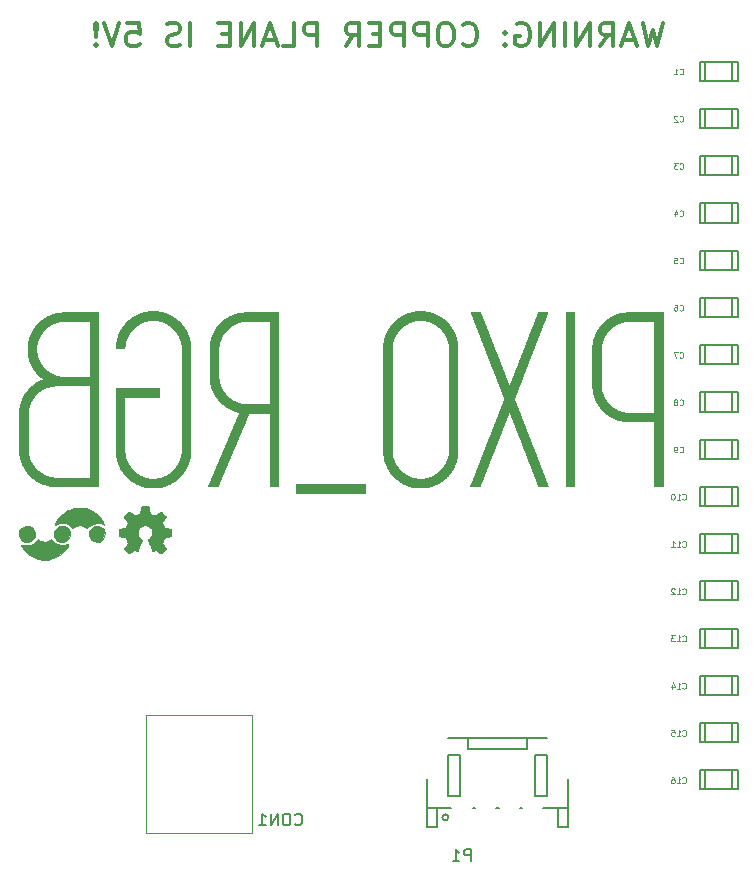
<source format=gbr>
G04 #@! TF.FileFunction,Legend,Bot*
%FSLAX46Y46*%
G04 Gerber Fmt 4.6, Leading zero omitted, Abs format (unit mm)*
G04 Created by KiCad (PCBNEW 4.0.4-stable) date 01/17/18 01:50:34*
%MOMM*%
%LPD*%
G01*
G04 APERTURE LIST*
%ADD10C,0.100000*%
%ADD11C,0.300000*%
%ADD12C,0.127000*%
%ADD13C,0.150000*%
%ADD14C,0.010000*%
%ADD15C,0.119380*%
G04 APERTURE END LIST*
D10*
D11*
X159757145Y-100404762D02*
X159280954Y-102404762D01*
X158900002Y-100976190D01*
X158519049Y-102404762D01*
X158042859Y-100404762D01*
X157376193Y-101833333D02*
X156423812Y-101833333D01*
X157566669Y-102404762D02*
X156900002Y-100404762D01*
X156233335Y-102404762D01*
X154423811Y-102404762D02*
X155090478Y-101452381D01*
X155566669Y-102404762D02*
X155566669Y-100404762D01*
X154804764Y-100404762D01*
X154614288Y-100500000D01*
X154519049Y-100595238D01*
X154423811Y-100785714D01*
X154423811Y-101071429D01*
X154519049Y-101261905D01*
X154614288Y-101357143D01*
X154804764Y-101452381D01*
X155566669Y-101452381D01*
X153566669Y-102404762D02*
X153566669Y-100404762D01*
X152423811Y-102404762D01*
X152423811Y-100404762D01*
X151471431Y-102404762D02*
X151471431Y-100404762D01*
X150519050Y-102404762D02*
X150519050Y-100404762D01*
X149376192Y-102404762D01*
X149376192Y-100404762D01*
X147376192Y-100500000D02*
X147566669Y-100404762D01*
X147852383Y-100404762D01*
X148138097Y-100500000D01*
X148328573Y-100690476D01*
X148423812Y-100880952D01*
X148519050Y-101261905D01*
X148519050Y-101547619D01*
X148423812Y-101928571D01*
X148328573Y-102119048D01*
X148138097Y-102309524D01*
X147852383Y-102404762D01*
X147661907Y-102404762D01*
X147376192Y-102309524D01*
X147280954Y-102214286D01*
X147280954Y-101547619D01*
X147661907Y-101547619D01*
X146423812Y-102214286D02*
X146328573Y-102309524D01*
X146423812Y-102404762D01*
X146519050Y-102309524D01*
X146423812Y-102214286D01*
X146423812Y-102404762D01*
X146423812Y-101166667D02*
X146328573Y-101261905D01*
X146423812Y-101357143D01*
X146519050Y-101261905D01*
X146423812Y-101166667D01*
X146423812Y-101357143D01*
X142804763Y-102214286D02*
X142900001Y-102309524D01*
X143185716Y-102404762D01*
X143376192Y-102404762D01*
X143661906Y-102309524D01*
X143852382Y-102119048D01*
X143947621Y-101928571D01*
X144042859Y-101547619D01*
X144042859Y-101261905D01*
X143947621Y-100880952D01*
X143852382Y-100690476D01*
X143661906Y-100500000D01*
X143376192Y-100404762D01*
X143185716Y-100404762D01*
X142900001Y-100500000D01*
X142804763Y-100595238D01*
X141566668Y-100404762D02*
X141185716Y-100404762D01*
X140995240Y-100500000D01*
X140804763Y-100690476D01*
X140709525Y-101071429D01*
X140709525Y-101738095D01*
X140804763Y-102119048D01*
X140995240Y-102309524D01*
X141185716Y-102404762D01*
X141566668Y-102404762D01*
X141757144Y-102309524D01*
X141947621Y-102119048D01*
X142042859Y-101738095D01*
X142042859Y-101071429D01*
X141947621Y-100690476D01*
X141757144Y-100500000D01*
X141566668Y-100404762D01*
X139852383Y-102404762D02*
X139852383Y-100404762D01*
X139090478Y-100404762D01*
X138900002Y-100500000D01*
X138804763Y-100595238D01*
X138709525Y-100785714D01*
X138709525Y-101071429D01*
X138804763Y-101261905D01*
X138900002Y-101357143D01*
X139090478Y-101452381D01*
X139852383Y-101452381D01*
X137852383Y-102404762D02*
X137852383Y-100404762D01*
X137090478Y-100404762D01*
X136900002Y-100500000D01*
X136804763Y-100595238D01*
X136709525Y-100785714D01*
X136709525Y-101071429D01*
X136804763Y-101261905D01*
X136900002Y-101357143D01*
X137090478Y-101452381D01*
X137852383Y-101452381D01*
X135852383Y-101357143D02*
X135185716Y-101357143D01*
X134900002Y-102404762D02*
X135852383Y-102404762D01*
X135852383Y-100404762D01*
X134900002Y-100404762D01*
X132900001Y-102404762D02*
X133566668Y-101452381D01*
X134042859Y-102404762D02*
X134042859Y-100404762D01*
X133280954Y-100404762D01*
X133090478Y-100500000D01*
X132995239Y-100595238D01*
X132900001Y-100785714D01*
X132900001Y-101071429D01*
X132995239Y-101261905D01*
X133090478Y-101357143D01*
X133280954Y-101452381D01*
X134042859Y-101452381D01*
X130519049Y-102404762D02*
X130519049Y-100404762D01*
X129757144Y-100404762D01*
X129566668Y-100500000D01*
X129471429Y-100595238D01*
X129376191Y-100785714D01*
X129376191Y-101071429D01*
X129471429Y-101261905D01*
X129566668Y-101357143D01*
X129757144Y-101452381D01*
X130519049Y-101452381D01*
X127566668Y-102404762D02*
X128519049Y-102404762D01*
X128519049Y-100404762D01*
X126995239Y-101833333D02*
X126042858Y-101833333D01*
X127185715Y-102404762D02*
X126519048Y-100404762D01*
X125852381Y-102404762D01*
X125185715Y-102404762D02*
X125185715Y-100404762D01*
X124042857Y-102404762D01*
X124042857Y-100404762D01*
X123090477Y-101357143D02*
X122423810Y-101357143D01*
X122138096Y-102404762D02*
X123090477Y-102404762D01*
X123090477Y-100404762D01*
X122138096Y-100404762D01*
X119757143Y-102404762D02*
X119757143Y-100404762D01*
X118900000Y-102309524D02*
X118614285Y-102404762D01*
X118138095Y-102404762D01*
X117947619Y-102309524D01*
X117852381Y-102214286D01*
X117757142Y-102023810D01*
X117757142Y-101833333D01*
X117852381Y-101642857D01*
X117947619Y-101547619D01*
X118138095Y-101452381D01*
X118519047Y-101357143D01*
X118709523Y-101261905D01*
X118804762Y-101166667D01*
X118900000Y-100976190D01*
X118900000Y-100785714D01*
X118804762Y-100595238D01*
X118709523Y-100500000D01*
X118519047Y-100404762D01*
X118042857Y-100404762D01*
X117757142Y-100500000D01*
X114423809Y-100404762D02*
X115376190Y-100404762D01*
X115471428Y-101357143D01*
X115376190Y-101261905D01*
X115185713Y-101166667D01*
X114709523Y-101166667D01*
X114519047Y-101261905D01*
X114423809Y-101357143D01*
X114328570Y-101547619D01*
X114328570Y-102023810D01*
X114423809Y-102214286D01*
X114519047Y-102309524D01*
X114709523Y-102404762D01*
X115185713Y-102404762D01*
X115376190Y-102309524D01*
X115471428Y-102214286D01*
X113757142Y-100404762D02*
X113090475Y-102404762D01*
X112423808Y-100404762D01*
X111757142Y-102214286D02*
X111661903Y-102309524D01*
X111757142Y-102404762D01*
X111852380Y-102309524D01*
X111757142Y-102214286D01*
X111757142Y-102404762D01*
X111757142Y-101642857D02*
X111852380Y-100500000D01*
X111757142Y-100404762D01*
X111661903Y-100500000D01*
X111757142Y-101642857D01*
X111757142Y-100404762D01*
D12*
X163357000Y-165312800D02*
X163357000Y-163687200D01*
X165643000Y-163687200D02*
X165643000Y-165312800D01*
X166100200Y-163687200D02*
X166100200Y-165312800D01*
X166100200Y-165312800D02*
X162899800Y-165312800D01*
X162899800Y-165312800D02*
X162899800Y-163687200D01*
X162899800Y-163687200D02*
X166100200Y-163687200D01*
X163357000Y-161312800D02*
X163357000Y-159687200D01*
X165643000Y-159687200D02*
X165643000Y-161312800D01*
X166100200Y-159687200D02*
X166100200Y-161312800D01*
X166100200Y-161312800D02*
X162899800Y-161312800D01*
X162899800Y-161312800D02*
X162899800Y-159687200D01*
X162899800Y-159687200D02*
X166100200Y-159687200D01*
X163357000Y-157312800D02*
X163357000Y-155687200D01*
X165643000Y-155687200D02*
X165643000Y-157312800D01*
X166100200Y-155687200D02*
X166100200Y-157312800D01*
X166100200Y-157312800D02*
X162899800Y-157312800D01*
X162899800Y-157312800D02*
X162899800Y-155687200D01*
X162899800Y-155687200D02*
X166100200Y-155687200D01*
X163357000Y-153312800D02*
X163357000Y-151687200D01*
X165643000Y-151687200D02*
X165643000Y-153312800D01*
X166100200Y-151687200D02*
X166100200Y-153312800D01*
X166100200Y-153312800D02*
X162899800Y-153312800D01*
X162899800Y-153312800D02*
X162899800Y-151687200D01*
X162899800Y-151687200D02*
X166100200Y-151687200D01*
X163357000Y-149312800D02*
X163357000Y-147687200D01*
X165643000Y-147687200D02*
X165643000Y-149312800D01*
X166100200Y-147687200D02*
X166100200Y-149312800D01*
X166100200Y-149312800D02*
X162899800Y-149312800D01*
X162899800Y-149312800D02*
X162899800Y-147687200D01*
X162899800Y-147687200D02*
X166100200Y-147687200D01*
X163357000Y-145312800D02*
X163357000Y-143687200D01*
X165643000Y-143687200D02*
X165643000Y-145312800D01*
X166100200Y-143687200D02*
X166100200Y-145312800D01*
X166100200Y-145312800D02*
X162899800Y-145312800D01*
X162899800Y-145312800D02*
X162899800Y-143687200D01*
X162899800Y-143687200D02*
X166100200Y-143687200D01*
X163357000Y-141312800D02*
X163357000Y-139687200D01*
X165643000Y-139687200D02*
X165643000Y-141312800D01*
X166100200Y-139687200D02*
X166100200Y-141312800D01*
X166100200Y-141312800D02*
X162899800Y-141312800D01*
X162899800Y-141312800D02*
X162899800Y-139687200D01*
X162899800Y-139687200D02*
X166100200Y-139687200D01*
X163357000Y-137312800D02*
X163357000Y-135687200D01*
X165643000Y-135687200D02*
X165643000Y-137312800D01*
X166100200Y-135687200D02*
X166100200Y-137312800D01*
X166100200Y-137312800D02*
X162899800Y-137312800D01*
X162899800Y-137312800D02*
X162899800Y-135687200D01*
X162899800Y-135687200D02*
X166100200Y-135687200D01*
X163357000Y-133312800D02*
X163357000Y-131687200D01*
X165643000Y-131687200D02*
X165643000Y-133312800D01*
X166100200Y-131687200D02*
X166100200Y-133312800D01*
X166100200Y-133312800D02*
X162899800Y-133312800D01*
X162899800Y-133312800D02*
X162899800Y-131687200D01*
X162899800Y-131687200D02*
X166100200Y-131687200D01*
X163357000Y-129312800D02*
X163357000Y-127687200D01*
X165643000Y-127687200D02*
X165643000Y-129312800D01*
X166100200Y-127687200D02*
X166100200Y-129312800D01*
X166100200Y-129312800D02*
X162899800Y-129312800D01*
X162899800Y-129312800D02*
X162899800Y-127687200D01*
X162899800Y-127687200D02*
X166100200Y-127687200D01*
X163357000Y-125312800D02*
X163357000Y-123687200D01*
X165643000Y-123687200D02*
X165643000Y-125312800D01*
X166100200Y-123687200D02*
X166100200Y-125312800D01*
X166100200Y-125312800D02*
X162899800Y-125312800D01*
X162899800Y-125312800D02*
X162899800Y-123687200D01*
X162899800Y-123687200D02*
X166100200Y-123687200D01*
X163357000Y-121312800D02*
X163357000Y-119687200D01*
X165643000Y-119687200D02*
X165643000Y-121312800D01*
X166100200Y-119687200D02*
X166100200Y-121312800D01*
X166100200Y-121312800D02*
X162899800Y-121312800D01*
X162899800Y-121312800D02*
X162899800Y-119687200D01*
X162899800Y-119687200D02*
X166100200Y-119687200D01*
X163357000Y-117312800D02*
X163357000Y-115687200D01*
X165643000Y-115687200D02*
X165643000Y-117312800D01*
X166100200Y-115687200D02*
X166100200Y-117312800D01*
X166100200Y-117312800D02*
X162899800Y-117312800D01*
X162899800Y-117312800D02*
X162899800Y-115687200D01*
X162899800Y-115687200D02*
X166100200Y-115687200D01*
X163357000Y-113312800D02*
X163357000Y-111687200D01*
X165643000Y-111687200D02*
X165643000Y-113312800D01*
X166100200Y-111687200D02*
X166100200Y-113312800D01*
X166100200Y-113312800D02*
X162899800Y-113312800D01*
X162899800Y-113312800D02*
X162899800Y-111687200D01*
X162899800Y-111687200D02*
X166100200Y-111687200D01*
X163357000Y-109312800D02*
X163357000Y-107687200D01*
X165643000Y-107687200D02*
X165643000Y-109312800D01*
X166100200Y-107687200D02*
X166100200Y-109312800D01*
X166100200Y-109312800D02*
X162899800Y-109312800D01*
X162899800Y-109312800D02*
X162899800Y-107687200D01*
X162899800Y-107687200D02*
X166100200Y-107687200D01*
X163357000Y-105312800D02*
X163357000Y-103687200D01*
X165643000Y-103687200D02*
X165643000Y-105312800D01*
X166100200Y-103687200D02*
X166100200Y-105312800D01*
X166100200Y-105312800D02*
X162899800Y-105312800D01*
X162899800Y-105312800D02*
X162899800Y-103687200D01*
X162899800Y-103687200D02*
X166100200Y-103687200D01*
D10*
X125000000Y-169000000D02*
X125000000Y-159000000D01*
X116000000Y-169000000D02*
X125000000Y-169000000D01*
X116000000Y-159000000D02*
X116000000Y-169000000D01*
X125000000Y-159000000D02*
X116000000Y-159000000D01*
D13*
X141600000Y-167675000D02*
G75*
G03X141600000Y-167675000I-250000J0D01*
G01*
X143250000Y-160925000D02*
X143250000Y-161925000D01*
X143250000Y-161925000D02*
X148250000Y-161925000D01*
X148250000Y-161925000D02*
X148250000Y-160925000D01*
X141850000Y-166925000D02*
X140600000Y-166925000D01*
X140600000Y-166925000D02*
X140600000Y-168525000D01*
X140600000Y-168525000D02*
X139800000Y-168525000D01*
X139800000Y-168525000D02*
X139800000Y-164425000D01*
X140600000Y-166925000D02*
X139800000Y-166925000D01*
X149650000Y-166925000D02*
X150900000Y-166925000D01*
X150900000Y-166925000D02*
X150900000Y-168525000D01*
X150900000Y-168525000D02*
X151700000Y-168525000D01*
X151700000Y-168525000D02*
X151700000Y-164425000D01*
X150900000Y-166925000D02*
X151700000Y-166925000D01*
X141550000Y-160925000D02*
X149950000Y-160925000D01*
X141550000Y-165825000D02*
X141550000Y-162425000D01*
X141550000Y-162425000D02*
X142550000Y-162425000D01*
X142550000Y-162425000D02*
X142550000Y-165825000D01*
X142550000Y-165825000D02*
X141550000Y-165825000D01*
X149950000Y-165825000D02*
X149950000Y-162425000D01*
X149950000Y-162425000D02*
X148950000Y-162425000D01*
X148950000Y-162425000D02*
X148950000Y-165825000D01*
X148950000Y-165825000D02*
X149950000Y-165825000D01*
X143650000Y-166925000D02*
X143850000Y-166925000D01*
X145650000Y-166925000D02*
X145850000Y-166925000D01*
X147650000Y-166925000D02*
X147850000Y-166925000D01*
D14*
G36*
X128704514Y-139479557D02*
X128706013Y-139486463D01*
X128711914Y-139488590D01*
X128713585Y-139488629D01*
X128718781Y-139489147D01*
X128721486Y-139491885D01*
X128722508Y-139498619D01*
X128722657Y-139508586D01*
X128722421Y-139520016D01*
X128721177Y-139525967D01*
X128718116Y-139528216D01*
X128713585Y-139528543D01*
X128706680Y-139530042D01*
X128704552Y-139535943D01*
X128704514Y-139537615D01*
X128706013Y-139544520D01*
X128711914Y-139546648D01*
X128713585Y-139546686D01*
X128718781Y-139547204D01*
X128721486Y-139549942D01*
X128722508Y-139556676D01*
X128722657Y-139566643D01*
X128722421Y-139578073D01*
X128721177Y-139584024D01*
X128718116Y-139586273D01*
X128713585Y-139586600D01*
X128706680Y-139588099D01*
X128704552Y-139594000D01*
X128704514Y-139595672D01*
X128706013Y-139602577D01*
X128711914Y-139604705D01*
X128713585Y-139604743D01*
X128722657Y-139604743D01*
X128722657Y-139680943D01*
X128713585Y-139680943D01*
X128707102Y-139682115D01*
X128704731Y-139687095D01*
X128704514Y-139691829D01*
X128705490Y-139699609D01*
X128709641Y-139702455D01*
X128713585Y-139702715D01*
X128718969Y-139703303D01*
X128721655Y-139706305D01*
X128722571Y-139713576D01*
X128722657Y-139720857D01*
X128722363Y-139731625D01*
X128720862Y-139736997D01*
X128717226Y-139738828D01*
X128713585Y-139739000D01*
X128704514Y-139739000D01*
X128704514Y-139818829D01*
X128713585Y-139818829D01*
X128718969Y-139819417D01*
X128721655Y-139822419D01*
X128722571Y-139829690D01*
X128722657Y-139836972D01*
X128722363Y-139847739D01*
X128720862Y-139853111D01*
X128717226Y-139854943D01*
X128713585Y-139855115D01*
X128707102Y-139856286D01*
X128704731Y-139861266D01*
X128704514Y-139866000D01*
X128705490Y-139873780D01*
X128709641Y-139876626D01*
X128713585Y-139876886D01*
X128720491Y-139878385D01*
X128722618Y-139884286D01*
X128722657Y-139885957D01*
X128721158Y-139892863D01*
X128715257Y-139894990D01*
X128713585Y-139895029D01*
X128706680Y-139896527D01*
X128704552Y-139902428D01*
X128704514Y-139904100D01*
X128706013Y-139911005D01*
X128711914Y-139913133D01*
X128713585Y-139913172D01*
X128722657Y-139913172D01*
X128722657Y-139993000D01*
X128713585Y-139993000D01*
X128709086Y-139993310D01*
X128706392Y-139995225D01*
X128705041Y-140000226D01*
X128704569Y-140009795D01*
X128704514Y-140022029D01*
X128704611Y-140036426D01*
X128705209Y-140045046D01*
X128706772Y-140049371D01*
X128709762Y-140050881D01*
X128713585Y-140051057D01*
X128718969Y-140051646D01*
X128721655Y-140054648D01*
X128722571Y-140061919D01*
X128722657Y-140069200D01*
X128722363Y-140079968D01*
X128720862Y-140085340D01*
X128717226Y-140087171D01*
X128713585Y-140087343D01*
X128708390Y-140087861D01*
X128705685Y-140090599D01*
X128704663Y-140097333D01*
X128704514Y-140107300D01*
X128704749Y-140118730D01*
X128705994Y-140124682D01*
X128709055Y-140126930D01*
X128713585Y-140127257D01*
X128720491Y-140128756D01*
X128722618Y-140134657D01*
X128722657Y-140136329D01*
X128721158Y-140143234D01*
X128715257Y-140145362D01*
X128713585Y-140145400D01*
X128707102Y-140146572D01*
X128704731Y-140151552D01*
X128704514Y-140156286D01*
X128705490Y-140164066D01*
X128709641Y-140166912D01*
X128713585Y-140167172D01*
X128720491Y-140168670D01*
X128722618Y-140174571D01*
X128722657Y-140176243D01*
X128722657Y-140185315D01*
X134550142Y-140185315D01*
X134550142Y-139470486D01*
X128704514Y-139470486D01*
X128704514Y-139479557D01*
X128704514Y-139479557D01*
G37*
X128704514Y-139479557D02*
X128706013Y-139486463D01*
X128711914Y-139488590D01*
X128713585Y-139488629D01*
X128718781Y-139489147D01*
X128721486Y-139491885D01*
X128722508Y-139498619D01*
X128722657Y-139508586D01*
X128722421Y-139520016D01*
X128721177Y-139525967D01*
X128718116Y-139528216D01*
X128713585Y-139528543D01*
X128706680Y-139530042D01*
X128704552Y-139535943D01*
X128704514Y-139537615D01*
X128706013Y-139544520D01*
X128711914Y-139546648D01*
X128713585Y-139546686D01*
X128718781Y-139547204D01*
X128721486Y-139549942D01*
X128722508Y-139556676D01*
X128722657Y-139566643D01*
X128722421Y-139578073D01*
X128721177Y-139584024D01*
X128718116Y-139586273D01*
X128713585Y-139586600D01*
X128706680Y-139588099D01*
X128704552Y-139594000D01*
X128704514Y-139595672D01*
X128706013Y-139602577D01*
X128711914Y-139604705D01*
X128713585Y-139604743D01*
X128722657Y-139604743D01*
X128722657Y-139680943D01*
X128713585Y-139680943D01*
X128707102Y-139682115D01*
X128704731Y-139687095D01*
X128704514Y-139691829D01*
X128705490Y-139699609D01*
X128709641Y-139702455D01*
X128713585Y-139702715D01*
X128718969Y-139703303D01*
X128721655Y-139706305D01*
X128722571Y-139713576D01*
X128722657Y-139720857D01*
X128722363Y-139731625D01*
X128720862Y-139736997D01*
X128717226Y-139738828D01*
X128713585Y-139739000D01*
X128704514Y-139739000D01*
X128704514Y-139818829D01*
X128713585Y-139818829D01*
X128718969Y-139819417D01*
X128721655Y-139822419D01*
X128722571Y-139829690D01*
X128722657Y-139836972D01*
X128722363Y-139847739D01*
X128720862Y-139853111D01*
X128717226Y-139854943D01*
X128713585Y-139855115D01*
X128707102Y-139856286D01*
X128704731Y-139861266D01*
X128704514Y-139866000D01*
X128705490Y-139873780D01*
X128709641Y-139876626D01*
X128713585Y-139876886D01*
X128720491Y-139878385D01*
X128722618Y-139884286D01*
X128722657Y-139885957D01*
X128721158Y-139892863D01*
X128715257Y-139894990D01*
X128713585Y-139895029D01*
X128706680Y-139896527D01*
X128704552Y-139902428D01*
X128704514Y-139904100D01*
X128706013Y-139911005D01*
X128711914Y-139913133D01*
X128713585Y-139913172D01*
X128722657Y-139913172D01*
X128722657Y-139993000D01*
X128713585Y-139993000D01*
X128709086Y-139993310D01*
X128706392Y-139995225D01*
X128705041Y-140000226D01*
X128704569Y-140009795D01*
X128704514Y-140022029D01*
X128704611Y-140036426D01*
X128705209Y-140045046D01*
X128706772Y-140049371D01*
X128709762Y-140050881D01*
X128713585Y-140051057D01*
X128718969Y-140051646D01*
X128721655Y-140054648D01*
X128722571Y-140061919D01*
X128722657Y-140069200D01*
X128722363Y-140079968D01*
X128720862Y-140085340D01*
X128717226Y-140087171D01*
X128713585Y-140087343D01*
X128708390Y-140087861D01*
X128705685Y-140090599D01*
X128704663Y-140097333D01*
X128704514Y-140107300D01*
X128704749Y-140118730D01*
X128705994Y-140124682D01*
X128709055Y-140126930D01*
X128713585Y-140127257D01*
X128720491Y-140128756D01*
X128722618Y-140134657D01*
X128722657Y-140136329D01*
X128721158Y-140143234D01*
X128715257Y-140145362D01*
X128713585Y-140145400D01*
X128707102Y-140146572D01*
X128704731Y-140151552D01*
X128704514Y-140156286D01*
X128705490Y-140164066D01*
X128709641Y-140166912D01*
X128713585Y-140167172D01*
X128720491Y-140168670D01*
X128722618Y-140174571D01*
X128722657Y-140176243D01*
X128722657Y-140185315D01*
X134550142Y-140185315D01*
X134550142Y-139470486D01*
X128704514Y-139470486D01*
X128704514Y-139479557D01*
G36*
X138962485Y-124836457D02*
X138788314Y-124836457D01*
X138788314Y-124858229D01*
X138654057Y-124858229D01*
X138654057Y-124876372D01*
X138556085Y-124876372D01*
X138556085Y-124894515D01*
X138479885Y-124894515D01*
X138479885Y-124916286D01*
X138400057Y-124916286D01*
X138400057Y-124934429D01*
X138323857Y-124934429D01*
X138323857Y-124943500D01*
X138323547Y-124947999D01*
X138321632Y-124950693D01*
X138316631Y-124952045D01*
X138307062Y-124952517D01*
X138294828Y-124952572D01*
X138265800Y-124952572D01*
X138265800Y-124974343D01*
X138236771Y-124974343D01*
X138222374Y-124974440D01*
X138213753Y-124975038D01*
X138209429Y-124976601D01*
X138207919Y-124979591D01*
X138207742Y-124983415D01*
X138207433Y-124987914D01*
X138205518Y-124990607D01*
X138200516Y-124991959D01*
X138190948Y-124992431D01*
X138178714Y-124992486D01*
X138164317Y-124992583D01*
X138155696Y-124993181D01*
X138151371Y-124994744D01*
X138149861Y-124997734D01*
X138149685Y-125001557D01*
X138149167Y-125006753D01*
X138146429Y-125009458D01*
X138139695Y-125010480D01*
X138129728Y-125010629D01*
X138118319Y-125010812D01*
X138112381Y-125012009D01*
X138110127Y-125015197D01*
X138109771Y-125021348D01*
X138109771Y-125032400D01*
X138080742Y-125032400D01*
X138066346Y-125032497D01*
X138057725Y-125033095D01*
X138053400Y-125034658D01*
X138051890Y-125037649D01*
X138051714Y-125041472D01*
X138051126Y-125046855D01*
X138048124Y-125049541D01*
X138040852Y-125050457D01*
X138033571Y-125050543D01*
X138022803Y-125050837D01*
X138017432Y-125052338D01*
X138015600Y-125055974D01*
X138015428Y-125059615D01*
X138014910Y-125064810D01*
X138012172Y-125067515D01*
X138005438Y-125068537D01*
X137995471Y-125068686D01*
X137984062Y-125068869D01*
X137978123Y-125070067D01*
X137975870Y-125073254D01*
X137975514Y-125079405D01*
X137975514Y-125079572D01*
X137975179Y-125085795D01*
X137972983Y-125089034D01*
X137967139Y-125090263D01*
X137955862Y-125090457D01*
X137955557Y-125090457D01*
X137944127Y-125090693D01*
X137938175Y-125091937D01*
X137935927Y-125094998D01*
X137935600Y-125099529D01*
X137935290Y-125104028D01*
X137933375Y-125106722D01*
X137928374Y-125108073D01*
X137918805Y-125108545D01*
X137906571Y-125108600D01*
X137892174Y-125108697D01*
X137883553Y-125109295D01*
X137879229Y-125110858D01*
X137877719Y-125113849D01*
X137877542Y-125117672D01*
X137876954Y-125123055D01*
X137873952Y-125125741D01*
X137866681Y-125126657D01*
X137859400Y-125126743D01*
X137848660Y-125126981D01*
X137843304Y-125128443D01*
X137841461Y-125132253D01*
X137841257Y-125137629D01*
X137840922Y-125143852D01*
X137838725Y-125147091D01*
X137832882Y-125148320D01*
X137821605Y-125148514D01*
X137821300Y-125148515D01*
X137809870Y-125148750D01*
X137803918Y-125149995D01*
X137801669Y-125153055D01*
X137801342Y-125157586D01*
X137800824Y-125162781D01*
X137798086Y-125165487D01*
X137791352Y-125166509D01*
X137781385Y-125166657D01*
X137769955Y-125166893D01*
X137764004Y-125168137D01*
X137761755Y-125171198D01*
X137761428Y-125175729D01*
X137759930Y-125182634D01*
X137754029Y-125184762D01*
X137752357Y-125184800D01*
X137745874Y-125185972D01*
X137743502Y-125190952D01*
X137743285Y-125195686D01*
X137742950Y-125201909D01*
X137740754Y-125205148D01*
X137734911Y-125206378D01*
X137723633Y-125206572D01*
X137723328Y-125206572D01*
X137711898Y-125206807D01*
X137705947Y-125208052D01*
X137703698Y-125211113D01*
X137703371Y-125215643D01*
X137702783Y-125221027D01*
X137699781Y-125223713D01*
X137692509Y-125224629D01*
X137685228Y-125224715D01*
X137674461Y-125225009D01*
X137669089Y-125226510D01*
X137667257Y-125230145D01*
X137667085Y-125233786D01*
X137666567Y-125238981D01*
X137663829Y-125241687D01*
X137657095Y-125242709D01*
X137647128Y-125242857D01*
X137635719Y-125243040D01*
X137629781Y-125244238D01*
X137627527Y-125247425D01*
X137627171Y-125253577D01*
X137627171Y-125253743D01*
X137626195Y-125261523D01*
X137622044Y-125264369D01*
X137618100Y-125264629D01*
X137611194Y-125266127D01*
X137609067Y-125272028D01*
X137609028Y-125273700D01*
X137608510Y-125278896D01*
X137605772Y-125281601D01*
X137599038Y-125282623D01*
X137589071Y-125282772D01*
X137577641Y-125283007D01*
X137571690Y-125284252D01*
X137569441Y-125287313D01*
X137569114Y-125291843D01*
X137568596Y-125297038D01*
X137565858Y-125299744D01*
X137559124Y-125300766D01*
X137549157Y-125300915D01*
X137537748Y-125301097D01*
X137531809Y-125302295D01*
X137529555Y-125305483D01*
X137529200Y-125311634D01*
X137529200Y-125311800D01*
X137528223Y-125319580D01*
X137524073Y-125322426D01*
X137520128Y-125322686D01*
X137513223Y-125324185D01*
X137511095Y-125330086D01*
X137511057Y-125331757D01*
X137510539Y-125336953D01*
X137507801Y-125339658D01*
X137501067Y-125340680D01*
X137491100Y-125340829D01*
X137479670Y-125341064D01*
X137473718Y-125342309D01*
X137471469Y-125345370D01*
X137471142Y-125349900D01*
X137469644Y-125356805D01*
X137463743Y-125358933D01*
X137462071Y-125358972D01*
X137455588Y-125360143D01*
X137453216Y-125365124D01*
X137453000Y-125369857D01*
X137452023Y-125377637D01*
X137447873Y-125380483D01*
X137443928Y-125380743D01*
X137437023Y-125382242D01*
X137434895Y-125388143D01*
X137434857Y-125389815D01*
X137434339Y-125395010D01*
X137431601Y-125397715D01*
X137424867Y-125398737D01*
X137414900Y-125398886D01*
X137403470Y-125399121D01*
X137397518Y-125400366D01*
X137395269Y-125403427D01*
X137394942Y-125407957D01*
X137393444Y-125414863D01*
X137387543Y-125416990D01*
X137385871Y-125417029D01*
X137379388Y-125418200D01*
X137377016Y-125423181D01*
X137376800Y-125427915D01*
X137376465Y-125434138D01*
X137374268Y-125437377D01*
X137368425Y-125438606D01*
X137357148Y-125438800D01*
X137356842Y-125438800D01*
X137345413Y-125439036D01*
X137339461Y-125440280D01*
X137337212Y-125443341D01*
X137336885Y-125447872D01*
X137335387Y-125454777D01*
X137329486Y-125456905D01*
X137327814Y-125456943D01*
X137320909Y-125458442D01*
X137318781Y-125464343D01*
X137318742Y-125466015D01*
X137317571Y-125472498D01*
X137312591Y-125474869D01*
X137307857Y-125475086D01*
X137300146Y-125475985D01*
X137297305Y-125480226D01*
X137296971Y-125485972D01*
X137295995Y-125493751D01*
X137291844Y-125496597D01*
X137287900Y-125496857D01*
X137280994Y-125498356D01*
X137278867Y-125504257D01*
X137278828Y-125505929D01*
X137278310Y-125511124D01*
X137275572Y-125513829D01*
X137268838Y-125514852D01*
X137258871Y-125515000D01*
X137247441Y-125515236D01*
X137241490Y-125516480D01*
X137239241Y-125519541D01*
X137238914Y-125524072D01*
X137237415Y-125530977D01*
X137231514Y-125533105D01*
X137229842Y-125533143D01*
X137223359Y-125534315D01*
X137220988Y-125539295D01*
X137220771Y-125544029D01*
X137219795Y-125551809D01*
X137215644Y-125554655D01*
X137211700Y-125554915D01*
X137204794Y-125556413D01*
X137202667Y-125562314D01*
X137202628Y-125563986D01*
X137201457Y-125570469D01*
X137196476Y-125572841D01*
X137191742Y-125573057D01*
X137183963Y-125574034D01*
X137181117Y-125578184D01*
X137180857Y-125582129D01*
X137179358Y-125589034D01*
X137173457Y-125591162D01*
X137171785Y-125591200D01*
X137165302Y-125592372D01*
X137162931Y-125597352D01*
X137162714Y-125602086D01*
X137162379Y-125608309D01*
X137160183Y-125611548D01*
X137154339Y-125612778D01*
X137143062Y-125612972D01*
X137142757Y-125612972D01*
X137131327Y-125613207D01*
X137125375Y-125614452D01*
X137123127Y-125617513D01*
X137122800Y-125622043D01*
X137121301Y-125628948D01*
X137115400Y-125631076D01*
X137113728Y-125631115D01*
X137106823Y-125632613D01*
X137104695Y-125638514D01*
X137104657Y-125640186D01*
X137103158Y-125647091D01*
X137097257Y-125649219D01*
X137095585Y-125649257D01*
X137089102Y-125650429D01*
X137086731Y-125655409D01*
X137086514Y-125660143D01*
X137085615Y-125667853D01*
X137081374Y-125670695D01*
X137075628Y-125671029D01*
X137067848Y-125672005D01*
X137065002Y-125676155D01*
X137064742Y-125680100D01*
X137063244Y-125687005D01*
X137057343Y-125689133D01*
X137055671Y-125689172D01*
X137048766Y-125690670D01*
X137046638Y-125696571D01*
X137046600Y-125698243D01*
X137045101Y-125705148D01*
X137039200Y-125707276D01*
X137037528Y-125707315D01*
X137031045Y-125708486D01*
X137028673Y-125713466D01*
X137028457Y-125718200D01*
X137027558Y-125725911D01*
X137023317Y-125728752D01*
X137017571Y-125729086D01*
X137009791Y-125730062D01*
X137006945Y-125734213D01*
X137006685Y-125738157D01*
X137005187Y-125745063D01*
X136999286Y-125747190D01*
X136997614Y-125747229D01*
X136990709Y-125748727D01*
X136988581Y-125754628D01*
X136988542Y-125756300D01*
X136987044Y-125763205D01*
X136981143Y-125765333D01*
X136979471Y-125765372D01*
X136972988Y-125766543D01*
X136970616Y-125771524D01*
X136970400Y-125776257D01*
X136969501Y-125783968D01*
X136965259Y-125786810D01*
X136959514Y-125787143D01*
X136951734Y-125788119D01*
X136948888Y-125792270D01*
X136948628Y-125796215D01*
X136947130Y-125803120D01*
X136941229Y-125805248D01*
X136939557Y-125805286D01*
X136932652Y-125806785D01*
X136930524Y-125812686D01*
X136930485Y-125814357D01*
X136928987Y-125821263D01*
X136923086Y-125823390D01*
X136921414Y-125823429D01*
X136914931Y-125824600D01*
X136912559Y-125829581D01*
X136912342Y-125834315D01*
X136911443Y-125842025D01*
X136907202Y-125844867D01*
X136901457Y-125845200D01*
X136893677Y-125846177D01*
X136890831Y-125850327D01*
X136890571Y-125854272D01*
X136889072Y-125861177D01*
X136883171Y-125863305D01*
X136881500Y-125863343D01*
X136876304Y-125863861D01*
X136873599Y-125866599D01*
X136872577Y-125873333D01*
X136872428Y-125883300D01*
X136872193Y-125894730D01*
X136870948Y-125900682D01*
X136867887Y-125902930D01*
X136863357Y-125903257D01*
X136856452Y-125904756D01*
X136854324Y-125910657D01*
X136854285Y-125912329D01*
X136853114Y-125918812D01*
X136848133Y-125921184D01*
X136843400Y-125921400D01*
X136835620Y-125922377D01*
X136832774Y-125926527D01*
X136832514Y-125930472D01*
X136831015Y-125937377D01*
X136825114Y-125939505D01*
X136823442Y-125939543D01*
X136816959Y-125940715D01*
X136814588Y-125945695D01*
X136814371Y-125950429D01*
X136813395Y-125958209D01*
X136809244Y-125961055D01*
X136805300Y-125961315D01*
X136798394Y-125962813D01*
X136796267Y-125968714D01*
X136796228Y-125970386D01*
X136795057Y-125976869D01*
X136790076Y-125979241D01*
X136785342Y-125979457D01*
X136779119Y-125979792D01*
X136775880Y-125981989D01*
X136774651Y-125987832D01*
X136774457Y-125999109D01*
X136774457Y-125999415D01*
X136774221Y-126010844D01*
X136772977Y-126016796D01*
X136769916Y-126019045D01*
X136765385Y-126019372D01*
X136758480Y-126020870D01*
X136756352Y-126026771D01*
X136756314Y-126028443D01*
X136754815Y-126035348D01*
X136748914Y-126037476D01*
X136747242Y-126037515D01*
X136740337Y-126039013D01*
X136738209Y-126044914D01*
X136738171Y-126046586D01*
X136736999Y-126053069D01*
X136732019Y-126055441D01*
X136727285Y-126055657D01*
X136719575Y-126056556D01*
X136716733Y-126060798D01*
X136716400Y-126066543D01*
X136715423Y-126074323D01*
X136711273Y-126077169D01*
X136707328Y-126077429D01*
X136701944Y-126078017D01*
X136699259Y-126081019D01*
X136698343Y-126088290D01*
X136698257Y-126095572D01*
X136697963Y-126106339D01*
X136696462Y-126111711D01*
X136692826Y-126113543D01*
X136689185Y-126113715D01*
X136682702Y-126114886D01*
X136680331Y-126119866D01*
X136680114Y-126124600D01*
X136679215Y-126132311D01*
X136674974Y-126135152D01*
X136669228Y-126135486D01*
X136662784Y-126135882D01*
X136659571Y-126138319D01*
X136658465Y-126144669D01*
X136658342Y-126153629D01*
X136658048Y-126164396D01*
X136656547Y-126169768D01*
X136652912Y-126171600D01*
X136649271Y-126171772D01*
X136642788Y-126172943D01*
X136640416Y-126177924D01*
X136640200Y-126182657D01*
X136639223Y-126190437D01*
X136635073Y-126193283D01*
X136631128Y-126193543D01*
X136625744Y-126194131D01*
X136623059Y-126197133D01*
X136622143Y-126204405D01*
X136622057Y-126211686D01*
X136621819Y-126222426D01*
X136620357Y-126227782D01*
X136616547Y-126229625D01*
X136611171Y-126229829D01*
X136603461Y-126230728D01*
X136600619Y-126234969D01*
X136600285Y-126240715D01*
X136599309Y-126248494D01*
X136595159Y-126251340D01*
X136591214Y-126251600D01*
X136585830Y-126252188D01*
X136583144Y-126255190D01*
X136582228Y-126262462D01*
X136582142Y-126269743D01*
X136581848Y-126280511D01*
X136580347Y-126285882D01*
X136576712Y-126287714D01*
X136573071Y-126287886D01*
X136566588Y-126289058D01*
X136564216Y-126294038D01*
X136564000Y-126298772D01*
X136563101Y-126306482D01*
X136558859Y-126309324D01*
X136553114Y-126309657D01*
X136546670Y-126310054D01*
X136543456Y-126312491D01*
X136542350Y-126318841D01*
X136542228Y-126327800D01*
X136541934Y-126338568D01*
X136540433Y-126343940D01*
X136536797Y-126345771D01*
X136533157Y-126345943D01*
X136527961Y-126346461D01*
X136525256Y-126349199D01*
X136524234Y-126355933D01*
X136524085Y-126365900D01*
X136523850Y-126377330D01*
X136522605Y-126383282D01*
X136519544Y-126385530D01*
X136515014Y-126385857D01*
X136508109Y-126387356D01*
X136505981Y-126393257D01*
X136505942Y-126394929D01*
X136504771Y-126401412D01*
X136499791Y-126403784D01*
X136495057Y-126404000D01*
X136488834Y-126404335D01*
X136485594Y-126406532D01*
X136484365Y-126412375D01*
X136484171Y-126423652D01*
X136484171Y-126423957D01*
X136483936Y-126435387D01*
X136482691Y-126441339D01*
X136479630Y-126443588D01*
X136475100Y-126443915D01*
X136469904Y-126444433D01*
X136467199Y-126447171D01*
X136466177Y-126453905D01*
X136466028Y-126463872D01*
X136465793Y-126475302D01*
X136464548Y-126481253D01*
X136461487Y-126483502D01*
X136456957Y-126483829D01*
X136451573Y-126484417D01*
X136448887Y-126487419D01*
X136447971Y-126494690D01*
X136447885Y-126501972D01*
X136447648Y-126512712D01*
X136446185Y-126518067D01*
X136442375Y-126519911D01*
X136437000Y-126520115D01*
X136430776Y-126520450D01*
X136427537Y-126522646D01*
X136426308Y-126528489D01*
X136426114Y-126539766D01*
X136426114Y-126540072D01*
X136425878Y-126551502D01*
X136424634Y-126557453D01*
X136421573Y-126559702D01*
X136417042Y-126560029D01*
X136411847Y-126560547D01*
X136409142Y-126563285D01*
X136408120Y-126570019D01*
X136407971Y-126579986D01*
X136407736Y-126591416D01*
X136406491Y-126597367D01*
X136403430Y-126599616D01*
X136398900Y-126599943D01*
X136393516Y-126600531D01*
X136390830Y-126603533D01*
X136389914Y-126610805D01*
X136389828Y-126618086D01*
X136389590Y-126628826D01*
X136388128Y-126634182D01*
X136384318Y-126636025D01*
X136378942Y-126636229D01*
X136372719Y-126636564D01*
X136369480Y-126638760D01*
X136368251Y-126644604D01*
X136368057Y-126655881D01*
X136368057Y-126656186D01*
X136367821Y-126667616D01*
X136366577Y-126673567D01*
X136363516Y-126675816D01*
X136358985Y-126676143D01*
X136353790Y-126676661D01*
X136351085Y-126679399D01*
X136350063Y-126686133D01*
X136349914Y-126696100D01*
X136349678Y-126707530D01*
X136348434Y-126713482D01*
X136345373Y-126715730D01*
X136340842Y-126716057D01*
X136335459Y-126716646D01*
X136332773Y-126719648D01*
X136331857Y-126726919D01*
X136331771Y-126734200D01*
X136331533Y-126744940D01*
X136330071Y-126750296D01*
X136326261Y-126752139D01*
X136320885Y-126752343D01*
X136310000Y-126752343D01*
X136310000Y-126781372D01*
X136309903Y-126795769D01*
X136309304Y-126804389D01*
X136307741Y-126808714D01*
X136304751Y-126810224D01*
X136300928Y-126810400D01*
X136295733Y-126810918D01*
X136293028Y-126813656D01*
X136292005Y-126820390D01*
X136291857Y-126830357D01*
X136291621Y-126841787D01*
X136290377Y-126847739D01*
X136287316Y-126849988D01*
X136282785Y-126850315D01*
X136278286Y-126850624D01*
X136275592Y-126852539D01*
X136274241Y-126857541D01*
X136273769Y-126867109D01*
X136273714Y-126879343D01*
X136273714Y-126908372D01*
X136251942Y-126908372D01*
X136251942Y-126937400D01*
X136251846Y-126951797D01*
X136251247Y-126960418D01*
X136249684Y-126964743D01*
X136246694Y-126966253D01*
X136242871Y-126966429D01*
X136238372Y-126966738D01*
X136235678Y-126968653D01*
X136234327Y-126973655D01*
X136233855Y-126983224D01*
X136233800Y-126995457D01*
X136233703Y-127009854D01*
X136233104Y-127018475D01*
X136231541Y-127022800D01*
X136228551Y-127024310D01*
X136224728Y-127024486D01*
X136220229Y-127024795D01*
X136217535Y-127026710D01*
X136216184Y-127031712D01*
X136215712Y-127041281D01*
X136215657Y-127053515D01*
X136215657Y-127082543D01*
X136193885Y-127082543D01*
X136193885Y-127158743D01*
X136184814Y-127158743D01*
X136180315Y-127159052D01*
X136177621Y-127160968D01*
X136176269Y-127165969D01*
X136175798Y-127175538D01*
X136175742Y-127187772D01*
X136175646Y-127202169D01*
X136175047Y-127210789D01*
X136173484Y-127215114D01*
X136170494Y-127216624D01*
X136166671Y-127216800D01*
X136157600Y-127216800D01*
X136157600Y-127314772D01*
X136135828Y-127314772D01*
X136135828Y-127412743D01*
X136117685Y-127412743D01*
X136117685Y-127528857D01*
X136099542Y-127528857D01*
X136099542Y-127703029D01*
X136077771Y-127703029D01*
X136077771Y-136857915D01*
X136099542Y-136857915D01*
X136099542Y-137032086D01*
X136117685Y-137032086D01*
X136117685Y-137148200D01*
X136135828Y-137148200D01*
X136135828Y-137242543D01*
X136157600Y-137242543D01*
X136157600Y-137340515D01*
X136166671Y-137340515D01*
X136171170Y-137340824D01*
X136173864Y-137342739D01*
X136175216Y-137347741D01*
X136175687Y-137357309D01*
X136175742Y-137369543D01*
X136175839Y-137383940D01*
X136176438Y-137392561D01*
X136178001Y-137396886D01*
X136180991Y-137398396D01*
X136184814Y-137398572D01*
X136193885Y-137398572D01*
X136193885Y-137474772D01*
X136215657Y-137474772D01*
X136215657Y-137503800D01*
X136215753Y-137518197D01*
X136216352Y-137526818D01*
X136217915Y-137531143D01*
X136220905Y-137532653D01*
X136224728Y-137532829D01*
X136229227Y-137533138D01*
X136231921Y-137535053D01*
X136233273Y-137540055D01*
X136233745Y-137549624D01*
X136233800Y-137561857D01*
X136233896Y-137576254D01*
X136234495Y-137584875D01*
X136236058Y-137589200D01*
X136239048Y-137590710D01*
X136242871Y-137590886D01*
X136247370Y-137591195D01*
X136250064Y-137593110D01*
X136251416Y-137598112D01*
X136251887Y-137607681D01*
X136251942Y-137619915D01*
X136251942Y-137648943D01*
X136273714Y-137648943D01*
X136273714Y-137677972D01*
X136273811Y-137692369D01*
X136274409Y-137700989D01*
X136275972Y-137705314D01*
X136278962Y-137706824D01*
X136282785Y-137707000D01*
X136287981Y-137707518D01*
X136290686Y-137710256D01*
X136291708Y-137716990D01*
X136291857Y-137726957D01*
X136292092Y-137738387D01*
X136293337Y-137744339D01*
X136296398Y-137746588D01*
X136300928Y-137746915D01*
X136305427Y-137747224D01*
X136308121Y-137749139D01*
X136309473Y-137754141D01*
X136309945Y-137763709D01*
X136310000Y-137775943D01*
X136310000Y-137804972D01*
X136320885Y-137804972D01*
X136327109Y-137805307D01*
X136330348Y-137807503D01*
X136331577Y-137813346D01*
X136331771Y-137824624D01*
X136331771Y-137824929D01*
X136332007Y-137836359D01*
X136333251Y-137842310D01*
X136336312Y-137844559D01*
X136340842Y-137844886D01*
X136346226Y-137845474D01*
X136348912Y-137848476D01*
X136349828Y-137855748D01*
X136349914Y-137863029D01*
X136350208Y-137873796D01*
X136351709Y-137879168D01*
X136355345Y-137881000D01*
X136358985Y-137881172D01*
X136364181Y-137881690D01*
X136366886Y-137884428D01*
X136367908Y-137891162D01*
X136368057Y-137901129D01*
X136368240Y-137912538D01*
X136369437Y-137918476D01*
X136372625Y-137920730D01*
X136378776Y-137921086D01*
X136378942Y-137921086D01*
X136385166Y-137921421D01*
X136388405Y-137923617D01*
X136389634Y-137929461D01*
X136389828Y-137940738D01*
X136389828Y-137941043D01*
X136390064Y-137952473D01*
X136391308Y-137958424D01*
X136394369Y-137960673D01*
X136398900Y-137961000D01*
X136404283Y-137961588D01*
X136406969Y-137964590D01*
X136407885Y-137971862D01*
X136407971Y-137979143D01*
X136408265Y-137989911D01*
X136409766Y-137995282D01*
X136413402Y-137997114D01*
X136417042Y-137997286D01*
X136422238Y-137997804D01*
X136424943Y-138000542D01*
X136425965Y-138007276D01*
X136426114Y-138017243D01*
X136426297Y-138028652D01*
X136427495Y-138034591D01*
X136430682Y-138036845D01*
X136436833Y-138037200D01*
X136437000Y-138037200D01*
X136443223Y-138037535D01*
X136446462Y-138039732D01*
X136447691Y-138045575D01*
X136447885Y-138056852D01*
X136447885Y-138057157D01*
X136448121Y-138068587D01*
X136449365Y-138074539D01*
X136452426Y-138076788D01*
X136456957Y-138077115D01*
X136462341Y-138077703D01*
X136465026Y-138080705D01*
X136465942Y-138087976D01*
X136466028Y-138095257D01*
X136466322Y-138106025D01*
X136467823Y-138111397D01*
X136471459Y-138113228D01*
X136475100Y-138113400D01*
X136480295Y-138113918D01*
X136483000Y-138116656D01*
X136484022Y-138123390D01*
X136484171Y-138133357D01*
X136484354Y-138144767D01*
X136485552Y-138150705D01*
X136488739Y-138152959D01*
X136494890Y-138153314D01*
X136495057Y-138153315D01*
X136502837Y-138154291D01*
X136505683Y-138158441D01*
X136505942Y-138162386D01*
X136507441Y-138169291D01*
X136513342Y-138171419D01*
X136515014Y-138171457D01*
X136520209Y-138171975D01*
X136522915Y-138174713D01*
X136523937Y-138181448D01*
X136524085Y-138191415D01*
X136524321Y-138202844D01*
X136525565Y-138208796D01*
X136528626Y-138211045D01*
X136533157Y-138211372D01*
X136538352Y-138211890D01*
X136541057Y-138214628D01*
X136542080Y-138221362D01*
X136542228Y-138231329D01*
X136542411Y-138242738D01*
X136543609Y-138248676D01*
X136546796Y-138250930D01*
X136552947Y-138251286D01*
X136553114Y-138251286D01*
X136560894Y-138252262D01*
X136563740Y-138256413D01*
X136564000Y-138260357D01*
X136565498Y-138267263D01*
X136571399Y-138269390D01*
X136573071Y-138269429D01*
X136578266Y-138269947D01*
X136580972Y-138272685D01*
X136581994Y-138279419D01*
X136582142Y-138289386D01*
X136582378Y-138300816D01*
X136583623Y-138306767D01*
X136586683Y-138309016D01*
X136591214Y-138309343D01*
X136598119Y-138310842D01*
X136600247Y-138316743D01*
X136600285Y-138318415D01*
X136601457Y-138324898D01*
X136606437Y-138327269D01*
X136611171Y-138327486D01*
X136617394Y-138327821D01*
X136620633Y-138330017D01*
X136621863Y-138335861D01*
X136622057Y-138347138D01*
X136622057Y-138347443D01*
X136622292Y-138358873D01*
X136623537Y-138364824D01*
X136626598Y-138367073D01*
X136631128Y-138367400D01*
X136638033Y-138368899D01*
X136640161Y-138374800D01*
X136640200Y-138376472D01*
X136641698Y-138383377D01*
X136647599Y-138385505D01*
X136649271Y-138385543D01*
X136654466Y-138386061D01*
X136657172Y-138388799D01*
X136658194Y-138395533D01*
X136658342Y-138405500D01*
X136658525Y-138416909D01*
X136659723Y-138422848D01*
X136662911Y-138425102D01*
X136669062Y-138425457D01*
X136669228Y-138425457D01*
X136677008Y-138426434D01*
X136679854Y-138430584D01*
X136680114Y-138434529D01*
X136681613Y-138441434D01*
X136687514Y-138443562D01*
X136689185Y-138443600D01*
X136694381Y-138444118D01*
X136697086Y-138446856D01*
X136698108Y-138453590D01*
X136698257Y-138463557D01*
X136698492Y-138474987D01*
X136699737Y-138480939D01*
X136702798Y-138483188D01*
X136707328Y-138483515D01*
X136714233Y-138485013D01*
X136716361Y-138490914D01*
X136716400Y-138492586D01*
X136717571Y-138499069D01*
X136722552Y-138501441D01*
X136727285Y-138501657D01*
X136735065Y-138502634D01*
X136737911Y-138506784D01*
X136738171Y-138510729D01*
X136739670Y-138517634D01*
X136745571Y-138519762D01*
X136747242Y-138519800D01*
X136753726Y-138520972D01*
X136756097Y-138525952D01*
X136756314Y-138530686D01*
X136757290Y-138538466D01*
X136761441Y-138541312D01*
X136765385Y-138541572D01*
X136770769Y-138542160D01*
X136773455Y-138545162D01*
X136774371Y-138552433D01*
X136774457Y-138559715D01*
X136774695Y-138570455D01*
X136776157Y-138575810D01*
X136779967Y-138577654D01*
X136785342Y-138577857D01*
X136793053Y-138578756D01*
X136795895Y-138582998D01*
X136796228Y-138588743D01*
X136797205Y-138596523D01*
X136801355Y-138599369D01*
X136805300Y-138599629D01*
X136812205Y-138601127D01*
X136814333Y-138607028D01*
X136814371Y-138608700D01*
X136815870Y-138615605D01*
X136821771Y-138617733D01*
X136823442Y-138617772D01*
X136830348Y-138619270D01*
X136832476Y-138625171D01*
X136832514Y-138626843D01*
X136833686Y-138633326D01*
X136838666Y-138635698D01*
X136843400Y-138635915D01*
X136851110Y-138636814D01*
X136853952Y-138641055D01*
X136854285Y-138646800D01*
X136855262Y-138654580D01*
X136859412Y-138657426D01*
X136863357Y-138657686D01*
X136868741Y-138658274D01*
X136871426Y-138661276D01*
X136872342Y-138668548D01*
X136872428Y-138675829D01*
X136872722Y-138686596D01*
X136874223Y-138691968D01*
X136877859Y-138693800D01*
X136881500Y-138693972D01*
X136887983Y-138695143D01*
X136890354Y-138700124D01*
X136890571Y-138704857D01*
X136891470Y-138712568D01*
X136895711Y-138715410D01*
X136901457Y-138715743D01*
X136909237Y-138716719D01*
X136912083Y-138720870D01*
X136912342Y-138724815D01*
X136913841Y-138731720D01*
X136919742Y-138733848D01*
X136921414Y-138733886D01*
X136928319Y-138735385D01*
X136930447Y-138741286D01*
X136930485Y-138742957D01*
X136931984Y-138749863D01*
X136937885Y-138751990D01*
X136939557Y-138752029D01*
X136946040Y-138753200D01*
X136948412Y-138758181D01*
X136948628Y-138762915D01*
X136949527Y-138770625D01*
X136953768Y-138773467D01*
X136959514Y-138773800D01*
X136967294Y-138774777D01*
X136970140Y-138778927D01*
X136970400Y-138782872D01*
X136971898Y-138789777D01*
X136977799Y-138791905D01*
X136979471Y-138791943D01*
X136986376Y-138793442D01*
X136988504Y-138799343D01*
X136988542Y-138801015D01*
X136990041Y-138807920D01*
X136995942Y-138810048D01*
X136997614Y-138810086D01*
X137004097Y-138811258D01*
X137006469Y-138816238D01*
X137006685Y-138820972D01*
X137007584Y-138828682D01*
X137011826Y-138831524D01*
X137017571Y-138831857D01*
X137025351Y-138832834D01*
X137028197Y-138836984D01*
X137028457Y-138840929D01*
X137029955Y-138847834D01*
X137035856Y-138849962D01*
X137037528Y-138850000D01*
X137044433Y-138851499D01*
X137046561Y-138857400D01*
X137046600Y-138859072D01*
X137048098Y-138865977D01*
X137053999Y-138868105D01*
X137055671Y-138868143D01*
X137062154Y-138869315D01*
X137064526Y-138874295D01*
X137064742Y-138879029D01*
X137065642Y-138886739D01*
X137069883Y-138889581D01*
X137075628Y-138889915D01*
X137083408Y-138890891D01*
X137086254Y-138895041D01*
X137086514Y-138898986D01*
X137088013Y-138905891D01*
X137093914Y-138908019D01*
X137095585Y-138908057D01*
X137102491Y-138909556D01*
X137104618Y-138915457D01*
X137104657Y-138917129D01*
X137106155Y-138924034D01*
X137112056Y-138926162D01*
X137113728Y-138926200D01*
X137120211Y-138927372D01*
X137122583Y-138932352D01*
X137122800Y-138937086D01*
X137123135Y-138943309D01*
X137125331Y-138946548D01*
X137131174Y-138947778D01*
X137142452Y-138947972D01*
X137142757Y-138947972D01*
X137154187Y-138948207D01*
X137160138Y-138949452D01*
X137162387Y-138952513D01*
X137162714Y-138957043D01*
X137164213Y-138963948D01*
X137170114Y-138966076D01*
X137171785Y-138966115D01*
X137178691Y-138967613D01*
X137180818Y-138973514D01*
X137180857Y-138975186D01*
X137182028Y-138981669D01*
X137187009Y-138984041D01*
X137191742Y-138984257D01*
X137199453Y-138985156D01*
X137202295Y-138989398D01*
X137202628Y-138995143D01*
X137203605Y-139002923D01*
X137207755Y-139005769D01*
X137211700Y-139006029D01*
X137218605Y-139007527D01*
X137220733Y-139013428D01*
X137220771Y-139015100D01*
X137222270Y-139022005D01*
X137228171Y-139024133D01*
X137229842Y-139024172D01*
X137236748Y-139025670D01*
X137238876Y-139031571D01*
X137238914Y-139033243D01*
X137239432Y-139038438D01*
X137242170Y-139041144D01*
X137248904Y-139042166D01*
X137258871Y-139042315D01*
X137270280Y-139042497D01*
X137276219Y-139043695D01*
X137278473Y-139046883D01*
X137278828Y-139053034D01*
X137278828Y-139053200D01*
X137279805Y-139060980D01*
X137283955Y-139063826D01*
X137287900Y-139064086D01*
X137294805Y-139065585D01*
X137296933Y-139071486D01*
X137296971Y-139073157D01*
X137298143Y-139079640D01*
X137303123Y-139082012D01*
X137307857Y-139082229D01*
X137315637Y-139083205D01*
X137318483Y-139087355D01*
X137318742Y-139091300D01*
X137320241Y-139098205D01*
X137326142Y-139100333D01*
X137327814Y-139100372D01*
X137334297Y-139101543D01*
X137336669Y-139106524D01*
X137336885Y-139111257D01*
X137337220Y-139117481D01*
X137339417Y-139120720D01*
X137345260Y-139121949D01*
X137356537Y-139122143D01*
X137356842Y-139122143D01*
X137368272Y-139122379D01*
X137374224Y-139123623D01*
X137376473Y-139126684D01*
X137376800Y-139131215D01*
X137378298Y-139138120D01*
X137384199Y-139140248D01*
X137385871Y-139140286D01*
X137392776Y-139141785D01*
X137394904Y-139147686D01*
X137394942Y-139149357D01*
X137395461Y-139154553D01*
X137398199Y-139157258D01*
X137404933Y-139158280D01*
X137414900Y-139158429D01*
X137426309Y-139158612D01*
X137432247Y-139159809D01*
X137434501Y-139162997D01*
X137434857Y-139169148D01*
X137434857Y-139169315D01*
X137435833Y-139177094D01*
X137439983Y-139179940D01*
X137443928Y-139180200D01*
X137450833Y-139181699D01*
X137452961Y-139187600D01*
X137453000Y-139189272D01*
X137454498Y-139196177D01*
X137460399Y-139198305D01*
X137462071Y-139198343D01*
X137468976Y-139199842D01*
X137471104Y-139205743D01*
X137471142Y-139207415D01*
X137471661Y-139212610D01*
X137474399Y-139215315D01*
X137481133Y-139216337D01*
X137491100Y-139216486D01*
X137502509Y-139216669D01*
X137508447Y-139217867D01*
X137510701Y-139221054D01*
X137511057Y-139227205D01*
X137511057Y-139227372D01*
X137512033Y-139235151D01*
X137516183Y-139237997D01*
X137520128Y-139238257D01*
X137527033Y-139239756D01*
X137529161Y-139245657D01*
X137529200Y-139247329D01*
X137529718Y-139252524D01*
X137532456Y-139255229D01*
X137539190Y-139256252D01*
X137549157Y-139256400D01*
X137560587Y-139256636D01*
X137566538Y-139257880D01*
X137568787Y-139260941D01*
X137569114Y-139265472D01*
X137569632Y-139270667D01*
X137572370Y-139273372D01*
X137579104Y-139274394D01*
X137589071Y-139274543D01*
X137600480Y-139274726D01*
X137606419Y-139275924D01*
X137608673Y-139279111D01*
X137609028Y-139285262D01*
X137609028Y-139285429D01*
X137610005Y-139293209D01*
X137614155Y-139296055D01*
X137618100Y-139296315D01*
X137625005Y-139297813D01*
X137627133Y-139303714D01*
X137627171Y-139305386D01*
X137627689Y-139310581D01*
X137630427Y-139313287D01*
X137637161Y-139314309D01*
X137647128Y-139314457D01*
X137658558Y-139314693D01*
X137664510Y-139315937D01*
X137666758Y-139318998D01*
X137667085Y-139323529D01*
X137667674Y-139328913D01*
X137670676Y-139331598D01*
X137677947Y-139332514D01*
X137685228Y-139332600D01*
X137695968Y-139332838D01*
X137701324Y-139334300D01*
X137703167Y-139338110D01*
X137703371Y-139343486D01*
X137703706Y-139349709D01*
X137705902Y-139352948D01*
X137711746Y-139354178D01*
X137723023Y-139354372D01*
X137723328Y-139354372D01*
X137734758Y-139354607D01*
X137740710Y-139355852D01*
X137742958Y-139358913D01*
X137743285Y-139363443D01*
X137744784Y-139370348D01*
X137750685Y-139372476D01*
X137752357Y-139372515D01*
X137759262Y-139374013D01*
X137761390Y-139379914D01*
X137761428Y-139381586D01*
X137761946Y-139386781D01*
X137764684Y-139389487D01*
X137771418Y-139390509D01*
X137781385Y-139390657D01*
X137792795Y-139390840D01*
X137798733Y-139392038D01*
X137800987Y-139395225D01*
X137801342Y-139401377D01*
X137801342Y-139401543D01*
X137801678Y-139407766D01*
X137803874Y-139411005D01*
X137809717Y-139412235D01*
X137820994Y-139412429D01*
X137821300Y-139412429D01*
X137832730Y-139412664D01*
X137838681Y-139413909D01*
X137840930Y-139416970D01*
X137841257Y-139421500D01*
X137841845Y-139426884D01*
X137844847Y-139429570D01*
X137852118Y-139430486D01*
X137859400Y-139430572D01*
X137870167Y-139430866D01*
X137875539Y-139432367D01*
X137877371Y-139436002D01*
X137877542Y-139439643D01*
X137877852Y-139444142D01*
X137879767Y-139446836D01*
X137884769Y-139448188D01*
X137894337Y-139448659D01*
X137906571Y-139448715D01*
X137935600Y-139448715D01*
X137935600Y-139459600D01*
X137935935Y-139465823D01*
X137938131Y-139469063D01*
X137943974Y-139470292D01*
X137955252Y-139470486D01*
X137955557Y-139470486D01*
X137966987Y-139470721D01*
X137972938Y-139471966D01*
X137975187Y-139475027D01*
X137975514Y-139479557D01*
X137976032Y-139484753D01*
X137978770Y-139487458D01*
X137985504Y-139488480D01*
X137995471Y-139488629D01*
X138006901Y-139488864D01*
X138012852Y-139490109D01*
X138015101Y-139493170D01*
X138015428Y-139497700D01*
X138016016Y-139503084D01*
X138019018Y-139505770D01*
X138026290Y-139506686D01*
X138033571Y-139506772D01*
X138044311Y-139507009D01*
X138049667Y-139508472D01*
X138051510Y-139512282D01*
X138051714Y-139517657D01*
X138051714Y-139528543D01*
X138080742Y-139528543D01*
X138095139Y-139528640D01*
X138103760Y-139529238D01*
X138108085Y-139530801D01*
X138109595Y-139533791D01*
X138109771Y-139537615D01*
X138110289Y-139542810D01*
X138113027Y-139545515D01*
X138119761Y-139546537D01*
X138129728Y-139546686D01*
X138141158Y-139546921D01*
X138147110Y-139548166D01*
X138149358Y-139551227D01*
X138149685Y-139555757D01*
X138149995Y-139560256D01*
X138151910Y-139562950D01*
X138156911Y-139564302D01*
X138166480Y-139564774D01*
X138178714Y-139564829D01*
X138207742Y-139564829D01*
X138207742Y-139586600D01*
X138236771Y-139586600D01*
X138251168Y-139586697D01*
X138259789Y-139587295D01*
X138264114Y-139588858D01*
X138265624Y-139591849D01*
X138265800Y-139595672D01*
X138266109Y-139600171D01*
X138268024Y-139602865D01*
X138273026Y-139604216D01*
X138282594Y-139604688D01*
X138294828Y-139604743D01*
X138309225Y-139604840D01*
X138317846Y-139605438D01*
X138322171Y-139607001D01*
X138323681Y-139609991D01*
X138323857Y-139613815D01*
X138323857Y-139622886D01*
X138400057Y-139622886D01*
X138400057Y-139644657D01*
X138479885Y-139644657D01*
X138479885Y-139662800D01*
X138556085Y-139662800D01*
X138556085Y-139680943D01*
X138654057Y-139680943D01*
X138654057Y-139702715D01*
X138788314Y-139702715D01*
X138788314Y-139720857D01*
X138962485Y-139720857D01*
X138962485Y-139739000D01*
X139466857Y-139739000D01*
X139466857Y-139720857D01*
X139641028Y-139720857D01*
X139641028Y-139702715D01*
X139775285Y-139702715D01*
X139775285Y-139680943D01*
X139873257Y-139680943D01*
X139873257Y-139662800D01*
X139949457Y-139662800D01*
X139949457Y-139644657D01*
X140025657Y-139644657D01*
X140025657Y-139622886D01*
X140105485Y-139622886D01*
X140105485Y-139613815D01*
X140105795Y-139609315D01*
X140107710Y-139606622D01*
X140112711Y-139605270D01*
X140122280Y-139604798D01*
X140134514Y-139604743D01*
X140148911Y-139604646D01*
X140157532Y-139604048D01*
X140161856Y-139602485D01*
X140163366Y-139599495D01*
X140163542Y-139595672D01*
X140163852Y-139591173D01*
X140165767Y-139588479D01*
X140170769Y-139587127D01*
X140180337Y-139586655D01*
X140192571Y-139586600D01*
X140221600Y-139586600D01*
X140221600Y-139564829D01*
X140250628Y-139564829D01*
X140265025Y-139564732D01*
X140273646Y-139564134D01*
X140277971Y-139562571D01*
X140279481Y-139559580D01*
X140279657Y-139555757D01*
X140280245Y-139550374D01*
X140283247Y-139547688D01*
X140290518Y-139546772D01*
X140297800Y-139546686D01*
X140308567Y-139546392D01*
X140313939Y-139544891D01*
X140315771Y-139541255D01*
X140315942Y-139537615D01*
X140316252Y-139533115D01*
X140318167Y-139530422D01*
X140323169Y-139529070D01*
X140332737Y-139528598D01*
X140344971Y-139528543D01*
X140374000Y-139528543D01*
X140374000Y-139517657D01*
X140374335Y-139511434D01*
X140376531Y-139508195D01*
X140382374Y-139506966D01*
X140393652Y-139506772D01*
X140393957Y-139506772D01*
X140405387Y-139506536D01*
X140411338Y-139505292D01*
X140413587Y-139502231D01*
X140413914Y-139497700D01*
X140414223Y-139493201D01*
X140416138Y-139490507D01*
X140421140Y-139489156D01*
X140430709Y-139488684D01*
X140442942Y-139488629D01*
X140457339Y-139488532D01*
X140465960Y-139487934D01*
X140470285Y-139486371D01*
X140471795Y-139483380D01*
X140471971Y-139479557D01*
X140472489Y-139474362D01*
X140475227Y-139471657D01*
X140481961Y-139470635D01*
X140491928Y-139470486D01*
X140503337Y-139470303D01*
X140509276Y-139469105D01*
X140511530Y-139465918D01*
X140511885Y-139459767D01*
X140511885Y-139459600D01*
X140512282Y-139453156D01*
X140514719Y-139449943D01*
X140521069Y-139448837D01*
X140530028Y-139448715D01*
X140540796Y-139448420D01*
X140546168Y-139446919D01*
X140547999Y-139443284D01*
X140548171Y-139439643D01*
X140548689Y-139434448D01*
X140551427Y-139431742D01*
X140558161Y-139430720D01*
X140568128Y-139430572D01*
X140579558Y-139430336D01*
X140585510Y-139429092D01*
X140587758Y-139426031D01*
X140588085Y-139421500D01*
X140588603Y-139416305D01*
X140591341Y-139413600D01*
X140598076Y-139412577D01*
X140608042Y-139412429D01*
X140619452Y-139412246D01*
X140625390Y-139411048D01*
X140627644Y-139407861D01*
X140628000Y-139401710D01*
X140628000Y-139401543D01*
X140628396Y-139395099D01*
X140630833Y-139391886D01*
X140637183Y-139390780D01*
X140646142Y-139390657D01*
X140656910Y-139390363D01*
X140662282Y-139388862D01*
X140664113Y-139385227D01*
X140664285Y-139381586D01*
X140664803Y-139376391D01*
X140667541Y-139373685D01*
X140674276Y-139372663D01*
X140684242Y-139372515D01*
X140695672Y-139372279D01*
X140701624Y-139371034D01*
X140703873Y-139367974D01*
X140704200Y-139363443D01*
X140704718Y-139358248D01*
X140707456Y-139355542D01*
X140714190Y-139354520D01*
X140724157Y-139354372D01*
X140735566Y-139354189D01*
X140741504Y-139352991D01*
X140743758Y-139349804D01*
X140744114Y-139343652D01*
X140744114Y-139343486D01*
X140744510Y-139337042D01*
X140746947Y-139333828D01*
X140753297Y-139332722D01*
X140762257Y-139332600D01*
X140773024Y-139332306D01*
X140778396Y-139330805D01*
X140780228Y-139327169D01*
X140780400Y-139323529D01*
X140781571Y-139317046D01*
X140786552Y-139314674D01*
X140791285Y-139314457D01*
X140799065Y-139313481D01*
X140801911Y-139309331D01*
X140802171Y-139305386D01*
X140802759Y-139300002D01*
X140805761Y-139297316D01*
X140813033Y-139296400D01*
X140820314Y-139296315D01*
X140831054Y-139296077D01*
X140836410Y-139294614D01*
X140838253Y-139290804D01*
X140838457Y-139285429D01*
X140838792Y-139279206D01*
X140840988Y-139275966D01*
X140846832Y-139274737D01*
X140858109Y-139274543D01*
X140858414Y-139274543D01*
X140869844Y-139274308D01*
X140875795Y-139273063D01*
X140878044Y-139270002D01*
X140878371Y-139265472D01*
X140879870Y-139258566D01*
X140885771Y-139256439D01*
X140887442Y-139256400D01*
X140894348Y-139254902D01*
X140896476Y-139249001D01*
X140896514Y-139247329D01*
X140897032Y-139242133D01*
X140899770Y-139239428D01*
X140906504Y-139238406D01*
X140916471Y-139238257D01*
X140927880Y-139238075D01*
X140933819Y-139236877D01*
X140936073Y-139233689D01*
X140936428Y-139227538D01*
X140936428Y-139227372D01*
X140937405Y-139219592D01*
X140941555Y-139216746D01*
X140945500Y-139216486D01*
X140952405Y-139214987D01*
X140954533Y-139209086D01*
X140954571Y-139207415D01*
X140955089Y-139202219D01*
X140957827Y-139199514D01*
X140964561Y-139198492D01*
X140974528Y-139198343D01*
X140985958Y-139198108D01*
X140991910Y-139196863D01*
X140994158Y-139193802D01*
X140994485Y-139189272D01*
X140995984Y-139182366D01*
X141001885Y-139180239D01*
X141003557Y-139180200D01*
X141010040Y-139179029D01*
X141012412Y-139174048D01*
X141012628Y-139169315D01*
X141012963Y-139163091D01*
X141015160Y-139159852D01*
X141021003Y-139158623D01*
X141032280Y-139158429D01*
X141032585Y-139158429D01*
X141044015Y-139158193D01*
X141049967Y-139156949D01*
X141052216Y-139153888D01*
X141052542Y-139149357D01*
X141054041Y-139142452D01*
X141059942Y-139140324D01*
X141061614Y-139140286D01*
X141068519Y-139138787D01*
X141070647Y-139132886D01*
X141070685Y-139131215D01*
X141071857Y-139124731D01*
X141076837Y-139122360D01*
X141081571Y-139122143D01*
X141089281Y-139121244D01*
X141092123Y-139117003D01*
X141092457Y-139111257D01*
X141092853Y-139104813D01*
X141095290Y-139101600D01*
X141101640Y-139100494D01*
X141110600Y-139100372D01*
X141121367Y-139100078D01*
X141126739Y-139098577D01*
X141128571Y-139094941D01*
X141128742Y-139091300D01*
X141129914Y-139084817D01*
X141134894Y-139082445D01*
X141139628Y-139082229D01*
X141147408Y-139081252D01*
X141150254Y-139077102D01*
X141150514Y-139073157D01*
X141152013Y-139066252D01*
X141157914Y-139064124D01*
X141159585Y-139064086D01*
X141166068Y-139062914D01*
X141168440Y-139057934D01*
X141168657Y-139053200D01*
X141168992Y-139046977D01*
X141171188Y-139043738D01*
X141177032Y-139042509D01*
X141188309Y-139042315D01*
X141188614Y-139042315D01*
X141200044Y-139042079D01*
X141205995Y-139040834D01*
X141208244Y-139037774D01*
X141208571Y-139033243D01*
X141210070Y-139026338D01*
X141215971Y-139024210D01*
X141217642Y-139024172D01*
X141224548Y-139022673D01*
X141226676Y-139016772D01*
X141226714Y-139015100D01*
X141228213Y-139008195D01*
X141234114Y-139006067D01*
X141235785Y-139006029D01*
X141242268Y-139004857D01*
X141244640Y-138999877D01*
X141244857Y-138995143D01*
X141245756Y-138987433D01*
X141249997Y-138984591D01*
X141255742Y-138984257D01*
X141263522Y-138983281D01*
X141266368Y-138979131D01*
X141266628Y-138975186D01*
X141268127Y-138968281D01*
X141274028Y-138966153D01*
X141275700Y-138966115D01*
X141282605Y-138964616D01*
X141284733Y-138958715D01*
X141284771Y-138957043D01*
X141286270Y-138950138D01*
X141292171Y-138948010D01*
X141293842Y-138947972D01*
X141300326Y-138946800D01*
X141302697Y-138941820D01*
X141302914Y-138937086D01*
X141303249Y-138930863D01*
X141305445Y-138927624D01*
X141311289Y-138926394D01*
X141322566Y-138926200D01*
X141322871Y-138926200D01*
X141334301Y-138925965D01*
X141340252Y-138924720D01*
X141342501Y-138921659D01*
X141342828Y-138917129D01*
X141344327Y-138910224D01*
X141350228Y-138908096D01*
X141351900Y-138908057D01*
X141358805Y-138906559D01*
X141360933Y-138900658D01*
X141360971Y-138898986D01*
X141362143Y-138892503D01*
X141367123Y-138890131D01*
X141371857Y-138889915D01*
X141379567Y-138889015D01*
X141382409Y-138884774D01*
X141382742Y-138879029D01*
X141383719Y-138871249D01*
X141387869Y-138868403D01*
X141391814Y-138868143D01*
X141398719Y-138866644D01*
X141400847Y-138860743D01*
X141400885Y-138859072D01*
X141402384Y-138852166D01*
X141408285Y-138850039D01*
X141409957Y-138850000D01*
X141416862Y-138848502D01*
X141418990Y-138842601D01*
X141419028Y-138840929D01*
X141420200Y-138834446D01*
X141425180Y-138832074D01*
X141429914Y-138831857D01*
X141437624Y-138830958D01*
X141440466Y-138826717D01*
X141440800Y-138820972D01*
X141441776Y-138813192D01*
X141445926Y-138810346D01*
X141449871Y-138810086D01*
X141456776Y-138808587D01*
X141458904Y-138802686D01*
X141458942Y-138801015D01*
X141460441Y-138794109D01*
X141466342Y-138791981D01*
X141468014Y-138791943D01*
X141474919Y-138790444D01*
X141477047Y-138784543D01*
X141477085Y-138782872D01*
X141478257Y-138776389D01*
X141483237Y-138774017D01*
X141487971Y-138773800D01*
X141495681Y-138772901D01*
X141498523Y-138768660D01*
X141498857Y-138762915D01*
X141499833Y-138755135D01*
X141503983Y-138752289D01*
X141507928Y-138752029D01*
X141514833Y-138750530D01*
X141516961Y-138744629D01*
X141517000Y-138742957D01*
X141518498Y-138736052D01*
X141524399Y-138733924D01*
X141526071Y-138733886D01*
X141532976Y-138732387D01*
X141535104Y-138726486D01*
X141535142Y-138724815D01*
X141536314Y-138718331D01*
X141541294Y-138715960D01*
X141546028Y-138715743D01*
X141552251Y-138715408D01*
X141555491Y-138713212D01*
X141556720Y-138707368D01*
X141556914Y-138696091D01*
X141556914Y-138695786D01*
X141557149Y-138684356D01*
X141558394Y-138678405D01*
X141561455Y-138676156D01*
X141565985Y-138675829D01*
X141572891Y-138674330D01*
X141575018Y-138668429D01*
X141575057Y-138666757D01*
X141576555Y-138659852D01*
X141582456Y-138657724D01*
X141584128Y-138657686D01*
X141590611Y-138656514D01*
X141592983Y-138651534D01*
X141593200Y-138646800D01*
X141594099Y-138639090D01*
X141598340Y-138636248D01*
X141604085Y-138635915D01*
X141611865Y-138634938D01*
X141614711Y-138630788D01*
X141614971Y-138626843D01*
X141616470Y-138619938D01*
X141622371Y-138617810D01*
X141624042Y-138617772D01*
X141630948Y-138616273D01*
X141633076Y-138610372D01*
X141633114Y-138608700D01*
X141634613Y-138601795D01*
X141640514Y-138599667D01*
X141642185Y-138599629D01*
X141648668Y-138598457D01*
X141651040Y-138593477D01*
X141651257Y-138588743D01*
X141652156Y-138581033D01*
X141656397Y-138578191D01*
X141662142Y-138577857D01*
X141668587Y-138577461D01*
X141671800Y-138575024D01*
X141672906Y-138568674D01*
X141673028Y-138559715D01*
X141673322Y-138548947D01*
X141674823Y-138543575D01*
X141678459Y-138541744D01*
X141682100Y-138541572D01*
X141688583Y-138540400D01*
X141690954Y-138535420D01*
X141691171Y-138530686D01*
X141692147Y-138522906D01*
X141696298Y-138520060D01*
X141700242Y-138519800D01*
X141707148Y-138518302D01*
X141709276Y-138512401D01*
X141709314Y-138510729D01*
X141710486Y-138504246D01*
X141715466Y-138501874D01*
X141720200Y-138501657D01*
X141726423Y-138501322D01*
X141729662Y-138499126D01*
X141730891Y-138493283D01*
X141731085Y-138482005D01*
X141731085Y-138481700D01*
X141731321Y-138470270D01*
X141732565Y-138464319D01*
X141735626Y-138462070D01*
X141740157Y-138461743D01*
X141747062Y-138460244D01*
X141749190Y-138454343D01*
X141749228Y-138452672D01*
X141750727Y-138445766D01*
X141756628Y-138443639D01*
X141758300Y-138443600D01*
X141765205Y-138442102D01*
X141767333Y-138436201D01*
X141767371Y-138434529D01*
X141768543Y-138428046D01*
X141773523Y-138425674D01*
X141778257Y-138425457D01*
X141784480Y-138425122D01*
X141787719Y-138422926D01*
X141788948Y-138417083D01*
X141789142Y-138405805D01*
X141789142Y-138405500D01*
X141789378Y-138394070D01*
X141790623Y-138388119D01*
X141793683Y-138385870D01*
X141798214Y-138385543D01*
X141805119Y-138384044D01*
X141807247Y-138378143D01*
X141807285Y-138376472D01*
X141808784Y-138369566D01*
X141814685Y-138367439D01*
X141816357Y-138367400D01*
X141821552Y-138366882D01*
X141824257Y-138364144D01*
X141825280Y-138357410D01*
X141825428Y-138347443D01*
X141825611Y-138336034D01*
X141826809Y-138330095D01*
X141829996Y-138327842D01*
X141836147Y-138327486D01*
X141836314Y-138327486D01*
X141844094Y-138326510D01*
X141846940Y-138322359D01*
X141847200Y-138318415D01*
X141848698Y-138311509D01*
X141854599Y-138309381D01*
X141856271Y-138309343D01*
X141861466Y-138308825D01*
X141864172Y-138306087D01*
X141865194Y-138299353D01*
X141865342Y-138289386D01*
X141865578Y-138277956D01*
X141866823Y-138272005D01*
X141869883Y-138269756D01*
X141874414Y-138269429D01*
X141881319Y-138267930D01*
X141883447Y-138262029D01*
X141883485Y-138260357D01*
X141884657Y-138253874D01*
X141889637Y-138251503D01*
X141894371Y-138251286D01*
X141900594Y-138250951D01*
X141903833Y-138248755D01*
X141905063Y-138242911D01*
X141905257Y-138231634D01*
X141905257Y-138231329D01*
X141905492Y-138219899D01*
X141906737Y-138213947D01*
X141909798Y-138211699D01*
X141914328Y-138211372D01*
X141919524Y-138210854D01*
X141922229Y-138208116D01*
X141923251Y-138201381D01*
X141923400Y-138191415D01*
X141923635Y-138179985D01*
X141924880Y-138174033D01*
X141927941Y-138171784D01*
X141932471Y-138171457D01*
X141939376Y-138169959D01*
X141941504Y-138164058D01*
X141941542Y-138162386D01*
X141942714Y-138155903D01*
X141947694Y-138153531D01*
X141952428Y-138153315D01*
X141958651Y-138152979D01*
X141961891Y-138150783D01*
X141963120Y-138144940D01*
X141963314Y-138133663D01*
X141963314Y-138133357D01*
X141963549Y-138121927D01*
X141964794Y-138115976D01*
X141967855Y-138113727D01*
X141972385Y-138113400D01*
X141977769Y-138112812D01*
X141980455Y-138109810D01*
X141981371Y-138102539D01*
X141981457Y-138095257D01*
X141981751Y-138084490D01*
X141983252Y-138079118D01*
X141986888Y-138077286D01*
X141990528Y-138077115D01*
X141995724Y-138076596D01*
X141998429Y-138073858D01*
X141999451Y-138067124D01*
X141999600Y-138057157D01*
X141999782Y-138045748D01*
X142000980Y-138039810D01*
X142004168Y-138037556D01*
X142010319Y-138037200D01*
X142010485Y-138037200D01*
X142016709Y-138036865D01*
X142019948Y-138034669D01*
X142021177Y-138028825D01*
X142021371Y-138017548D01*
X142021371Y-138017243D01*
X142021607Y-138005813D01*
X142022851Y-137999862D01*
X142025912Y-137997613D01*
X142030442Y-137997286D01*
X142035826Y-137996698D01*
X142038512Y-137993696D01*
X142039428Y-137986424D01*
X142039514Y-137979143D01*
X142039808Y-137968375D01*
X142041309Y-137963004D01*
X142044945Y-137961172D01*
X142048585Y-137961000D01*
X142053781Y-137960482D01*
X142056486Y-137957744D01*
X142057508Y-137951010D01*
X142057657Y-137941043D01*
X142057840Y-137929634D01*
X142059037Y-137923695D01*
X142062225Y-137921442D01*
X142068376Y-137921086D01*
X142068542Y-137921086D01*
X142074766Y-137920751D01*
X142078005Y-137918555D01*
X142079234Y-137912711D01*
X142079428Y-137901434D01*
X142079428Y-137901129D01*
X142079664Y-137889699D01*
X142080908Y-137883747D01*
X142083969Y-137881499D01*
X142088500Y-137881172D01*
X142093883Y-137880583D01*
X142096569Y-137877581D01*
X142097485Y-137870310D01*
X142097571Y-137863029D01*
X142097865Y-137852261D01*
X142099366Y-137846889D01*
X142103002Y-137845058D01*
X142106642Y-137844886D01*
X142111142Y-137844577D01*
X142113835Y-137842661D01*
X142115187Y-137837660D01*
X142115659Y-137828091D01*
X142115714Y-137815857D01*
X142115714Y-137786829D01*
X142126600Y-137786829D01*
X142132823Y-137786494D01*
X142136062Y-137784297D01*
X142137291Y-137778454D01*
X142137485Y-137767177D01*
X142137485Y-137766872D01*
X142137721Y-137755442D01*
X142138965Y-137749490D01*
X142142026Y-137747241D01*
X142146557Y-137746915D01*
X142151056Y-137746605D01*
X142153750Y-137744690D01*
X142155101Y-137739688D01*
X142155573Y-137730120D01*
X142155628Y-137717886D01*
X142155725Y-137703489D01*
X142156323Y-137694868D01*
X142157886Y-137690543D01*
X142160877Y-137689033D01*
X142164700Y-137688857D01*
X142169895Y-137688339D01*
X142172600Y-137685601D01*
X142173622Y-137678867D01*
X142173771Y-137668900D01*
X142173954Y-137657491D01*
X142175152Y-137651553D01*
X142178339Y-137649299D01*
X142184490Y-137648943D01*
X142195542Y-137648943D01*
X142195542Y-137619915D01*
X142195639Y-137605518D01*
X142196238Y-137596897D01*
X142197801Y-137592572D01*
X142200791Y-137591062D01*
X142204614Y-137590886D01*
X142209113Y-137590577D01*
X142211807Y-137588661D01*
X142213158Y-137583660D01*
X142213630Y-137574091D01*
X142213685Y-137561857D01*
X142213782Y-137547460D01*
X142214381Y-137538840D01*
X142215944Y-137534515D01*
X142218934Y-137533005D01*
X142222757Y-137532829D01*
X142227256Y-137532519D01*
X142229950Y-137530604D01*
X142231301Y-137525603D01*
X142231773Y-137516034D01*
X142231828Y-137503800D01*
X142231828Y-137474772D01*
X142253600Y-137474772D01*
X142253600Y-137398572D01*
X142271742Y-137398572D01*
X142271742Y-137322372D01*
X142289885Y-137322372D01*
X142289885Y-137242543D01*
X142311657Y-137242543D01*
X142311657Y-137148200D01*
X142329800Y-137148200D01*
X142329800Y-137010315D01*
X142347942Y-137010315D01*
X142347942Y-136818000D01*
X142369714Y-136818000D01*
X142369714Y-127779229D01*
X141651257Y-127779229D01*
X141651257Y-136778086D01*
X141633114Y-136778086D01*
X141633114Y-136952257D01*
X141614971Y-136952257D01*
X141614971Y-137050229D01*
X141593200Y-137050229D01*
X141593200Y-137148200D01*
X141575057Y-137148200D01*
X141575057Y-137224400D01*
X141565985Y-137224400D01*
X141561486Y-137224710D01*
X141558792Y-137226625D01*
X141557441Y-137231626D01*
X141556969Y-137241195D01*
X141556914Y-137253429D01*
X141556914Y-137282457D01*
X141535142Y-137282457D01*
X141535142Y-137311486D01*
X141535046Y-137325883D01*
X141534447Y-137334504D01*
X141532884Y-137338828D01*
X141529894Y-137340338D01*
X141526071Y-137340515D01*
X141521572Y-137340824D01*
X141518878Y-137342739D01*
X141517527Y-137347741D01*
X141517055Y-137357309D01*
X141517000Y-137369543D01*
X141516903Y-137383940D01*
X141516304Y-137392561D01*
X141514741Y-137396886D01*
X141511751Y-137398396D01*
X141507928Y-137398572D01*
X141503429Y-137398881D01*
X141500735Y-137400796D01*
X141499384Y-137405798D01*
X141498912Y-137415366D01*
X141498857Y-137427600D01*
X141498857Y-137456629D01*
X141487971Y-137456629D01*
X141481748Y-137456964D01*
X141478509Y-137459160D01*
X141477279Y-137465004D01*
X141477085Y-137476281D01*
X141477085Y-137476586D01*
X141476850Y-137488016D01*
X141475605Y-137493967D01*
X141472544Y-137496216D01*
X141468014Y-137496543D01*
X141462630Y-137497131D01*
X141459944Y-137500133D01*
X141459028Y-137507405D01*
X141458942Y-137514686D01*
X141458648Y-137525454D01*
X141457147Y-137530825D01*
X141453512Y-137532657D01*
X141449871Y-137532829D01*
X141445372Y-137533138D01*
X141442678Y-137535053D01*
X141441327Y-137540055D01*
X141440855Y-137549624D01*
X141440800Y-137561857D01*
X141440800Y-137590886D01*
X141429914Y-137590886D01*
X141423691Y-137591221D01*
X141420452Y-137593417D01*
X141419222Y-137599261D01*
X141419028Y-137610538D01*
X141419028Y-137610843D01*
X141418793Y-137622273D01*
X141417548Y-137628224D01*
X141414487Y-137630473D01*
X141409957Y-137630800D01*
X141404761Y-137631318D01*
X141402056Y-137634056D01*
X141401034Y-137640790D01*
X141400885Y-137650757D01*
X141400650Y-137662187D01*
X141399405Y-137668139D01*
X141396344Y-137670388D01*
X141391814Y-137670715D01*
X141386430Y-137671303D01*
X141383744Y-137674305D01*
X141382828Y-137681576D01*
X141382742Y-137688857D01*
X141382505Y-137699597D01*
X141381042Y-137704953D01*
X141377232Y-137706796D01*
X141371857Y-137707000D01*
X141365634Y-137707335D01*
X141362394Y-137709532D01*
X141361165Y-137715375D01*
X141360971Y-137726652D01*
X141360971Y-137726957D01*
X141360736Y-137738387D01*
X141359491Y-137744339D01*
X141356430Y-137746588D01*
X141351900Y-137746915D01*
X141344994Y-137748413D01*
X141342867Y-137754314D01*
X141342828Y-137755986D01*
X141341330Y-137762891D01*
X141335429Y-137765019D01*
X141333757Y-137765057D01*
X141328561Y-137765575D01*
X141325856Y-137768313D01*
X141324834Y-137775048D01*
X141324685Y-137785015D01*
X141324503Y-137796424D01*
X141323305Y-137802362D01*
X141320117Y-137804616D01*
X141313966Y-137804972D01*
X141313800Y-137804972D01*
X141307576Y-137805307D01*
X141304337Y-137807503D01*
X141303108Y-137813346D01*
X141302914Y-137824624D01*
X141302914Y-137824929D01*
X141302678Y-137836359D01*
X141301434Y-137842310D01*
X141298373Y-137844559D01*
X141293842Y-137844886D01*
X141286937Y-137846385D01*
X141284809Y-137852286D01*
X141284771Y-137853957D01*
X141283272Y-137860863D01*
X141277371Y-137862990D01*
X141275700Y-137863029D01*
X141270504Y-137863547D01*
X141267799Y-137866285D01*
X141266777Y-137873019D01*
X141266628Y-137882986D01*
X141266445Y-137894395D01*
X141265248Y-137900334D01*
X141262060Y-137902587D01*
X141255909Y-137902943D01*
X141255742Y-137902943D01*
X141249298Y-137903339D01*
X141246085Y-137905777D01*
X141244979Y-137912127D01*
X141244857Y-137921086D01*
X141244563Y-137931854D01*
X141243062Y-137937225D01*
X141239426Y-137939057D01*
X141235785Y-137939229D01*
X141229302Y-137940400D01*
X141226931Y-137945381D01*
X141226714Y-137950115D01*
X141225738Y-137957894D01*
X141221587Y-137960740D01*
X141217642Y-137961000D01*
X141210737Y-137962499D01*
X141208609Y-137968400D01*
X141208571Y-137970072D01*
X141207399Y-137976555D01*
X141202419Y-137978926D01*
X141197685Y-137979143D01*
X141191462Y-137979478D01*
X141188223Y-137981674D01*
X141186994Y-137987518D01*
X141186800Y-137998795D01*
X141186800Y-137999100D01*
X141186564Y-138010530D01*
X141185320Y-138016482D01*
X141182259Y-138018730D01*
X141177728Y-138019057D01*
X141170823Y-138020556D01*
X141168695Y-138026457D01*
X141168657Y-138028129D01*
X141167158Y-138035034D01*
X141161257Y-138037162D01*
X141159585Y-138037200D01*
X141154390Y-138037718D01*
X141151685Y-138040456D01*
X141150663Y-138047190D01*
X141150514Y-138057157D01*
X141150331Y-138068567D01*
X141149133Y-138074505D01*
X141145946Y-138076759D01*
X141139795Y-138077114D01*
X141139628Y-138077115D01*
X141131848Y-138078091D01*
X141129002Y-138082241D01*
X141128742Y-138086186D01*
X141127244Y-138093091D01*
X141121343Y-138095219D01*
X141119671Y-138095257D01*
X141112766Y-138096756D01*
X141110638Y-138102657D01*
X141110600Y-138104329D01*
X141109101Y-138111234D01*
X141103200Y-138113362D01*
X141101528Y-138113400D01*
X141095045Y-138114572D01*
X141092673Y-138119552D01*
X141092457Y-138124286D01*
X141091558Y-138131996D01*
X141087317Y-138134838D01*
X141081571Y-138135172D01*
X141075127Y-138135568D01*
X141071914Y-138138005D01*
X141070808Y-138144355D01*
X141070685Y-138153315D01*
X141070391Y-138164082D01*
X141068890Y-138169454D01*
X141065255Y-138171285D01*
X141061614Y-138171457D01*
X141055131Y-138172629D01*
X141052759Y-138177609D01*
X141052542Y-138182343D01*
X141051566Y-138190123D01*
X141047416Y-138192969D01*
X141043471Y-138193229D01*
X141036566Y-138194727D01*
X141034438Y-138200628D01*
X141034400Y-138202300D01*
X141033228Y-138208783D01*
X141028248Y-138211155D01*
X141023514Y-138211372D01*
X141015734Y-138212348D01*
X141012888Y-138216498D01*
X141012628Y-138220443D01*
X141011130Y-138227348D01*
X141005229Y-138229476D01*
X141003557Y-138229515D01*
X140997074Y-138230686D01*
X140994702Y-138235666D01*
X140994485Y-138240400D01*
X140993509Y-138248180D01*
X140989359Y-138251026D01*
X140985414Y-138251286D01*
X140978509Y-138252785D01*
X140976381Y-138258686D01*
X140976342Y-138260357D01*
X140975171Y-138266840D01*
X140970191Y-138269212D01*
X140965457Y-138269429D01*
X140957677Y-138270405D01*
X140954831Y-138274555D01*
X140954571Y-138278500D01*
X140953072Y-138285405D01*
X140947171Y-138287533D01*
X140945500Y-138287572D01*
X140939017Y-138288743D01*
X140936645Y-138293724D01*
X140936428Y-138298457D01*
X140935452Y-138306237D01*
X140931302Y-138309083D01*
X140927357Y-138309343D01*
X140920452Y-138310842D01*
X140918324Y-138316743D01*
X140918285Y-138318415D01*
X140917114Y-138324898D01*
X140912133Y-138327269D01*
X140907400Y-138327486D01*
X140899620Y-138328462D01*
X140896774Y-138332613D01*
X140896514Y-138336557D01*
X140895015Y-138343463D01*
X140889114Y-138345590D01*
X140887442Y-138345629D01*
X140880959Y-138346800D01*
X140878588Y-138351781D01*
X140878371Y-138356515D01*
X140877395Y-138364294D01*
X140873244Y-138367140D01*
X140869300Y-138367400D01*
X140862394Y-138368899D01*
X140860267Y-138374800D01*
X140860228Y-138376472D01*
X140859057Y-138382955D01*
X140854076Y-138385326D01*
X140849342Y-138385543D01*
X140841563Y-138386519D01*
X140838717Y-138390670D01*
X140838457Y-138394615D01*
X140836958Y-138401520D01*
X140831057Y-138403648D01*
X140829385Y-138403686D01*
X140822902Y-138404858D01*
X140820531Y-138409838D01*
X140820314Y-138414572D01*
X140819338Y-138422351D01*
X140815187Y-138425197D01*
X140811242Y-138425457D01*
X140804337Y-138426956D01*
X140802209Y-138432857D01*
X140802171Y-138434529D01*
X140801653Y-138439724D01*
X140798915Y-138442429D01*
X140792181Y-138443452D01*
X140782214Y-138443600D01*
X140770784Y-138443836D01*
X140764833Y-138445080D01*
X140762584Y-138448141D01*
X140762257Y-138452672D01*
X140760758Y-138459577D01*
X140754857Y-138461705D01*
X140753185Y-138461743D01*
X140746702Y-138462915D01*
X140744331Y-138467895D01*
X140744114Y-138472629D01*
X140743215Y-138480339D01*
X140738974Y-138483181D01*
X140733228Y-138483515D01*
X140725448Y-138484491D01*
X140722602Y-138488641D01*
X140722342Y-138492586D01*
X140720844Y-138499491D01*
X140714943Y-138501619D01*
X140713271Y-138501657D01*
X140706366Y-138503156D01*
X140704238Y-138509057D01*
X140704200Y-138510729D01*
X140703682Y-138515924D01*
X140700944Y-138518629D01*
X140694209Y-138519652D01*
X140684242Y-138519800D01*
X140672833Y-138519983D01*
X140666895Y-138521181D01*
X140664641Y-138524368D01*
X140664285Y-138530519D01*
X140664285Y-138530686D01*
X140663309Y-138538466D01*
X140659159Y-138541312D01*
X140655214Y-138541572D01*
X140648309Y-138543070D01*
X140646181Y-138548971D01*
X140646142Y-138550643D01*
X140644644Y-138557548D01*
X140638743Y-138559676D01*
X140637071Y-138559715D01*
X140630166Y-138561213D01*
X140628038Y-138567114D01*
X140628000Y-138568786D01*
X140627482Y-138573981D01*
X140624744Y-138576687D01*
X140618009Y-138577709D01*
X140608042Y-138577857D01*
X140596633Y-138578040D01*
X140590695Y-138579238D01*
X140588441Y-138582425D01*
X140588085Y-138588577D01*
X140588085Y-138588743D01*
X140587109Y-138596523D01*
X140582959Y-138599369D01*
X140579014Y-138599629D01*
X140572109Y-138601127D01*
X140569981Y-138607028D01*
X140569942Y-138608700D01*
X140569424Y-138613896D01*
X140566686Y-138616601D01*
X140559952Y-138617623D01*
X140549985Y-138617772D01*
X140538555Y-138618007D01*
X140532604Y-138619252D01*
X140530355Y-138622313D01*
X140530028Y-138626843D01*
X140528530Y-138633748D01*
X140522629Y-138635876D01*
X140520957Y-138635915D01*
X140514474Y-138637086D01*
X140512102Y-138642066D01*
X140511885Y-138646800D01*
X140511550Y-138653023D01*
X140509354Y-138656263D01*
X140503511Y-138657492D01*
X140492233Y-138657686D01*
X140491928Y-138657686D01*
X140480498Y-138657921D01*
X140474547Y-138659166D01*
X140472298Y-138662227D01*
X140471971Y-138666757D01*
X140471453Y-138671953D01*
X140468715Y-138674658D01*
X140461981Y-138675680D01*
X140452014Y-138675829D01*
X140440584Y-138676064D01*
X140434633Y-138677309D01*
X140432384Y-138680370D01*
X140432057Y-138684900D01*
X140430558Y-138691805D01*
X140424657Y-138693933D01*
X140422985Y-138693972D01*
X140416502Y-138695143D01*
X140414131Y-138700124D01*
X140413914Y-138704857D01*
X140413579Y-138711081D01*
X140411383Y-138714320D01*
X140405539Y-138715549D01*
X140394262Y-138715743D01*
X140393957Y-138715743D01*
X140382527Y-138715979D01*
X140376575Y-138717223D01*
X140374327Y-138720284D01*
X140374000Y-138724815D01*
X140373411Y-138730198D01*
X140370409Y-138732884D01*
X140363138Y-138733800D01*
X140355857Y-138733886D01*
X140345089Y-138734180D01*
X140339717Y-138735681D01*
X140337886Y-138739317D01*
X140337714Y-138742957D01*
X140337196Y-138748153D01*
X140334458Y-138750858D01*
X140327724Y-138751880D01*
X140317757Y-138752029D01*
X140306348Y-138752212D01*
X140300409Y-138753409D01*
X140298155Y-138756597D01*
X140297800Y-138762748D01*
X140297800Y-138762915D01*
X140297465Y-138769138D01*
X140295268Y-138772377D01*
X140289425Y-138773606D01*
X140278148Y-138773800D01*
X140277842Y-138773800D01*
X140266413Y-138774036D01*
X140260461Y-138775280D01*
X140258212Y-138778341D01*
X140257885Y-138782872D01*
X140257297Y-138788255D01*
X140254295Y-138790941D01*
X140247024Y-138791857D01*
X140239742Y-138791943D01*
X140228975Y-138792237D01*
X140223603Y-138793738D01*
X140221772Y-138797374D01*
X140221600Y-138801015D01*
X140221082Y-138806210D01*
X140218344Y-138808915D01*
X140211609Y-138809937D01*
X140201642Y-138810086D01*
X140190233Y-138810269D01*
X140184295Y-138811467D01*
X140182041Y-138814654D01*
X140181685Y-138820805D01*
X140181685Y-138831857D01*
X140152657Y-138831857D01*
X140138260Y-138831954D01*
X140129639Y-138832553D01*
X140125314Y-138834116D01*
X140123804Y-138837106D01*
X140123628Y-138840929D01*
X140123110Y-138846124D01*
X140120372Y-138848829D01*
X140113638Y-138849852D01*
X140103671Y-138850000D01*
X140092241Y-138850236D01*
X140086290Y-138851480D01*
X140084041Y-138854541D01*
X140083714Y-138859072D01*
X140083405Y-138863571D01*
X140081489Y-138866265D01*
X140076488Y-138867616D01*
X140066919Y-138868088D01*
X140054685Y-138868143D01*
X140025657Y-138868143D01*
X140025657Y-138889915D01*
X139996628Y-138889915D01*
X139982231Y-138890011D01*
X139973611Y-138890610D01*
X139969286Y-138892173D01*
X139967776Y-138895163D01*
X139967600Y-138898986D01*
X139967011Y-138904370D01*
X139964009Y-138907056D01*
X139956738Y-138907971D01*
X139949457Y-138908057D01*
X139938689Y-138908351D01*
X139933317Y-138909852D01*
X139931486Y-138913488D01*
X139931314Y-138917129D01*
X139931314Y-138926200D01*
X139851485Y-138926200D01*
X139851485Y-138947972D01*
X139775285Y-138947972D01*
X139775285Y-138966115D01*
X139699085Y-138966115D01*
X139699085Y-138984257D01*
X139582971Y-138984257D01*
X139582971Y-139006029D01*
X139426942Y-139006029D01*
X139426942Y-139024172D01*
X139002400Y-139024172D01*
X139002400Y-139006029D01*
X138828228Y-139006029D01*
X138828228Y-138984257D01*
X138730257Y-138984257D01*
X138730257Y-138966115D01*
X138654057Y-138966115D01*
X138654057Y-138947972D01*
X138574228Y-138947972D01*
X138574228Y-138926200D01*
X138545200Y-138926200D01*
X138530803Y-138926104D01*
X138522182Y-138925505D01*
X138517857Y-138923942D01*
X138516347Y-138920952D01*
X138516171Y-138917129D01*
X138515862Y-138912630D01*
X138513947Y-138909936D01*
X138508945Y-138908584D01*
X138499376Y-138908112D01*
X138487142Y-138908057D01*
X138472746Y-138907961D01*
X138464125Y-138907362D01*
X138459800Y-138905799D01*
X138458290Y-138902809D01*
X138458114Y-138898986D01*
X138457805Y-138894487D01*
X138455889Y-138891793D01*
X138450888Y-138890441D01*
X138441319Y-138889970D01*
X138429085Y-138889915D01*
X138400057Y-138889915D01*
X138400057Y-138868143D01*
X138371028Y-138868143D01*
X138356631Y-138868046D01*
X138348011Y-138867448D01*
X138343686Y-138865885D01*
X138342176Y-138862895D01*
X138342000Y-138859072D01*
X138341411Y-138853688D01*
X138338409Y-138851002D01*
X138331138Y-138850086D01*
X138323857Y-138850000D01*
X138313089Y-138849706D01*
X138307717Y-138848205D01*
X138305886Y-138844569D01*
X138305714Y-138840929D01*
X138305196Y-138835733D01*
X138302458Y-138833028D01*
X138295724Y-138832006D01*
X138285757Y-138831857D01*
X138274348Y-138831675D01*
X138268409Y-138830477D01*
X138266155Y-138827289D01*
X138265800Y-138821138D01*
X138265800Y-138820972D01*
X138265465Y-138814748D01*
X138263268Y-138811509D01*
X138257425Y-138810280D01*
X138246148Y-138810086D01*
X138245842Y-138810086D01*
X138234413Y-138809850D01*
X138228461Y-138808606D01*
X138226212Y-138805545D01*
X138225885Y-138801015D01*
X138225576Y-138796515D01*
X138223661Y-138793822D01*
X138218659Y-138792470D01*
X138209091Y-138791998D01*
X138196857Y-138791943D01*
X138182460Y-138791846D01*
X138173839Y-138791248D01*
X138169514Y-138789685D01*
X138168004Y-138786695D01*
X138167828Y-138782872D01*
X138166330Y-138775966D01*
X138160429Y-138773839D01*
X138158757Y-138773800D01*
X138152274Y-138772629D01*
X138149902Y-138767648D01*
X138149685Y-138762915D01*
X138149350Y-138756691D01*
X138147154Y-138753452D01*
X138141311Y-138752223D01*
X138130033Y-138752029D01*
X138129728Y-138752029D01*
X138118298Y-138751793D01*
X138112347Y-138750549D01*
X138110098Y-138747488D01*
X138109771Y-138742957D01*
X138109183Y-138737574D01*
X138106181Y-138734888D01*
X138098909Y-138733972D01*
X138091628Y-138733886D01*
X138080861Y-138733592D01*
X138075489Y-138732091D01*
X138073657Y-138728455D01*
X138073485Y-138724815D01*
X138072967Y-138719619D01*
X138070229Y-138716914D01*
X138063495Y-138715892D01*
X138053528Y-138715743D01*
X138042119Y-138715560D01*
X138036181Y-138714362D01*
X138033927Y-138711175D01*
X138033571Y-138705024D01*
X138033571Y-138704857D01*
X138033236Y-138698634D01*
X138031040Y-138695395D01*
X138025196Y-138694166D01*
X138013919Y-138693972D01*
X138013614Y-138693972D01*
X138002184Y-138693736D01*
X137996233Y-138692492D01*
X137993984Y-138689431D01*
X137993657Y-138684900D01*
X137992158Y-138677995D01*
X137986257Y-138675867D01*
X137984585Y-138675829D01*
X137977680Y-138674330D01*
X137975552Y-138668429D01*
X137975514Y-138666757D01*
X137974996Y-138661562D01*
X137972258Y-138658857D01*
X137965524Y-138657835D01*
X137955557Y-138657686D01*
X137944148Y-138657503D01*
X137938209Y-138656305D01*
X137935955Y-138653118D01*
X137935600Y-138646967D01*
X137935600Y-138646800D01*
X137934623Y-138639020D01*
X137930473Y-138636174D01*
X137926528Y-138635915D01*
X137919623Y-138634416D01*
X137917495Y-138628515D01*
X137917457Y-138626843D01*
X137916939Y-138621648D01*
X137914201Y-138618942D01*
X137907467Y-138617920D01*
X137897500Y-138617772D01*
X137886070Y-138617536D01*
X137880118Y-138616292D01*
X137877869Y-138613231D01*
X137877542Y-138608700D01*
X137876044Y-138601795D01*
X137870143Y-138599667D01*
X137868471Y-138599629D01*
X137861988Y-138598457D01*
X137859616Y-138593477D01*
X137859400Y-138588743D01*
X137859065Y-138582520D01*
X137856868Y-138579281D01*
X137851025Y-138578051D01*
X137839748Y-138577857D01*
X137839442Y-138577857D01*
X137828013Y-138577622D01*
X137822061Y-138576377D01*
X137819812Y-138573316D01*
X137819485Y-138568786D01*
X137817987Y-138561881D01*
X137812086Y-138559753D01*
X137810414Y-138559715D01*
X137803509Y-138558216D01*
X137801381Y-138552315D01*
X137801342Y-138550643D01*
X137800824Y-138545448D01*
X137798086Y-138542742D01*
X137791352Y-138541720D01*
X137781385Y-138541572D01*
X137769976Y-138541389D01*
X137764038Y-138540191D01*
X137761784Y-138537004D01*
X137761428Y-138530852D01*
X137761428Y-138530686D01*
X137760452Y-138522906D01*
X137756302Y-138520060D01*
X137752357Y-138519800D01*
X137745452Y-138518302D01*
X137743324Y-138512401D01*
X137743285Y-138510729D01*
X137741787Y-138503824D01*
X137735886Y-138501696D01*
X137734214Y-138501657D01*
X137727309Y-138500159D01*
X137725181Y-138494258D01*
X137725142Y-138492586D01*
X137723971Y-138486103D01*
X137718991Y-138483731D01*
X137714257Y-138483515D01*
X137706546Y-138482615D01*
X137703705Y-138478374D01*
X137703371Y-138472629D01*
X137702975Y-138466185D01*
X137700538Y-138462971D01*
X137694188Y-138461865D01*
X137685228Y-138461743D01*
X137674461Y-138461449D01*
X137669089Y-138459948D01*
X137667257Y-138456312D01*
X137667085Y-138452672D01*
X137665914Y-138446189D01*
X137660933Y-138443817D01*
X137656200Y-138443600D01*
X137648420Y-138442624D01*
X137645574Y-138438474D01*
X137645314Y-138434529D01*
X137643815Y-138427624D01*
X137637914Y-138425496D01*
X137636242Y-138425457D01*
X137629759Y-138424286D01*
X137627388Y-138419305D01*
X137627171Y-138414572D01*
X137626195Y-138406792D01*
X137622044Y-138403946D01*
X137618100Y-138403686D01*
X137611194Y-138402187D01*
X137609067Y-138396286D01*
X137609028Y-138394615D01*
X137607857Y-138388131D01*
X137602876Y-138385760D01*
X137598142Y-138385543D01*
X137590363Y-138384567D01*
X137587517Y-138380416D01*
X137587257Y-138376472D01*
X137585758Y-138369566D01*
X137579857Y-138367439D01*
X137578185Y-138367400D01*
X137571702Y-138366229D01*
X137569331Y-138361248D01*
X137569114Y-138356515D01*
X137568138Y-138348735D01*
X137563987Y-138345889D01*
X137560042Y-138345629D01*
X137553137Y-138344130D01*
X137551009Y-138338229D01*
X137550971Y-138336557D01*
X137549799Y-138330074D01*
X137544819Y-138327703D01*
X137540085Y-138327486D01*
X137532306Y-138326510D01*
X137529460Y-138322359D01*
X137529200Y-138318415D01*
X137527701Y-138311509D01*
X137521800Y-138309381D01*
X137520128Y-138309343D01*
X137513645Y-138308171D01*
X137511273Y-138303191D01*
X137511057Y-138298457D01*
X137510080Y-138290678D01*
X137505930Y-138287832D01*
X137501985Y-138287572D01*
X137495080Y-138286073D01*
X137492952Y-138280172D01*
X137492914Y-138278500D01*
X137491742Y-138272017D01*
X137486762Y-138269645D01*
X137482028Y-138269429D01*
X137474248Y-138268452D01*
X137471402Y-138264302D01*
X137471142Y-138260357D01*
X137469644Y-138253452D01*
X137463743Y-138251324D01*
X137462071Y-138251286D01*
X137455588Y-138250114D01*
X137453216Y-138245134D01*
X137453000Y-138240400D01*
X137452023Y-138232620D01*
X137447873Y-138229774D01*
X137443928Y-138229515D01*
X137437023Y-138228016D01*
X137434895Y-138222115D01*
X137434857Y-138220443D01*
X137433685Y-138213960D01*
X137428705Y-138211588D01*
X137423971Y-138211372D01*
X137416191Y-138210395D01*
X137413345Y-138206245D01*
X137413085Y-138202300D01*
X137411587Y-138195395D01*
X137405686Y-138193267D01*
X137404014Y-138193229D01*
X137397531Y-138192057D01*
X137395159Y-138187077D01*
X137394942Y-138182343D01*
X137393966Y-138174563D01*
X137389816Y-138171717D01*
X137385871Y-138171457D01*
X137380487Y-138170869D01*
X137377801Y-138167867D01*
X137376886Y-138160596D01*
X137376800Y-138153315D01*
X137376562Y-138142574D01*
X137375100Y-138137219D01*
X137371290Y-138135375D01*
X137365914Y-138135172D01*
X137358204Y-138134273D01*
X137355362Y-138130031D01*
X137355028Y-138124286D01*
X137354052Y-138116506D01*
X137349902Y-138113660D01*
X137345957Y-138113400D01*
X137339052Y-138111902D01*
X137336924Y-138106001D01*
X137336885Y-138104329D01*
X137335387Y-138097424D01*
X137329486Y-138095296D01*
X137327814Y-138095257D01*
X137320909Y-138093759D01*
X137318781Y-138087858D01*
X137318742Y-138086186D01*
X137317571Y-138079703D01*
X137312591Y-138077331D01*
X137307857Y-138077115D01*
X137301634Y-138076779D01*
X137298394Y-138074583D01*
X137297165Y-138068740D01*
X137296971Y-138057463D01*
X137296971Y-138057157D01*
X137296736Y-138045727D01*
X137295491Y-138039776D01*
X137292430Y-138037527D01*
X137287900Y-138037200D01*
X137280994Y-138035702D01*
X137278867Y-138029801D01*
X137278828Y-138028129D01*
X137277330Y-138021224D01*
X137271429Y-138019096D01*
X137269757Y-138019057D01*
X137263274Y-138017886D01*
X137260902Y-138012905D01*
X137260685Y-138008172D01*
X137259786Y-138000461D01*
X137255545Y-137997619D01*
X137249800Y-137997286D01*
X137243356Y-137996890D01*
X137240142Y-137994452D01*
X137239036Y-137988102D01*
X137238914Y-137979143D01*
X137238620Y-137968375D01*
X137237119Y-137963004D01*
X137233483Y-137961172D01*
X137229842Y-137961000D01*
X137223359Y-137959829D01*
X137220988Y-137954848D01*
X137220771Y-137950115D01*
X137219795Y-137942335D01*
X137215644Y-137939489D01*
X137211700Y-137939229D01*
X137206316Y-137938641D01*
X137203630Y-137935639D01*
X137202714Y-137928367D01*
X137202628Y-137921086D01*
X137202390Y-137910346D01*
X137200928Y-137904990D01*
X137197118Y-137903147D01*
X137191742Y-137902943D01*
X137184032Y-137902044D01*
X137181190Y-137897803D01*
X137180857Y-137892057D01*
X137179880Y-137884278D01*
X137175730Y-137881432D01*
X137171785Y-137881172D01*
X137166402Y-137880583D01*
X137163716Y-137877581D01*
X137162800Y-137870310D01*
X137162714Y-137863029D01*
X137162420Y-137852261D01*
X137160919Y-137846889D01*
X137157283Y-137845058D01*
X137153642Y-137844886D01*
X137148447Y-137844368D01*
X137145742Y-137841630D01*
X137144720Y-137834896D01*
X137144571Y-137824929D01*
X137144388Y-137813520D01*
X137143190Y-137807581D01*
X137140003Y-137805327D01*
X137133852Y-137804972D01*
X137133685Y-137804972D01*
X137125906Y-137803995D01*
X137123060Y-137799845D01*
X137122800Y-137795900D01*
X137121301Y-137788995D01*
X137115400Y-137786867D01*
X137113728Y-137786829D01*
X137108533Y-137786311D01*
X137105828Y-137783573D01*
X137104805Y-137776839D01*
X137104657Y-137766872D01*
X137104421Y-137755442D01*
X137103177Y-137749490D01*
X137100116Y-137747241D01*
X137095585Y-137746915D01*
X137090390Y-137746396D01*
X137087685Y-137743658D01*
X137086663Y-137736924D01*
X137086514Y-137726957D01*
X137086331Y-137715548D01*
X137085133Y-137709610D01*
X137081946Y-137707356D01*
X137075795Y-137707000D01*
X137075628Y-137707000D01*
X137069184Y-137706604D01*
X137065971Y-137704167D01*
X137064865Y-137697817D01*
X137064742Y-137688857D01*
X137064448Y-137678090D01*
X137062947Y-137672718D01*
X137059312Y-137670886D01*
X137055671Y-137670715D01*
X137050476Y-137670196D01*
X137047770Y-137667458D01*
X137046748Y-137660724D01*
X137046600Y-137650757D01*
X137046364Y-137639327D01*
X137045120Y-137633376D01*
X137042059Y-137631127D01*
X137037528Y-137630800D01*
X137032333Y-137630282D01*
X137029628Y-137627544D01*
X137028605Y-137620810D01*
X137028457Y-137610843D01*
X137028274Y-137599434D01*
X137027076Y-137593495D01*
X137023889Y-137591242D01*
X137017738Y-137590886D01*
X137017571Y-137590886D01*
X137011127Y-137590490D01*
X137007914Y-137588052D01*
X137006808Y-137581702D01*
X137006685Y-137572743D01*
X137006391Y-137561975D01*
X137004890Y-137556604D01*
X137001255Y-137554772D01*
X136997614Y-137554600D01*
X136993115Y-137554291D01*
X136990421Y-137552376D01*
X136989069Y-137547374D01*
X136988598Y-137537805D01*
X136988542Y-137525572D01*
X136988446Y-137511175D01*
X136987847Y-137502554D01*
X136986284Y-137498229D01*
X136983294Y-137496719D01*
X136979471Y-137496543D01*
X136974276Y-137496025D01*
X136971570Y-137493287D01*
X136970548Y-137486553D01*
X136970400Y-137476586D01*
X136970217Y-137465177D01*
X136969019Y-137459238D01*
X136965832Y-137456984D01*
X136959680Y-137456629D01*
X136948628Y-137456629D01*
X136948628Y-137427600D01*
X136948532Y-137413203D01*
X136947933Y-137404583D01*
X136946370Y-137400258D01*
X136943380Y-137398748D01*
X136939557Y-137398572D01*
X136934361Y-137398054D01*
X136931656Y-137395316D01*
X136930634Y-137388581D01*
X136930485Y-137378615D01*
X136930250Y-137367185D01*
X136929005Y-137361233D01*
X136925944Y-137358984D01*
X136921414Y-137358657D01*
X136916915Y-137358348D01*
X136914221Y-137356433D01*
X136912869Y-137351431D01*
X136912398Y-137341863D01*
X136912342Y-137329629D01*
X136912342Y-137300600D01*
X136890571Y-137300600D01*
X136890571Y-137224400D01*
X136872428Y-137224400D01*
X136872428Y-137148200D01*
X136854285Y-137148200D01*
X136854285Y-137068372D01*
X136832514Y-137068372D01*
X136832514Y-136952257D01*
X136814371Y-136952257D01*
X136814371Y-136799857D01*
X136796228Y-136799857D01*
X136796228Y-127761086D01*
X136814371Y-127761086D01*
X136814371Y-127605057D01*
X136832514Y-127605057D01*
X136832514Y-127488943D01*
X136854285Y-127488943D01*
X136854285Y-127412743D01*
X136872428Y-127412743D01*
X136872428Y-127332915D01*
X136881500Y-127332915D01*
X136885999Y-127332605D01*
X136888693Y-127330690D01*
X136890044Y-127325688D01*
X136890516Y-127316120D01*
X136890571Y-127303886D01*
X136890571Y-127274857D01*
X136912342Y-127274857D01*
X136912342Y-127245829D01*
X136912439Y-127231432D01*
X136913038Y-127222811D01*
X136914601Y-127218486D01*
X136917591Y-127216976D01*
X136921414Y-127216800D01*
X136925913Y-127216491D01*
X136928607Y-127214576D01*
X136929958Y-127209574D01*
X136930430Y-127200005D01*
X136930485Y-127187772D01*
X136930582Y-127173375D01*
X136931181Y-127164754D01*
X136932744Y-127160429D01*
X136935734Y-127158919D01*
X136939557Y-127158743D01*
X136944056Y-127158434D01*
X136946750Y-127156519D01*
X136948101Y-127151517D01*
X136948573Y-127141948D01*
X136948628Y-127129715D01*
X136948628Y-127100686D01*
X136959514Y-127100686D01*
X136965958Y-127100290D01*
X136969171Y-127097852D01*
X136970277Y-127091502D01*
X136970400Y-127082543D01*
X136970694Y-127071775D01*
X136972195Y-127066404D01*
X136975830Y-127064572D01*
X136979471Y-127064400D01*
X136984666Y-127063882D01*
X136987372Y-127061144D01*
X136988394Y-127054410D01*
X136988542Y-127044443D01*
X136988778Y-127033013D01*
X136990023Y-127027062D01*
X136993083Y-127024813D01*
X136997614Y-127024486D01*
X137002809Y-127023968D01*
X137005515Y-127021230D01*
X137006537Y-127014496D01*
X137006685Y-127004529D01*
X137006868Y-126993120D01*
X137008066Y-126987181D01*
X137011253Y-126984927D01*
X137017405Y-126984572D01*
X137017571Y-126984572D01*
X137024015Y-126984175D01*
X137027229Y-126981738D01*
X137028335Y-126975388D01*
X137028457Y-126966429D01*
X137028751Y-126955661D01*
X137030252Y-126950289D01*
X137033888Y-126948458D01*
X137037528Y-126948286D01*
X137042724Y-126947768D01*
X137045429Y-126945030D01*
X137046451Y-126938296D01*
X137046600Y-126928329D01*
X137046835Y-126916899D01*
X137048080Y-126910947D01*
X137051141Y-126908699D01*
X137055671Y-126908372D01*
X137060866Y-126907854D01*
X137063572Y-126905116D01*
X137064594Y-126898381D01*
X137064742Y-126888415D01*
X137064925Y-126877005D01*
X137066123Y-126871067D01*
X137069311Y-126868813D01*
X137075462Y-126868457D01*
X137075628Y-126868457D01*
X137082072Y-126868061D01*
X137085286Y-126865624D01*
X137086392Y-126859274D01*
X137086514Y-126850315D01*
X137086808Y-126839547D01*
X137088309Y-126834175D01*
X137091945Y-126832344D01*
X137095585Y-126832172D01*
X137100781Y-126831654D01*
X137103486Y-126828916D01*
X137104508Y-126822181D01*
X137104657Y-126812215D01*
X137104892Y-126800785D01*
X137106137Y-126794833D01*
X137109198Y-126792584D01*
X137113728Y-126792257D01*
X137118924Y-126791739D01*
X137121629Y-126789001D01*
X137122651Y-126782267D01*
X137122800Y-126772300D01*
X137122982Y-126760891D01*
X137124180Y-126754953D01*
X137127368Y-126752699D01*
X137133519Y-126752343D01*
X137133685Y-126752343D01*
X137141465Y-126751367D01*
X137144311Y-126747216D01*
X137144571Y-126743272D01*
X137146070Y-126736366D01*
X137151971Y-126734239D01*
X137153642Y-126734200D01*
X137158838Y-126733682D01*
X137161543Y-126730944D01*
X137162565Y-126724210D01*
X137162714Y-126714243D01*
X137162949Y-126702813D01*
X137164194Y-126696862D01*
X137167255Y-126694613D01*
X137171785Y-126694286D01*
X137178691Y-126692787D01*
X137180818Y-126686886D01*
X137180857Y-126685215D01*
X137182028Y-126678731D01*
X137187009Y-126676360D01*
X137191742Y-126676143D01*
X137197966Y-126675808D01*
X137201205Y-126673612D01*
X137202434Y-126667768D01*
X137202628Y-126656491D01*
X137202628Y-126656186D01*
X137202864Y-126644756D01*
X137204108Y-126638805D01*
X137207169Y-126636556D01*
X137211700Y-126636229D01*
X137218605Y-126634730D01*
X137220733Y-126628829D01*
X137220771Y-126627157D01*
X137222270Y-126620252D01*
X137228171Y-126618124D01*
X137229842Y-126618086D01*
X137235038Y-126617568D01*
X137237743Y-126614830D01*
X137238765Y-126608096D01*
X137238914Y-126598129D01*
X137239097Y-126586720D01*
X137240295Y-126580781D01*
X137243482Y-126578527D01*
X137249633Y-126578172D01*
X137249800Y-126578172D01*
X137257579Y-126577195D01*
X137260425Y-126573045D01*
X137260685Y-126569100D01*
X137262184Y-126562195D01*
X137268085Y-126560067D01*
X137269757Y-126560029D01*
X137276662Y-126558530D01*
X137278790Y-126552629D01*
X137278828Y-126550957D01*
X137280327Y-126544052D01*
X137286228Y-126541924D01*
X137287900Y-126541886D01*
X137293095Y-126541368D01*
X137295800Y-126538630D01*
X137296822Y-126531896D01*
X137296971Y-126521929D01*
X137297154Y-126510520D01*
X137298352Y-126504581D01*
X137301539Y-126502327D01*
X137307690Y-126501972D01*
X137307857Y-126501972D01*
X137315637Y-126500995D01*
X137318483Y-126496845D01*
X137318742Y-126492900D01*
X137320241Y-126485995D01*
X137326142Y-126483867D01*
X137327814Y-126483829D01*
X137334297Y-126482657D01*
X137336669Y-126477677D01*
X137336885Y-126472943D01*
X137337862Y-126465163D01*
X137342012Y-126462317D01*
X137345957Y-126462057D01*
X137352862Y-126460559D01*
X137354990Y-126454658D01*
X137355028Y-126452986D01*
X137356200Y-126446503D01*
X137361180Y-126444131D01*
X137365914Y-126443915D01*
X137372137Y-126443579D01*
X137375376Y-126441383D01*
X137376606Y-126435540D01*
X137376800Y-126424263D01*
X137376800Y-126423957D01*
X137377035Y-126412527D01*
X137378280Y-126406576D01*
X137381341Y-126404327D01*
X137385871Y-126404000D01*
X137392776Y-126402502D01*
X137394904Y-126396601D01*
X137394942Y-126394929D01*
X137396441Y-126388024D01*
X137402342Y-126385896D01*
X137404014Y-126385857D01*
X137410919Y-126384359D01*
X137413047Y-126378458D01*
X137413085Y-126376786D01*
X137414257Y-126370303D01*
X137419237Y-126367931D01*
X137423971Y-126367715D01*
X137431681Y-126366815D01*
X137434523Y-126362574D01*
X137434857Y-126356829D01*
X137435833Y-126349049D01*
X137439983Y-126346203D01*
X137443928Y-126345943D01*
X137450833Y-126344444D01*
X137452961Y-126338543D01*
X137453000Y-126336872D01*
X137454498Y-126329966D01*
X137460399Y-126327839D01*
X137462071Y-126327800D01*
X137468976Y-126326302D01*
X137471104Y-126320401D01*
X137471142Y-126318729D01*
X137472314Y-126312246D01*
X137477294Y-126309874D01*
X137482028Y-126309657D01*
X137489739Y-126308758D01*
X137492580Y-126304517D01*
X137492914Y-126298772D01*
X137493890Y-126290992D01*
X137498041Y-126288146D01*
X137501985Y-126287886D01*
X137508891Y-126286387D01*
X137511018Y-126280486D01*
X137511057Y-126278815D01*
X137512555Y-126271909D01*
X137518456Y-126269781D01*
X137520128Y-126269743D01*
X137527033Y-126268244D01*
X137529161Y-126262343D01*
X137529200Y-126260672D01*
X137530371Y-126254189D01*
X137535352Y-126251817D01*
X137540085Y-126251600D01*
X137547796Y-126250701D01*
X137550638Y-126246460D01*
X137550971Y-126240715D01*
X137551947Y-126232935D01*
X137556098Y-126230089D01*
X137560042Y-126229829D01*
X137566948Y-126228330D01*
X137569076Y-126222429D01*
X137569114Y-126220757D01*
X137570613Y-126213852D01*
X137576514Y-126211724D01*
X137578185Y-126211686D01*
X137585091Y-126210187D01*
X137587218Y-126204286D01*
X137587257Y-126202615D01*
X137588428Y-126196131D01*
X137593409Y-126193760D01*
X137598142Y-126193543D01*
X137605853Y-126192644D01*
X137608695Y-126188403D01*
X137609028Y-126182657D01*
X137610005Y-126174878D01*
X137614155Y-126172032D01*
X137618100Y-126171772D01*
X137625005Y-126170273D01*
X137627133Y-126164372D01*
X137627171Y-126162700D01*
X137628670Y-126155795D01*
X137634571Y-126153667D01*
X137636242Y-126153629D01*
X137643148Y-126152130D01*
X137645276Y-126146229D01*
X137645314Y-126144557D01*
X137646486Y-126138074D01*
X137651466Y-126135703D01*
X137656200Y-126135486D01*
X137663910Y-126134587D01*
X137666752Y-126130346D01*
X137667085Y-126124600D01*
X137667482Y-126118156D01*
X137669919Y-126114943D01*
X137676269Y-126113837D01*
X137685228Y-126113715D01*
X137695996Y-126113420D01*
X137701368Y-126111919D01*
X137703199Y-126108284D01*
X137703371Y-126104643D01*
X137704543Y-126098160D01*
X137709523Y-126095788D01*
X137714257Y-126095572D01*
X137722037Y-126094595D01*
X137724883Y-126090445D01*
X137725142Y-126086500D01*
X137726641Y-126079595D01*
X137732542Y-126077467D01*
X137734214Y-126077429D01*
X137740697Y-126076257D01*
X137743069Y-126071277D01*
X137743285Y-126066543D01*
X137744262Y-126058763D01*
X137748412Y-126055917D01*
X137752357Y-126055657D01*
X137759262Y-126054159D01*
X137761390Y-126048258D01*
X137761428Y-126046586D01*
X137761946Y-126041391D01*
X137764684Y-126038685D01*
X137771418Y-126037663D01*
X137781385Y-126037515D01*
X137792815Y-126037279D01*
X137798767Y-126036034D01*
X137801016Y-126032974D01*
X137801342Y-126028443D01*
X137802841Y-126021538D01*
X137808742Y-126019410D01*
X137810414Y-126019372D01*
X137816897Y-126018200D01*
X137819269Y-126013220D01*
X137819485Y-126008486D01*
X137819820Y-126002263D01*
X137822017Y-125999024D01*
X137827860Y-125997794D01*
X137839137Y-125997600D01*
X137839442Y-125997600D01*
X137850872Y-125997365D01*
X137856824Y-125996120D01*
X137859073Y-125993059D01*
X137859400Y-125988529D01*
X137860898Y-125981624D01*
X137866799Y-125979496D01*
X137868471Y-125979457D01*
X137875376Y-125977959D01*
X137877504Y-125972058D01*
X137877542Y-125970386D01*
X137878061Y-125965191D01*
X137880799Y-125962485D01*
X137887533Y-125961463D01*
X137897500Y-125961315D01*
X137908909Y-125961132D01*
X137914847Y-125959934D01*
X137917101Y-125956746D01*
X137917457Y-125950595D01*
X137917457Y-125950429D01*
X137918433Y-125942649D01*
X137922583Y-125939803D01*
X137926528Y-125939543D01*
X137933433Y-125938044D01*
X137935561Y-125932143D01*
X137935600Y-125930472D01*
X137936118Y-125925276D01*
X137938856Y-125922571D01*
X137945590Y-125921549D01*
X137955557Y-125921400D01*
X137966987Y-125921165D01*
X137972938Y-125919920D01*
X137975187Y-125916859D01*
X137975514Y-125912329D01*
X137977013Y-125905424D01*
X137982914Y-125903296D01*
X137984585Y-125903257D01*
X137991068Y-125902086D01*
X137993440Y-125897105D01*
X137993657Y-125892372D01*
X137993992Y-125886148D01*
X137996188Y-125882909D01*
X138002032Y-125881680D01*
X138013309Y-125881486D01*
X138013614Y-125881486D01*
X138025044Y-125881250D01*
X138030995Y-125880006D01*
X138033244Y-125876945D01*
X138033571Y-125872415D01*
X138034089Y-125867219D01*
X138036827Y-125864514D01*
X138043561Y-125863492D01*
X138053528Y-125863343D01*
X138064958Y-125863108D01*
X138070910Y-125861863D01*
X138073158Y-125858802D01*
X138073485Y-125854272D01*
X138074074Y-125848888D01*
X138077076Y-125846202D01*
X138084347Y-125845286D01*
X138091628Y-125845200D01*
X138102368Y-125844962D01*
X138107724Y-125843500D01*
X138109567Y-125839690D01*
X138109771Y-125834315D01*
X138110106Y-125828091D01*
X138112302Y-125824852D01*
X138118146Y-125823623D01*
X138129423Y-125823429D01*
X138129728Y-125823429D01*
X138141158Y-125823193D01*
X138147110Y-125821949D01*
X138149358Y-125818888D01*
X138149685Y-125814357D01*
X138150203Y-125809162D01*
X138152941Y-125806457D01*
X138159676Y-125805435D01*
X138169642Y-125805286D01*
X138181072Y-125805050D01*
X138187024Y-125803806D01*
X138189273Y-125800745D01*
X138189600Y-125796215D01*
X138190188Y-125790831D01*
X138193190Y-125788145D01*
X138200461Y-125787229D01*
X138207742Y-125787143D01*
X138218483Y-125786905D01*
X138223838Y-125785443D01*
X138225682Y-125781633D01*
X138225885Y-125776257D01*
X138226220Y-125770034D01*
X138228417Y-125766795D01*
X138234260Y-125765566D01*
X138245537Y-125765372D01*
X138245842Y-125765372D01*
X138257272Y-125765136D01*
X138263224Y-125763892D01*
X138265473Y-125760831D01*
X138265800Y-125756300D01*
X138266318Y-125751105D01*
X138269056Y-125748400D01*
X138275790Y-125747377D01*
X138285757Y-125747229D01*
X138297187Y-125746993D01*
X138303138Y-125745749D01*
X138305387Y-125742688D01*
X138305714Y-125738157D01*
X138306302Y-125732774D01*
X138309304Y-125730088D01*
X138316576Y-125729172D01*
X138323857Y-125729086D01*
X138334597Y-125728848D01*
X138339953Y-125727386D01*
X138341796Y-125723576D01*
X138342000Y-125718200D01*
X138342000Y-125707315D01*
X138371028Y-125707315D01*
X138385425Y-125707218D01*
X138394046Y-125706619D01*
X138398371Y-125705056D01*
X138399881Y-125702066D01*
X138400057Y-125698243D01*
X138400366Y-125693744D01*
X138402281Y-125691050D01*
X138407283Y-125689699D01*
X138416852Y-125689227D01*
X138429085Y-125689172D01*
X138443482Y-125689075D01*
X138452103Y-125688476D01*
X138456428Y-125686913D01*
X138457938Y-125683923D01*
X138458114Y-125680100D01*
X138458423Y-125675601D01*
X138460338Y-125672907D01*
X138465340Y-125671556D01*
X138474909Y-125671084D01*
X138487142Y-125671029D01*
X138516171Y-125671029D01*
X138516171Y-125649257D01*
X138545200Y-125649257D01*
X138559597Y-125649161D01*
X138568217Y-125648562D01*
X138572542Y-125646999D01*
X138574052Y-125644009D01*
X138574228Y-125640186D01*
X138574228Y-125631115D01*
X138654057Y-125631115D01*
X138654057Y-125612972D01*
X138730257Y-125612972D01*
X138730257Y-125591200D01*
X138828228Y-125591200D01*
X138828228Y-125573057D01*
X139002400Y-125573057D01*
X139002400Y-125554915D01*
X139426942Y-125554915D01*
X139426942Y-125573057D01*
X139582971Y-125573057D01*
X139582971Y-125591200D01*
X139699085Y-125591200D01*
X139699085Y-125612972D01*
X139775285Y-125612972D01*
X139775285Y-125631115D01*
X139851485Y-125631115D01*
X139851485Y-125649257D01*
X139931314Y-125649257D01*
X139931314Y-125660143D01*
X139931710Y-125666587D01*
X139934147Y-125669801D01*
X139940497Y-125670907D01*
X139949457Y-125671029D01*
X139960224Y-125671323D01*
X139965596Y-125672824D01*
X139967428Y-125676460D01*
X139967600Y-125680100D01*
X139967909Y-125684599D01*
X139969824Y-125687293D01*
X139974826Y-125688645D01*
X139984394Y-125689117D01*
X139996628Y-125689172D01*
X140011025Y-125689268D01*
X140019646Y-125689867D01*
X140023971Y-125691430D01*
X140025481Y-125694420D01*
X140025657Y-125698243D01*
X140025966Y-125702742D01*
X140027881Y-125705436D01*
X140032883Y-125706788D01*
X140042452Y-125707259D01*
X140054685Y-125707315D01*
X140083714Y-125707315D01*
X140083714Y-125718200D01*
X140084049Y-125724423D01*
X140086245Y-125727663D01*
X140092089Y-125728892D01*
X140103366Y-125729086D01*
X140103671Y-125729086D01*
X140115101Y-125729321D01*
X140121052Y-125730566D01*
X140123301Y-125733627D01*
X140123628Y-125738157D01*
X140123938Y-125742656D01*
X140125853Y-125745350D01*
X140130854Y-125746702D01*
X140140423Y-125747174D01*
X140152657Y-125747229D01*
X140167054Y-125747325D01*
X140175674Y-125747924D01*
X140179999Y-125749487D01*
X140181509Y-125752477D01*
X140181685Y-125756300D01*
X140182203Y-125761496D01*
X140184941Y-125764201D01*
X140191676Y-125765223D01*
X140201642Y-125765372D01*
X140213052Y-125765554D01*
X140218990Y-125766752D01*
X140221244Y-125769940D01*
X140221600Y-125776091D01*
X140221600Y-125776257D01*
X140221996Y-125782701D01*
X140224433Y-125785915D01*
X140230783Y-125787021D01*
X140239742Y-125787143D01*
X140250510Y-125787437D01*
X140255882Y-125788938D01*
X140257713Y-125792574D01*
X140257885Y-125796215D01*
X140258403Y-125801410D01*
X140261141Y-125804115D01*
X140267876Y-125805137D01*
X140277842Y-125805286D01*
X140289272Y-125805521D01*
X140295224Y-125806766D01*
X140297473Y-125809827D01*
X140297800Y-125814357D01*
X140298318Y-125819553D01*
X140301056Y-125822258D01*
X140307790Y-125823280D01*
X140317757Y-125823429D01*
X140329166Y-125823612D01*
X140335104Y-125824809D01*
X140337358Y-125827997D01*
X140337714Y-125834148D01*
X140337714Y-125834315D01*
X140338110Y-125840759D01*
X140340547Y-125843972D01*
X140346897Y-125845078D01*
X140355857Y-125845200D01*
X140366624Y-125845494D01*
X140371996Y-125846995D01*
X140373828Y-125850631D01*
X140374000Y-125854272D01*
X140375171Y-125860755D01*
X140380152Y-125863126D01*
X140384885Y-125863343D01*
X140392665Y-125864319D01*
X140395511Y-125868470D01*
X140395771Y-125872415D01*
X140396359Y-125877798D01*
X140399361Y-125880484D01*
X140406633Y-125881400D01*
X140413914Y-125881486D01*
X140424654Y-125881724D01*
X140430010Y-125883186D01*
X140431853Y-125886996D01*
X140432057Y-125892372D01*
X140432392Y-125898595D01*
X140434588Y-125901834D01*
X140440432Y-125903063D01*
X140451709Y-125903257D01*
X140452014Y-125903257D01*
X140463444Y-125903493D01*
X140469395Y-125904737D01*
X140471644Y-125907798D01*
X140471971Y-125912329D01*
X140472489Y-125917524D01*
X140475227Y-125920229D01*
X140481961Y-125921252D01*
X140491928Y-125921400D01*
X140503358Y-125921636D01*
X140509310Y-125922880D01*
X140511558Y-125925941D01*
X140511885Y-125930472D01*
X140513384Y-125937377D01*
X140519285Y-125939505D01*
X140520957Y-125939543D01*
X140527440Y-125940715D01*
X140529812Y-125945695D01*
X140530028Y-125950429D01*
X140530363Y-125956652D01*
X140532560Y-125959891D01*
X140538403Y-125961120D01*
X140549680Y-125961314D01*
X140549985Y-125961315D01*
X140561415Y-125961550D01*
X140567367Y-125962795D01*
X140569616Y-125965855D01*
X140569942Y-125970386D01*
X140571441Y-125977291D01*
X140577342Y-125979419D01*
X140579014Y-125979457D01*
X140585919Y-125980956D01*
X140588047Y-125986857D01*
X140588085Y-125988529D01*
X140588603Y-125993724D01*
X140591341Y-125996429D01*
X140598076Y-125997452D01*
X140608042Y-125997600D01*
X140619452Y-125997783D01*
X140625390Y-125998981D01*
X140627644Y-126002168D01*
X140628000Y-126008319D01*
X140628000Y-126008486D01*
X140628976Y-126016266D01*
X140633126Y-126019112D01*
X140637071Y-126019372D01*
X140643976Y-126020870D01*
X140646104Y-126026771D01*
X140646142Y-126028443D01*
X140647641Y-126035348D01*
X140653542Y-126037476D01*
X140655214Y-126037515D01*
X140662119Y-126039013D01*
X140664247Y-126044914D01*
X140664285Y-126046586D01*
X140664803Y-126051781D01*
X140667541Y-126054487D01*
X140674276Y-126055509D01*
X140684242Y-126055657D01*
X140695652Y-126055840D01*
X140701590Y-126057038D01*
X140703844Y-126060225D01*
X140704200Y-126066377D01*
X140704200Y-126066543D01*
X140705176Y-126074323D01*
X140709326Y-126077169D01*
X140713271Y-126077429D01*
X140720176Y-126078927D01*
X140722304Y-126084828D01*
X140722342Y-126086500D01*
X140723514Y-126092983D01*
X140728494Y-126095355D01*
X140733228Y-126095572D01*
X140741008Y-126096548D01*
X140743854Y-126100698D01*
X140744114Y-126104643D01*
X140745613Y-126111548D01*
X140751514Y-126113676D01*
X140753185Y-126113715D01*
X140759668Y-126114886D01*
X140762040Y-126119866D01*
X140762257Y-126124600D01*
X140762592Y-126130823D01*
X140764788Y-126134063D01*
X140770632Y-126135292D01*
X140781909Y-126135486D01*
X140782214Y-126135486D01*
X140793644Y-126135721D01*
X140799595Y-126136966D01*
X140801844Y-126140027D01*
X140802171Y-126144557D01*
X140803670Y-126151463D01*
X140809571Y-126153590D01*
X140811242Y-126153629D01*
X140818148Y-126155127D01*
X140820276Y-126161028D01*
X140820314Y-126162700D01*
X140821813Y-126169605D01*
X140827714Y-126171733D01*
X140829385Y-126171772D01*
X140835868Y-126172943D01*
X140838240Y-126177924D01*
X140838457Y-126182657D01*
X140839356Y-126190368D01*
X140843597Y-126193210D01*
X140849342Y-126193543D01*
X140857122Y-126194519D01*
X140859968Y-126198670D01*
X140860228Y-126202615D01*
X140861727Y-126209520D01*
X140867628Y-126211648D01*
X140869300Y-126211686D01*
X140876205Y-126213185D01*
X140878333Y-126219086D01*
X140878371Y-126220757D01*
X140879870Y-126227663D01*
X140885771Y-126229790D01*
X140887442Y-126229829D01*
X140893926Y-126231000D01*
X140896297Y-126235981D01*
X140896514Y-126240715D01*
X140897413Y-126248425D01*
X140901654Y-126251267D01*
X140907400Y-126251600D01*
X140915179Y-126252577D01*
X140918025Y-126256727D01*
X140918285Y-126260672D01*
X140919784Y-126267577D01*
X140925685Y-126269705D01*
X140927357Y-126269743D01*
X140934262Y-126271242D01*
X140936390Y-126277143D01*
X140936428Y-126278815D01*
X140937927Y-126285720D01*
X140943828Y-126287848D01*
X140945500Y-126287886D01*
X140951983Y-126289058D01*
X140954354Y-126294038D01*
X140954571Y-126298772D01*
X140955470Y-126306482D01*
X140959711Y-126309324D01*
X140965457Y-126309657D01*
X140973237Y-126310634D01*
X140976083Y-126314784D01*
X140976342Y-126318729D01*
X140977841Y-126325634D01*
X140983742Y-126327762D01*
X140985414Y-126327800D01*
X140992319Y-126329299D01*
X140994447Y-126335200D01*
X140994485Y-126336872D01*
X140995984Y-126343777D01*
X141001885Y-126345905D01*
X141003557Y-126345943D01*
X141010040Y-126347115D01*
X141012412Y-126352095D01*
X141012628Y-126356829D01*
X141013527Y-126364539D01*
X141017768Y-126367381D01*
X141023514Y-126367715D01*
X141031294Y-126368691D01*
X141034140Y-126372841D01*
X141034400Y-126376786D01*
X141035898Y-126383691D01*
X141041799Y-126385819D01*
X141043471Y-126385857D01*
X141048666Y-126386375D01*
X141051372Y-126389113D01*
X141052394Y-126395848D01*
X141052542Y-126405815D01*
X141052778Y-126417244D01*
X141054023Y-126423196D01*
X141057083Y-126425445D01*
X141061614Y-126425772D01*
X141068519Y-126427270D01*
X141070647Y-126433171D01*
X141070685Y-126434843D01*
X141071857Y-126441326D01*
X141076837Y-126443698D01*
X141081571Y-126443915D01*
X141089351Y-126444891D01*
X141092197Y-126449041D01*
X141092457Y-126452986D01*
X141093955Y-126459891D01*
X141099856Y-126462019D01*
X141101528Y-126462057D01*
X141108011Y-126463229D01*
X141110383Y-126468209D01*
X141110600Y-126472943D01*
X141111576Y-126480723D01*
X141115726Y-126483569D01*
X141119671Y-126483829D01*
X141126576Y-126485327D01*
X141128704Y-126491228D01*
X141128742Y-126492900D01*
X141129914Y-126499383D01*
X141134894Y-126501755D01*
X141139628Y-126501972D01*
X141145851Y-126502307D01*
X141149091Y-126504503D01*
X141150320Y-126510346D01*
X141150514Y-126521624D01*
X141150514Y-126521929D01*
X141150749Y-126533359D01*
X141151994Y-126539310D01*
X141155055Y-126541559D01*
X141159585Y-126541886D01*
X141166491Y-126543385D01*
X141168618Y-126549286D01*
X141168657Y-126550957D01*
X141170155Y-126557863D01*
X141176056Y-126559990D01*
X141177728Y-126560029D01*
X141184633Y-126561527D01*
X141186761Y-126567428D01*
X141186800Y-126569100D01*
X141187971Y-126575583D01*
X141192952Y-126577955D01*
X141197685Y-126578172D01*
X141203909Y-126578507D01*
X141207148Y-126580703D01*
X141208377Y-126586546D01*
X141208571Y-126597824D01*
X141208571Y-126598129D01*
X141208807Y-126609559D01*
X141210051Y-126615510D01*
X141213112Y-126617759D01*
X141217642Y-126618086D01*
X141224548Y-126619585D01*
X141226676Y-126625486D01*
X141226714Y-126627157D01*
X141228213Y-126634063D01*
X141234114Y-126636190D01*
X141235785Y-126636229D01*
X141240981Y-126636747D01*
X141243686Y-126639485D01*
X141244708Y-126646219D01*
X141244857Y-126656186D01*
X141245040Y-126667595D01*
X141246237Y-126673534D01*
X141249425Y-126675787D01*
X141255576Y-126676143D01*
X141255742Y-126676143D01*
X141263522Y-126677119D01*
X141266368Y-126681270D01*
X141266628Y-126685215D01*
X141268127Y-126692120D01*
X141274028Y-126694248D01*
X141275700Y-126694286D01*
X141280895Y-126694804D01*
X141283600Y-126697542D01*
X141284622Y-126704276D01*
X141284771Y-126714243D01*
X141285007Y-126725673D01*
X141286251Y-126731624D01*
X141289312Y-126733873D01*
X141293842Y-126734200D01*
X141299038Y-126734718D01*
X141301743Y-126737456D01*
X141302765Y-126744190D01*
X141302914Y-126754157D01*
X141303097Y-126765567D01*
X141304295Y-126771505D01*
X141307482Y-126773759D01*
X141313633Y-126774114D01*
X141313800Y-126774115D01*
X141321579Y-126775091D01*
X141324425Y-126779241D01*
X141324685Y-126783186D01*
X141326184Y-126790091D01*
X141332085Y-126792219D01*
X141333757Y-126792257D01*
X141338952Y-126792775D01*
X141341657Y-126795513D01*
X141342680Y-126802248D01*
X141342828Y-126812215D01*
X141343064Y-126823644D01*
X141344308Y-126829596D01*
X141347369Y-126831845D01*
X141351900Y-126832172D01*
X141357283Y-126832760D01*
X141359969Y-126835762D01*
X141360885Y-126843033D01*
X141360971Y-126850315D01*
X141361209Y-126861055D01*
X141362671Y-126866410D01*
X141366481Y-126868254D01*
X141371857Y-126868457D01*
X141378080Y-126868792D01*
X141381319Y-126870989D01*
X141382548Y-126876832D01*
X141382742Y-126888109D01*
X141382742Y-126888415D01*
X141382978Y-126899844D01*
X141384223Y-126905796D01*
X141387283Y-126908045D01*
X141391814Y-126908372D01*
X141397009Y-126908890D01*
X141399715Y-126911628D01*
X141400737Y-126918362D01*
X141400885Y-126928329D01*
X141401121Y-126939759D01*
X141402365Y-126945710D01*
X141405426Y-126947959D01*
X141409957Y-126948286D01*
X141415341Y-126948874D01*
X141418026Y-126951876D01*
X141418942Y-126959148D01*
X141419028Y-126966429D01*
X141419266Y-126977169D01*
X141420728Y-126982525D01*
X141424538Y-126984368D01*
X141429914Y-126984572D01*
X141436137Y-126984907D01*
X141439376Y-126987103D01*
X141440606Y-126992946D01*
X141440800Y-127004224D01*
X141440800Y-127004529D01*
X141441035Y-127015959D01*
X141442280Y-127021910D01*
X141445341Y-127024159D01*
X141449871Y-127024486D01*
X141455066Y-127025004D01*
X141457772Y-127027742D01*
X141458794Y-127034476D01*
X141458942Y-127044443D01*
X141459178Y-127055873D01*
X141460423Y-127061824D01*
X141463483Y-127064073D01*
X141468014Y-127064400D01*
X141472513Y-127064710D01*
X141475207Y-127066625D01*
X141476558Y-127071626D01*
X141477030Y-127081195D01*
X141477085Y-127093429D01*
X141477085Y-127122457D01*
X141487971Y-127122457D01*
X141494415Y-127122854D01*
X141497629Y-127125291D01*
X141498735Y-127131641D01*
X141498857Y-127140600D01*
X141499151Y-127151368D01*
X141500652Y-127156740D01*
X141504288Y-127158571D01*
X141507928Y-127158743D01*
X141512427Y-127159052D01*
X141515121Y-127160968D01*
X141516473Y-127165969D01*
X141516945Y-127175538D01*
X141517000Y-127187772D01*
X141517096Y-127202169D01*
X141517695Y-127210789D01*
X141519258Y-127215114D01*
X141522248Y-127216624D01*
X141526071Y-127216800D01*
X141530570Y-127217110D01*
X141533264Y-127219025D01*
X141534616Y-127224026D01*
X141535087Y-127233595D01*
X141535142Y-127245829D01*
X141535142Y-127274857D01*
X141556914Y-127274857D01*
X141556914Y-127303886D01*
X141557011Y-127318283D01*
X141557609Y-127326904D01*
X141559172Y-127331228D01*
X141562162Y-127332738D01*
X141565985Y-127332915D01*
X141575057Y-127332915D01*
X141575057Y-127412743D01*
X141593200Y-127412743D01*
X141593200Y-127507086D01*
X141614971Y-127507086D01*
X141614971Y-127605057D01*
X141633114Y-127605057D01*
X141633114Y-127779229D01*
X141651257Y-127779229D01*
X142369714Y-127779229D01*
X142369714Y-127739315D01*
X142347942Y-127739315D01*
X142347942Y-127547000D01*
X142329800Y-127547000D01*
X142329800Y-127412743D01*
X142311657Y-127412743D01*
X142311657Y-127314772D01*
X142289885Y-127314772D01*
X142289885Y-127238572D01*
X142271742Y-127238572D01*
X142271742Y-127158743D01*
X142253600Y-127158743D01*
X142253600Y-127082543D01*
X142231828Y-127082543D01*
X142231828Y-127053515D01*
X142231732Y-127039118D01*
X142231133Y-127030497D01*
X142229570Y-127026172D01*
X142226580Y-127024662D01*
X142222757Y-127024486D01*
X142218258Y-127024177D01*
X142215564Y-127022261D01*
X142214212Y-127017260D01*
X142213740Y-127007691D01*
X142213685Y-126995457D01*
X142213589Y-126981060D01*
X142212990Y-126972440D01*
X142211427Y-126968115D01*
X142208437Y-126966605D01*
X142204614Y-126966429D01*
X142200115Y-126966119D01*
X142197421Y-126964204D01*
X142196069Y-126959203D01*
X142195598Y-126949634D01*
X142195542Y-126937400D01*
X142195542Y-126908372D01*
X142184657Y-126908372D01*
X142178434Y-126908037D01*
X142175194Y-126905840D01*
X142173965Y-126899997D01*
X142173771Y-126888720D01*
X142173771Y-126888415D01*
X142173536Y-126876985D01*
X142172291Y-126871033D01*
X142169230Y-126868784D01*
X142164700Y-126868457D01*
X142160201Y-126868148D01*
X142157507Y-126866233D01*
X142156155Y-126861231D01*
X142155683Y-126851663D01*
X142155628Y-126839429D01*
X142155532Y-126825032D01*
X142154933Y-126816411D01*
X142153370Y-126812086D01*
X142150380Y-126810576D01*
X142146557Y-126810400D01*
X142141173Y-126809812D01*
X142138487Y-126806810D01*
X142137571Y-126799539D01*
X142137485Y-126792257D01*
X142137248Y-126781517D01*
X142135785Y-126776162D01*
X142131975Y-126774318D01*
X142126600Y-126774115D01*
X142115714Y-126774115D01*
X142115714Y-126745086D01*
X142115617Y-126730689D01*
X142115019Y-126722068D01*
X142113456Y-126717743D01*
X142110466Y-126716233D01*
X142106642Y-126716057D01*
X142101447Y-126715539D01*
X142098742Y-126712801D01*
X142097720Y-126706067D01*
X142097571Y-126696100D01*
X142097336Y-126684670D01*
X142096091Y-126678719D01*
X142093030Y-126676470D01*
X142088500Y-126676143D01*
X142083304Y-126675625D01*
X142080599Y-126672887D01*
X142079577Y-126666153D01*
X142079428Y-126656186D01*
X142079245Y-126644777D01*
X142078048Y-126638838D01*
X142074860Y-126636584D01*
X142068709Y-126636229D01*
X142068542Y-126636229D01*
X142062098Y-126635832D01*
X142058885Y-126633395D01*
X142057779Y-126627045D01*
X142057657Y-126618086D01*
X142057363Y-126607318D01*
X142055862Y-126601947D01*
X142052226Y-126600115D01*
X142048585Y-126599943D01*
X142043390Y-126599425D01*
X142040685Y-126596687D01*
X142039663Y-126589953D01*
X142039514Y-126579986D01*
X142039278Y-126568556D01*
X142038034Y-126562605D01*
X142034973Y-126560356D01*
X142030442Y-126560029D01*
X142025247Y-126559511D01*
X142022542Y-126556773D01*
X142021520Y-126550039D01*
X142021371Y-126540072D01*
X142021188Y-126528662D01*
X142019990Y-126522724D01*
X142016803Y-126520470D01*
X142010652Y-126520115D01*
X142010485Y-126520115D01*
X142004041Y-126519718D01*
X142000828Y-126517281D01*
X141999722Y-126510931D01*
X141999600Y-126501972D01*
X141999306Y-126491204D01*
X141997805Y-126485832D01*
X141994169Y-126484001D01*
X141990528Y-126483829D01*
X141985333Y-126483311D01*
X141982628Y-126480573D01*
X141981605Y-126473839D01*
X141981457Y-126463872D01*
X141981221Y-126452442D01*
X141979977Y-126446490D01*
X141976916Y-126444241D01*
X141972385Y-126443915D01*
X141967190Y-126443396D01*
X141964485Y-126440658D01*
X141963463Y-126433924D01*
X141963314Y-126423957D01*
X141963131Y-126412548D01*
X141961933Y-126406610D01*
X141958746Y-126404356D01*
X141952595Y-126404000D01*
X141952428Y-126404000D01*
X141944648Y-126403024D01*
X141941802Y-126398874D01*
X141941542Y-126394929D01*
X141940044Y-126388024D01*
X141934143Y-126385896D01*
X141932471Y-126385857D01*
X141927276Y-126385339D01*
X141924570Y-126382601D01*
X141923548Y-126375867D01*
X141923400Y-126365900D01*
X141923164Y-126354470D01*
X141921920Y-126348519D01*
X141918859Y-126346270D01*
X141914328Y-126345943D01*
X141908944Y-126345355D01*
X141906259Y-126342353D01*
X141905343Y-126335081D01*
X141905257Y-126327800D01*
X141905019Y-126317060D01*
X141903557Y-126311704D01*
X141899747Y-126309861D01*
X141894371Y-126309657D01*
X141886661Y-126308758D01*
X141883819Y-126304517D01*
X141883485Y-126298772D01*
X141882509Y-126290992D01*
X141878359Y-126288146D01*
X141874414Y-126287886D01*
X141869030Y-126287298D01*
X141866344Y-126284296D01*
X141865428Y-126277024D01*
X141865342Y-126269743D01*
X141865048Y-126258975D01*
X141863547Y-126253604D01*
X141859912Y-126251772D01*
X141856271Y-126251600D01*
X141849788Y-126250429D01*
X141847416Y-126245448D01*
X141847200Y-126240715D01*
X141846301Y-126233004D01*
X141842059Y-126230162D01*
X141836314Y-126229829D01*
X141829870Y-126229432D01*
X141826656Y-126226995D01*
X141825550Y-126220645D01*
X141825428Y-126211686D01*
X141825134Y-126200918D01*
X141823633Y-126195547D01*
X141819997Y-126193715D01*
X141816357Y-126193543D01*
X141809874Y-126192371D01*
X141807502Y-126187391D01*
X141807285Y-126182657D01*
X141806309Y-126174878D01*
X141802159Y-126172032D01*
X141798214Y-126171772D01*
X141792830Y-126171183D01*
X141790144Y-126168181D01*
X141789228Y-126160910D01*
X141789142Y-126153629D01*
X141788905Y-126142889D01*
X141787442Y-126137533D01*
X141783632Y-126135690D01*
X141778257Y-126135486D01*
X141770546Y-126134587D01*
X141767705Y-126130346D01*
X141767371Y-126124600D01*
X141766395Y-126116820D01*
X141762244Y-126113974D01*
X141758300Y-126113715D01*
X141751394Y-126112216D01*
X141749267Y-126106315D01*
X141749228Y-126104643D01*
X141747730Y-126097738D01*
X141741829Y-126095610D01*
X141740157Y-126095572D01*
X141734961Y-126095054D01*
X141732256Y-126092316D01*
X141731234Y-126085581D01*
X141731085Y-126075615D01*
X141730903Y-126064205D01*
X141729705Y-126058267D01*
X141726517Y-126056013D01*
X141720366Y-126055657D01*
X141720200Y-126055657D01*
X141712420Y-126054681D01*
X141709574Y-126050531D01*
X141709314Y-126046586D01*
X141707815Y-126039681D01*
X141701914Y-126037553D01*
X141700242Y-126037515D01*
X141693337Y-126036016D01*
X141691209Y-126030115D01*
X141691171Y-126028443D01*
X141689672Y-126021538D01*
X141683771Y-126019410D01*
X141682100Y-126019372D01*
X141676904Y-126018854D01*
X141674199Y-126016116D01*
X141673177Y-126009381D01*
X141673028Y-125999415D01*
X141672845Y-125988005D01*
X141671648Y-125982067D01*
X141668460Y-125979813D01*
X141662309Y-125979457D01*
X141662142Y-125979457D01*
X141654363Y-125978481D01*
X141651517Y-125974331D01*
X141651257Y-125970386D01*
X141649758Y-125963481D01*
X141643857Y-125961353D01*
X141642185Y-125961315D01*
X141635702Y-125960143D01*
X141633331Y-125955163D01*
X141633114Y-125950429D01*
X141632138Y-125942649D01*
X141627987Y-125939803D01*
X141624042Y-125939543D01*
X141617137Y-125938044D01*
X141615009Y-125932143D01*
X141614971Y-125930472D01*
X141613799Y-125923989D01*
X141608819Y-125921617D01*
X141604085Y-125921400D01*
X141596306Y-125920424D01*
X141593460Y-125916274D01*
X141593200Y-125912329D01*
X141591701Y-125905424D01*
X141585800Y-125903296D01*
X141584128Y-125903257D01*
X141577645Y-125902086D01*
X141575273Y-125897105D01*
X141575057Y-125892372D01*
X141574080Y-125884592D01*
X141569930Y-125881746D01*
X141565985Y-125881486D01*
X141560602Y-125880898D01*
X141557916Y-125877896D01*
X141557000Y-125870624D01*
X141556914Y-125863343D01*
X141556676Y-125852603D01*
X141555214Y-125847247D01*
X141551404Y-125845404D01*
X141546028Y-125845200D01*
X141538318Y-125844301D01*
X141535476Y-125840060D01*
X141535142Y-125834315D01*
X141534166Y-125826535D01*
X141530016Y-125823689D01*
X141526071Y-125823429D01*
X141519166Y-125821930D01*
X141517038Y-125816029D01*
X141517000Y-125814357D01*
X141515501Y-125807452D01*
X141509600Y-125805324D01*
X141507928Y-125805286D01*
X141501023Y-125803787D01*
X141498895Y-125797886D01*
X141498857Y-125796215D01*
X141497685Y-125789731D01*
X141492705Y-125787360D01*
X141487971Y-125787143D01*
X141480261Y-125786244D01*
X141477419Y-125782003D01*
X141477085Y-125776257D01*
X141476109Y-125768478D01*
X141471959Y-125765632D01*
X141468014Y-125765372D01*
X141461109Y-125763873D01*
X141458981Y-125757972D01*
X141458942Y-125756300D01*
X141457444Y-125749395D01*
X141451543Y-125747267D01*
X141449871Y-125747229D01*
X141442966Y-125745730D01*
X141440838Y-125739829D01*
X141440800Y-125738157D01*
X141439628Y-125731674D01*
X141434648Y-125729303D01*
X141429914Y-125729086D01*
X141422204Y-125728187D01*
X141419362Y-125723946D01*
X141419028Y-125718200D01*
X141418052Y-125710420D01*
X141413902Y-125707574D01*
X141409957Y-125707315D01*
X141403052Y-125705816D01*
X141400924Y-125699915D01*
X141400885Y-125698243D01*
X141399387Y-125691338D01*
X141393486Y-125689210D01*
X141391814Y-125689172D01*
X141384909Y-125687673D01*
X141382781Y-125681772D01*
X141382742Y-125680100D01*
X141381571Y-125673617D01*
X141376591Y-125671245D01*
X141371857Y-125671029D01*
X141364146Y-125670130D01*
X141361305Y-125665889D01*
X141360971Y-125660143D01*
X141359995Y-125652363D01*
X141355844Y-125649517D01*
X141351900Y-125649257D01*
X141344994Y-125647759D01*
X141342867Y-125641858D01*
X141342828Y-125640186D01*
X141342310Y-125634991D01*
X141339572Y-125632285D01*
X141332838Y-125631263D01*
X141322871Y-125631115D01*
X141311441Y-125630879D01*
X141305490Y-125629634D01*
X141303241Y-125626574D01*
X141302914Y-125622043D01*
X141301415Y-125615138D01*
X141295514Y-125613010D01*
X141293842Y-125612972D01*
X141287359Y-125611800D01*
X141284988Y-125606820D01*
X141284771Y-125602086D01*
X141283795Y-125594306D01*
X141279644Y-125591460D01*
X141275700Y-125591200D01*
X141268794Y-125589702D01*
X141266667Y-125583801D01*
X141266628Y-125582129D01*
X141265457Y-125575646D01*
X141260476Y-125573274D01*
X141255742Y-125573057D01*
X141247963Y-125572081D01*
X141245117Y-125567931D01*
X141244857Y-125563986D01*
X141243358Y-125557081D01*
X141237457Y-125554953D01*
X141235785Y-125554915D01*
X141229302Y-125553743D01*
X141226931Y-125548763D01*
X141226714Y-125544029D01*
X141225738Y-125536249D01*
X141221587Y-125533403D01*
X141217642Y-125533143D01*
X141210737Y-125531644D01*
X141208609Y-125525743D01*
X141208571Y-125524072D01*
X141208053Y-125518876D01*
X141205315Y-125516171D01*
X141198581Y-125515149D01*
X141188614Y-125515000D01*
X141177184Y-125514765D01*
X141171233Y-125513520D01*
X141168984Y-125510459D01*
X141168657Y-125505929D01*
X141167158Y-125499024D01*
X141161257Y-125496896D01*
X141159585Y-125496857D01*
X141153102Y-125495686D01*
X141150731Y-125490705D01*
X141150514Y-125485972D01*
X141149615Y-125478261D01*
X141145374Y-125475419D01*
X141139628Y-125475086D01*
X141131848Y-125474110D01*
X141129002Y-125469959D01*
X141128742Y-125466015D01*
X141128154Y-125460631D01*
X141125152Y-125457945D01*
X141117881Y-125457029D01*
X141110600Y-125456943D01*
X141099832Y-125456649D01*
X141094460Y-125455148D01*
X141092629Y-125451512D01*
X141092457Y-125447872D01*
X141091285Y-125441389D01*
X141086305Y-125439017D01*
X141081571Y-125438800D01*
X141073861Y-125437901D01*
X141071019Y-125433660D01*
X141070685Y-125427915D01*
X141069709Y-125420135D01*
X141065559Y-125417289D01*
X141061614Y-125417029D01*
X141054709Y-125415530D01*
X141052581Y-125409629D01*
X141052542Y-125407957D01*
X141052024Y-125402762D01*
X141049286Y-125400057D01*
X141042552Y-125399035D01*
X141032585Y-125398886D01*
X141021155Y-125398650D01*
X141015204Y-125397406D01*
X141012955Y-125394345D01*
X141012628Y-125389815D01*
X141011130Y-125382909D01*
X141005229Y-125380781D01*
X141003557Y-125380743D01*
X140997074Y-125379571D01*
X140994702Y-125374591D01*
X140994485Y-125369857D01*
X140994150Y-125363634D01*
X140991954Y-125360395D01*
X140986111Y-125359166D01*
X140974833Y-125358972D01*
X140974528Y-125358972D01*
X140963098Y-125358736D01*
X140957147Y-125357492D01*
X140954898Y-125354431D01*
X140954571Y-125349900D01*
X140953072Y-125342995D01*
X140947171Y-125340867D01*
X140945500Y-125340829D01*
X140938594Y-125339330D01*
X140936467Y-125333429D01*
X140936428Y-125331757D01*
X140935910Y-125326562D01*
X140933172Y-125323857D01*
X140926438Y-125322835D01*
X140916471Y-125322686D01*
X140905062Y-125322503D01*
X140899123Y-125321305D01*
X140896870Y-125318118D01*
X140896514Y-125311967D01*
X140896514Y-125311800D01*
X140895538Y-125304020D01*
X140891387Y-125301174D01*
X140887442Y-125300915D01*
X140880537Y-125299416D01*
X140878409Y-125293515D01*
X140878371Y-125291843D01*
X140877853Y-125286648D01*
X140875115Y-125283942D01*
X140868381Y-125282920D01*
X140858414Y-125282772D01*
X140846984Y-125282536D01*
X140841033Y-125281292D01*
X140838784Y-125278231D01*
X140838457Y-125273700D01*
X140837869Y-125268316D01*
X140834867Y-125265631D01*
X140827595Y-125264715D01*
X140820314Y-125264629D01*
X140809574Y-125264391D01*
X140804218Y-125262929D01*
X140802375Y-125259119D01*
X140802171Y-125253743D01*
X140801272Y-125246033D01*
X140797031Y-125243191D01*
X140791285Y-125242857D01*
X140783506Y-125241881D01*
X140780660Y-125237731D01*
X140780400Y-125233786D01*
X140779811Y-125228402D01*
X140776809Y-125225716D01*
X140769538Y-125224800D01*
X140762257Y-125224715D01*
X140751489Y-125224420D01*
X140746117Y-125222919D01*
X140744286Y-125219284D01*
X140744114Y-125215643D01*
X140743596Y-125210448D01*
X140740858Y-125207742D01*
X140734124Y-125206720D01*
X140724157Y-125206572D01*
X140712748Y-125206389D01*
X140706809Y-125205191D01*
X140704555Y-125202004D01*
X140704200Y-125195852D01*
X140704200Y-125195686D01*
X140703865Y-125189463D01*
X140701668Y-125186224D01*
X140695825Y-125184994D01*
X140684548Y-125184800D01*
X140684242Y-125184800D01*
X140672813Y-125184565D01*
X140666861Y-125183320D01*
X140664612Y-125180259D01*
X140664285Y-125175729D01*
X140663697Y-125170345D01*
X140660695Y-125167659D01*
X140653424Y-125166743D01*
X140646142Y-125166657D01*
X140635375Y-125166363D01*
X140630003Y-125164862D01*
X140628172Y-125161227D01*
X140628000Y-125157586D01*
X140627482Y-125152391D01*
X140624744Y-125149685D01*
X140618009Y-125148663D01*
X140608042Y-125148515D01*
X140596633Y-125148332D01*
X140590695Y-125147134D01*
X140588441Y-125143946D01*
X140588085Y-125137795D01*
X140588085Y-125137629D01*
X140587750Y-125131406D01*
X140585554Y-125128166D01*
X140579711Y-125126937D01*
X140568433Y-125126743D01*
X140568128Y-125126743D01*
X140556698Y-125126508D01*
X140550747Y-125125263D01*
X140548498Y-125122202D01*
X140548171Y-125117672D01*
X140547583Y-125112288D01*
X140544581Y-125109602D01*
X140537309Y-125108686D01*
X140530028Y-125108600D01*
X140519261Y-125108306D01*
X140513889Y-125106805D01*
X140512057Y-125103169D01*
X140511885Y-125099529D01*
X140511367Y-125094333D01*
X140508629Y-125091628D01*
X140501895Y-125090606D01*
X140491928Y-125090457D01*
X140480519Y-125090275D01*
X140474581Y-125089077D01*
X140472327Y-125085889D01*
X140471971Y-125079738D01*
X140471971Y-125068686D01*
X140442942Y-125068686D01*
X140428546Y-125068589D01*
X140419925Y-125067991D01*
X140415600Y-125066428D01*
X140414090Y-125063438D01*
X140413914Y-125059615D01*
X140413396Y-125054419D01*
X140410658Y-125051714D01*
X140403924Y-125050692D01*
X140393957Y-125050543D01*
X140382527Y-125050308D01*
X140376575Y-125049063D01*
X140374327Y-125046002D01*
X140374000Y-125041472D01*
X140373690Y-125036973D01*
X140371775Y-125034279D01*
X140366774Y-125032927D01*
X140357205Y-125032455D01*
X140344971Y-125032400D01*
X140315942Y-125032400D01*
X140315942Y-125021515D01*
X140315546Y-125015070D01*
X140313109Y-125011857D01*
X140306759Y-125010751D01*
X140297800Y-125010629D01*
X140287032Y-125010335D01*
X140281660Y-125008834D01*
X140279829Y-125005198D01*
X140279657Y-125001557D01*
X140279347Y-124997058D01*
X140277432Y-124994364D01*
X140272431Y-124993013D01*
X140262862Y-124992541D01*
X140250628Y-124992486D01*
X140236231Y-124992389D01*
X140227611Y-124991791D01*
X140223286Y-124990228D01*
X140221776Y-124987238D01*
X140221600Y-124983415D01*
X140221290Y-124978915D01*
X140219375Y-124976222D01*
X140214374Y-124974870D01*
X140204805Y-124974398D01*
X140192571Y-124974343D01*
X140163542Y-124974343D01*
X140163542Y-124952572D01*
X140134514Y-124952572D01*
X140120117Y-124952475D01*
X140111496Y-124951876D01*
X140107171Y-124950313D01*
X140105661Y-124947323D01*
X140105485Y-124943500D01*
X140105485Y-124934429D01*
X140025657Y-124934429D01*
X140025657Y-124916286D01*
X139949457Y-124916286D01*
X139949457Y-124894515D01*
X139873257Y-124894515D01*
X139873257Y-124876372D01*
X139775285Y-124876372D01*
X139775285Y-124858229D01*
X139641028Y-124858229D01*
X139641028Y-124836457D01*
X139466857Y-124836457D01*
X139466857Y-124818315D01*
X138962485Y-124818315D01*
X138962485Y-124836457D01*
X138962485Y-124836457D01*
G37*
X138962485Y-124836457D02*
X138788314Y-124836457D01*
X138788314Y-124858229D01*
X138654057Y-124858229D01*
X138654057Y-124876372D01*
X138556085Y-124876372D01*
X138556085Y-124894515D01*
X138479885Y-124894515D01*
X138479885Y-124916286D01*
X138400057Y-124916286D01*
X138400057Y-124934429D01*
X138323857Y-124934429D01*
X138323857Y-124943500D01*
X138323547Y-124947999D01*
X138321632Y-124950693D01*
X138316631Y-124952045D01*
X138307062Y-124952517D01*
X138294828Y-124952572D01*
X138265800Y-124952572D01*
X138265800Y-124974343D01*
X138236771Y-124974343D01*
X138222374Y-124974440D01*
X138213753Y-124975038D01*
X138209429Y-124976601D01*
X138207919Y-124979591D01*
X138207742Y-124983415D01*
X138207433Y-124987914D01*
X138205518Y-124990607D01*
X138200516Y-124991959D01*
X138190948Y-124992431D01*
X138178714Y-124992486D01*
X138164317Y-124992583D01*
X138155696Y-124993181D01*
X138151371Y-124994744D01*
X138149861Y-124997734D01*
X138149685Y-125001557D01*
X138149167Y-125006753D01*
X138146429Y-125009458D01*
X138139695Y-125010480D01*
X138129728Y-125010629D01*
X138118319Y-125010812D01*
X138112381Y-125012009D01*
X138110127Y-125015197D01*
X138109771Y-125021348D01*
X138109771Y-125032400D01*
X138080742Y-125032400D01*
X138066346Y-125032497D01*
X138057725Y-125033095D01*
X138053400Y-125034658D01*
X138051890Y-125037649D01*
X138051714Y-125041472D01*
X138051126Y-125046855D01*
X138048124Y-125049541D01*
X138040852Y-125050457D01*
X138033571Y-125050543D01*
X138022803Y-125050837D01*
X138017432Y-125052338D01*
X138015600Y-125055974D01*
X138015428Y-125059615D01*
X138014910Y-125064810D01*
X138012172Y-125067515D01*
X138005438Y-125068537D01*
X137995471Y-125068686D01*
X137984062Y-125068869D01*
X137978123Y-125070067D01*
X137975870Y-125073254D01*
X137975514Y-125079405D01*
X137975514Y-125079572D01*
X137975179Y-125085795D01*
X137972983Y-125089034D01*
X137967139Y-125090263D01*
X137955862Y-125090457D01*
X137955557Y-125090457D01*
X137944127Y-125090693D01*
X137938175Y-125091937D01*
X137935927Y-125094998D01*
X137935600Y-125099529D01*
X137935290Y-125104028D01*
X137933375Y-125106722D01*
X137928374Y-125108073D01*
X137918805Y-125108545D01*
X137906571Y-125108600D01*
X137892174Y-125108697D01*
X137883553Y-125109295D01*
X137879229Y-125110858D01*
X137877719Y-125113849D01*
X137877542Y-125117672D01*
X137876954Y-125123055D01*
X137873952Y-125125741D01*
X137866681Y-125126657D01*
X137859400Y-125126743D01*
X137848660Y-125126981D01*
X137843304Y-125128443D01*
X137841461Y-125132253D01*
X137841257Y-125137629D01*
X137840922Y-125143852D01*
X137838725Y-125147091D01*
X137832882Y-125148320D01*
X137821605Y-125148514D01*
X137821300Y-125148515D01*
X137809870Y-125148750D01*
X137803918Y-125149995D01*
X137801669Y-125153055D01*
X137801342Y-125157586D01*
X137800824Y-125162781D01*
X137798086Y-125165487D01*
X137791352Y-125166509D01*
X137781385Y-125166657D01*
X137769955Y-125166893D01*
X137764004Y-125168137D01*
X137761755Y-125171198D01*
X137761428Y-125175729D01*
X137759930Y-125182634D01*
X137754029Y-125184762D01*
X137752357Y-125184800D01*
X137745874Y-125185972D01*
X137743502Y-125190952D01*
X137743285Y-125195686D01*
X137742950Y-125201909D01*
X137740754Y-125205148D01*
X137734911Y-125206378D01*
X137723633Y-125206572D01*
X137723328Y-125206572D01*
X137711898Y-125206807D01*
X137705947Y-125208052D01*
X137703698Y-125211113D01*
X137703371Y-125215643D01*
X137702783Y-125221027D01*
X137699781Y-125223713D01*
X137692509Y-125224629D01*
X137685228Y-125224715D01*
X137674461Y-125225009D01*
X137669089Y-125226510D01*
X137667257Y-125230145D01*
X137667085Y-125233786D01*
X137666567Y-125238981D01*
X137663829Y-125241687D01*
X137657095Y-125242709D01*
X137647128Y-125242857D01*
X137635719Y-125243040D01*
X137629781Y-125244238D01*
X137627527Y-125247425D01*
X137627171Y-125253577D01*
X137627171Y-125253743D01*
X137626195Y-125261523D01*
X137622044Y-125264369D01*
X137618100Y-125264629D01*
X137611194Y-125266127D01*
X137609067Y-125272028D01*
X137609028Y-125273700D01*
X137608510Y-125278896D01*
X137605772Y-125281601D01*
X137599038Y-125282623D01*
X137589071Y-125282772D01*
X137577641Y-125283007D01*
X137571690Y-125284252D01*
X137569441Y-125287313D01*
X137569114Y-125291843D01*
X137568596Y-125297038D01*
X137565858Y-125299744D01*
X137559124Y-125300766D01*
X137549157Y-125300915D01*
X137537748Y-125301097D01*
X137531809Y-125302295D01*
X137529555Y-125305483D01*
X137529200Y-125311634D01*
X137529200Y-125311800D01*
X137528223Y-125319580D01*
X137524073Y-125322426D01*
X137520128Y-125322686D01*
X137513223Y-125324185D01*
X137511095Y-125330086D01*
X137511057Y-125331757D01*
X137510539Y-125336953D01*
X137507801Y-125339658D01*
X137501067Y-125340680D01*
X137491100Y-125340829D01*
X137479670Y-125341064D01*
X137473718Y-125342309D01*
X137471469Y-125345370D01*
X137471142Y-125349900D01*
X137469644Y-125356805D01*
X137463743Y-125358933D01*
X137462071Y-125358972D01*
X137455588Y-125360143D01*
X137453216Y-125365124D01*
X137453000Y-125369857D01*
X137452023Y-125377637D01*
X137447873Y-125380483D01*
X137443928Y-125380743D01*
X137437023Y-125382242D01*
X137434895Y-125388143D01*
X137434857Y-125389815D01*
X137434339Y-125395010D01*
X137431601Y-125397715D01*
X137424867Y-125398737D01*
X137414900Y-125398886D01*
X137403470Y-125399121D01*
X137397518Y-125400366D01*
X137395269Y-125403427D01*
X137394942Y-125407957D01*
X137393444Y-125414863D01*
X137387543Y-125416990D01*
X137385871Y-125417029D01*
X137379388Y-125418200D01*
X137377016Y-125423181D01*
X137376800Y-125427915D01*
X137376465Y-125434138D01*
X137374268Y-125437377D01*
X137368425Y-125438606D01*
X137357148Y-125438800D01*
X137356842Y-125438800D01*
X137345413Y-125439036D01*
X137339461Y-125440280D01*
X137337212Y-125443341D01*
X137336885Y-125447872D01*
X137335387Y-125454777D01*
X137329486Y-125456905D01*
X137327814Y-125456943D01*
X137320909Y-125458442D01*
X137318781Y-125464343D01*
X137318742Y-125466015D01*
X137317571Y-125472498D01*
X137312591Y-125474869D01*
X137307857Y-125475086D01*
X137300146Y-125475985D01*
X137297305Y-125480226D01*
X137296971Y-125485972D01*
X137295995Y-125493751D01*
X137291844Y-125496597D01*
X137287900Y-125496857D01*
X137280994Y-125498356D01*
X137278867Y-125504257D01*
X137278828Y-125505929D01*
X137278310Y-125511124D01*
X137275572Y-125513829D01*
X137268838Y-125514852D01*
X137258871Y-125515000D01*
X137247441Y-125515236D01*
X137241490Y-125516480D01*
X137239241Y-125519541D01*
X137238914Y-125524072D01*
X137237415Y-125530977D01*
X137231514Y-125533105D01*
X137229842Y-125533143D01*
X137223359Y-125534315D01*
X137220988Y-125539295D01*
X137220771Y-125544029D01*
X137219795Y-125551809D01*
X137215644Y-125554655D01*
X137211700Y-125554915D01*
X137204794Y-125556413D01*
X137202667Y-125562314D01*
X137202628Y-125563986D01*
X137201457Y-125570469D01*
X137196476Y-125572841D01*
X137191742Y-125573057D01*
X137183963Y-125574034D01*
X137181117Y-125578184D01*
X137180857Y-125582129D01*
X137179358Y-125589034D01*
X137173457Y-125591162D01*
X137171785Y-125591200D01*
X137165302Y-125592372D01*
X137162931Y-125597352D01*
X137162714Y-125602086D01*
X137162379Y-125608309D01*
X137160183Y-125611548D01*
X137154339Y-125612778D01*
X137143062Y-125612972D01*
X137142757Y-125612972D01*
X137131327Y-125613207D01*
X137125375Y-125614452D01*
X137123127Y-125617513D01*
X137122800Y-125622043D01*
X137121301Y-125628948D01*
X137115400Y-125631076D01*
X137113728Y-125631115D01*
X137106823Y-125632613D01*
X137104695Y-125638514D01*
X137104657Y-125640186D01*
X137103158Y-125647091D01*
X137097257Y-125649219D01*
X137095585Y-125649257D01*
X137089102Y-125650429D01*
X137086731Y-125655409D01*
X137086514Y-125660143D01*
X137085615Y-125667853D01*
X137081374Y-125670695D01*
X137075628Y-125671029D01*
X137067848Y-125672005D01*
X137065002Y-125676155D01*
X137064742Y-125680100D01*
X137063244Y-125687005D01*
X137057343Y-125689133D01*
X137055671Y-125689172D01*
X137048766Y-125690670D01*
X137046638Y-125696571D01*
X137046600Y-125698243D01*
X137045101Y-125705148D01*
X137039200Y-125707276D01*
X137037528Y-125707315D01*
X137031045Y-125708486D01*
X137028673Y-125713466D01*
X137028457Y-125718200D01*
X137027558Y-125725911D01*
X137023317Y-125728752D01*
X137017571Y-125729086D01*
X137009791Y-125730062D01*
X137006945Y-125734213D01*
X137006685Y-125738157D01*
X137005187Y-125745063D01*
X136999286Y-125747190D01*
X136997614Y-125747229D01*
X136990709Y-125748727D01*
X136988581Y-125754628D01*
X136988542Y-125756300D01*
X136987044Y-125763205D01*
X136981143Y-125765333D01*
X136979471Y-125765372D01*
X136972988Y-125766543D01*
X136970616Y-125771524D01*
X136970400Y-125776257D01*
X136969501Y-125783968D01*
X136965259Y-125786810D01*
X136959514Y-125787143D01*
X136951734Y-125788119D01*
X136948888Y-125792270D01*
X136948628Y-125796215D01*
X136947130Y-125803120D01*
X136941229Y-125805248D01*
X136939557Y-125805286D01*
X136932652Y-125806785D01*
X136930524Y-125812686D01*
X136930485Y-125814357D01*
X136928987Y-125821263D01*
X136923086Y-125823390D01*
X136921414Y-125823429D01*
X136914931Y-125824600D01*
X136912559Y-125829581D01*
X136912342Y-125834315D01*
X136911443Y-125842025D01*
X136907202Y-125844867D01*
X136901457Y-125845200D01*
X136893677Y-125846177D01*
X136890831Y-125850327D01*
X136890571Y-125854272D01*
X136889072Y-125861177D01*
X136883171Y-125863305D01*
X136881500Y-125863343D01*
X136876304Y-125863861D01*
X136873599Y-125866599D01*
X136872577Y-125873333D01*
X136872428Y-125883300D01*
X136872193Y-125894730D01*
X136870948Y-125900682D01*
X136867887Y-125902930D01*
X136863357Y-125903257D01*
X136856452Y-125904756D01*
X136854324Y-125910657D01*
X136854285Y-125912329D01*
X136853114Y-125918812D01*
X136848133Y-125921184D01*
X136843400Y-125921400D01*
X136835620Y-125922377D01*
X136832774Y-125926527D01*
X136832514Y-125930472D01*
X136831015Y-125937377D01*
X136825114Y-125939505D01*
X136823442Y-125939543D01*
X136816959Y-125940715D01*
X136814588Y-125945695D01*
X136814371Y-125950429D01*
X136813395Y-125958209D01*
X136809244Y-125961055D01*
X136805300Y-125961315D01*
X136798394Y-125962813D01*
X136796267Y-125968714D01*
X136796228Y-125970386D01*
X136795057Y-125976869D01*
X136790076Y-125979241D01*
X136785342Y-125979457D01*
X136779119Y-125979792D01*
X136775880Y-125981989D01*
X136774651Y-125987832D01*
X136774457Y-125999109D01*
X136774457Y-125999415D01*
X136774221Y-126010844D01*
X136772977Y-126016796D01*
X136769916Y-126019045D01*
X136765385Y-126019372D01*
X136758480Y-126020870D01*
X136756352Y-126026771D01*
X136756314Y-126028443D01*
X136754815Y-126035348D01*
X136748914Y-126037476D01*
X136747242Y-126037515D01*
X136740337Y-126039013D01*
X136738209Y-126044914D01*
X136738171Y-126046586D01*
X136736999Y-126053069D01*
X136732019Y-126055441D01*
X136727285Y-126055657D01*
X136719575Y-126056556D01*
X136716733Y-126060798D01*
X136716400Y-126066543D01*
X136715423Y-126074323D01*
X136711273Y-126077169D01*
X136707328Y-126077429D01*
X136701944Y-126078017D01*
X136699259Y-126081019D01*
X136698343Y-126088290D01*
X136698257Y-126095572D01*
X136697963Y-126106339D01*
X136696462Y-126111711D01*
X136692826Y-126113543D01*
X136689185Y-126113715D01*
X136682702Y-126114886D01*
X136680331Y-126119866D01*
X136680114Y-126124600D01*
X136679215Y-126132311D01*
X136674974Y-126135152D01*
X136669228Y-126135486D01*
X136662784Y-126135882D01*
X136659571Y-126138319D01*
X136658465Y-126144669D01*
X136658342Y-126153629D01*
X136658048Y-126164396D01*
X136656547Y-126169768D01*
X136652912Y-126171600D01*
X136649271Y-126171772D01*
X136642788Y-126172943D01*
X136640416Y-126177924D01*
X136640200Y-126182657D01*
X136639223Y-126190437D01*
X136635073Y-126193283D01*
X136631128Y-126193543D01*
X136625744Y-126194131D01*
X136623059Y-126197133D01*
X136622143Y-126204405D01*
X136622057Y-126211686D01*
X136621819Y-126222426D01*
X136620357Y-126227782D01*
X136616547Y-126229625D01*
X136611171Y-126229829D01*
X136603461Y-126230728D01*
X136600619Y-126234969D01*
X136600285Y-126240715D01*
X136599309Y-126248494D01*
X136595159Y-126251340D01*
X136591214Y-126251600D01*
X136585830Y-126252188D01*
X136583144Y-126255190D01*
X136582228Y-126262462D01*
X136582142Y-126269743D01*
X136581848Y-126280511D01*
X136580347Y-126285882D01*
X136576712Y-126287714D01*
X136573071Y-126287886D01*
X136566588Y-126289058D01*
X136564216Y-126294038D01*
X136564000Y-126298772D01*
X136563101Y-126306482D01*
X136558859Y-126309324D01*
X136553114Y-126309657D01*
X136546670Y-126310054D01*
X136543456Y-126312491D01*
X136542350Y-126318841D01*
X136542228Y-126327800D01*
X136541934Y-126338568D01*
X136540433Y-126343940D01*
X136536797Y-126345771D01*
X136533157Y-126345943D01*
X136527961Y-126346461D01*
X136525256Y-126349199D01*
X136524234Y-126355933D01*
X136524085Y-126365900D01*
X136523850Y-126377330D01*
X136522605Y-126383282D01*
X136519544Y-126385530D01*
X136515014Y-126385857D01*
X136508109Y-126387356D01*
X136505981Y-126393257D01*
X136505942Y-126394929D01*
X136504771Y-126401412D01*
X136499791Y-126403784D01*
X136495057Y-126404000D01*
X136488834Y-126404335D01*
X136485594Y-126406532D01*
X136484365Y-126412375D01*
X136484171Y-126423652D01*
X136484171Y-126423957D01*
X136483936Y-126435387D01*
X136482691Y-126441339D01*
X136479630Y-126443588D01*
X136475100Y-126443915D01*
X136469904Y-126444433D01*
X136467199Y-126447171D01*
X136466177Y-126453905D01*
X136466028Y-126463872D01*
X136465793Y-126475302D01*
X136464548Y-126481253D01*
X136461487Y-126483502D01*
X136456957Y-126483829D01*
X136451573Y-126484417D01*
X136448887Y-126487419D01*
X136447971Y-126494690D01*
X136447885Y-126501972D01*
X136447648Y-126512712D01*
X136446185Y-126518067D01*
X136442375Y-126519911D01*
X136437000Y-126520115D01*
X136430776Y-126520450D01*
X136427537Y-126522646D01*
X136426308Y-126528489D01*
X136426114Y-126539766D01*
X136426114Y-126540072D01*
X136425878Y-126551502D01*
X136424634Y-126557453D01*
X136421573Y-126559702D01*
X136417042Y-126560029D01*
X136411847Y-126560547D01*
X136409142Y-126563285D01*
X136408120Y-126570019D01*
X136407971Y-126579986D01*
X136407736Y-126591416D01*
X136406491Y-126597367D01*
X136403430Y-126599616D01*
X136398900Y-126599943D01*
X136393516Y-126600531D01*
X136390830Y-126603533D01*
X136389914Y-126610805D01*
X136389828Y-126618086D01*
X136389590Y-126628826D01*
X136388128Y-126634182D01*
X136384318Y-126636025D01*
X136378942Y-126636229D01*
X136372719Y-126636564D01*
X136369480Y-126638760D01*
X136368251Y-126644604D01*
X136368057Y-126655881D01*
X136368057Y-126656186D01*
X136367821Y-126667616D01*
X136366577Y-126673567D01*
X136363516Y-126675816D01*
X136358985Y-126676143D01*
X136353790Y-126676661D01*
X136351085Y-126679399D01*
X136350063Y-126686133D01*
X136349914Y-126696100D01*
X136349678Y-126707530D01*
X136348434Y-126713482D01*
X136345373Y-126715730D01*
X136340842Y-126716057D01*
X136335459Y-126716646D01*
X136332773Y-126719648D01*
X136331857Y-126726919D01*
X136331771Y-126734200D01*
X136331533Y-126744940D01*
X136330071Y-126750296D01*
X136326261Y-126752139D01*
X136320885Y-126752343D01*
X136310000Y-126752343D01*
X136310000Y-126781372D01*
X136309903Y-126795769D01*
X136309304Y-126804389D01*
X136307741Y-126808714D01*
X136304751Y-126810224D01*
X136300928Y-126810400D01*
X136295733Y-126810918D01*
X136293028Y-126813656D01*
X136292005Y-126820390D01*
X136291857Y-126830357D01*
X136291621Y-126841787D01*
X136290377Y-126847739D01*
X136287316Y-126849988D01*
X136282785Y-126850315D01*
X136278286Y-126850624D01*
X136275592Y-126852539D01*
X136274241Y-126857541D01*
X136273769Y-126867109D01*
X136273714Y-126879343D01*
X136273714Y-126908372D01*
X136251942Y-126908372D01*
X136251942Y-126937400D01*
X136251846Y-126951797D01*
X136251247Y-126960418D01*
X136249684Y-126964743D01*
X136246694Y-126966253D01*
X136242871Y-126966429D01*
X136238372Y-126966738D01*
X136235678Y-126968653D01*
X136234327Y-126973655D01*
X136233855Y-126983224D01*
X136233800Y-126995457D01*
X136233703Y-127009854D01*
X136233104Y-127018475D01*
X136231541Y-127022800D01*
X136228551Y-127024310D01*
X136224728Y-127024486D01*
X136220229Y-127024795D01*
X136217535Y-127026710D01*
X136216184Y-127031712D01*
X136215712Y-127041281D01*
X136215657Y-127053515D01*
X136215657Y-127082543D01*
X136193885Y-127082543D01*
X136193885Y-127158743D01*
X136184814Y-127158743D01*
X136180315Y-127159052D01*
X136177621Y-127160968D01*
X136176269Y-127165969D01*
X136175798Y-127175538D01*
X136175742Y-127187772D01*
X136175646Y-127202169D01*
X136175047Y-127210789D01*
X136173484Y-127215114D01*
X136170494Y-127216624D01*
X136166671Y-127216800D01*
X136157600Y-127216800D01*
X136157600Y-127314772D01*
X136135828Y-127314772D01*
X136135828Y-127412743D01*
X136117685Y-127412743D01*
X136117685Y-127528857D01*
X136099542Y-127528857D01*
X136099542Y-127703029D01*
X136077771Y-127703029D01*
X136077771Y-136857915D01*
X136099542Y-136857915D01*
X136099542Y-137032086D01*
X136117685Y-137032086D01*
X136117685Y-137148200D01*
X136135828Y-137148200D01*
X136135828Y-137242543D01*
X136157600Y-137242543D01*
X136157600Y-137340515D01*
X136166671Y-137340515D01*
X136171170Y-137340824D01*
X136173864Y-137342739D01*
X136175216Y-137347741D01*
X136175687Y-137357309D01*
X136175742Y-137369543D01*
X136175839Y-137383940D01*
X136176438Y-137392561D01*
X136178001Y-137396886D01*
X136180991Y-137398396D01*
X136184814Y-137398572D01*
X136193885Y-137398572D01*
X136193885Y-137474772D01*
X136215657Y-137474772D01*
X136215657Y-137503800D01*
X136215753Y-137518197D01*
X136216352Y-137526818D01*
X136217915Y-137531143D01*
X136220905Y-137532653D01*
X136224728Y-137532829D01*
X136229227Y-137533138D01*
X136231921Y-137535053D01*
X136233273Y-137540055D01*
X136233745Y-137549624D01*
X136233800Y-137561857D01*
X136233896Y-137576254D01*
X136234495Y-137584875D01*
X136236058Y-137589200D01*
X136239048Y-137590710D01*
X136242871Y-137590886D01*
X136247370Y-137591195D01*
X136250064Y-137593110D01*
X136251416Y-137598112D01*
X136251887Y-137607681D01*
X136251942Y-137619915D01*
X136251942Y-137648943D01*
X136273714Y-137648943D01*
X136273714Y-137677972D01*
X136273811Y-137692369D01*
X136274409Y-137700989D01*
X136275972Y-137705314D01*
X136278962Y-137706824D01*
X136282785Y-137707000D01*
X136287981Y-137707518D01*
X136290686Y-137710256D01*
X136291708Y-137716990D01*
X136291857Y-137726957D01*
X136292092Y-137738387D01*
X136293337Y-137744339D01*
X136296398Y-137746588D01*
X136300928Y-137746915D01*
X136305427Y-137747224D01*
X136308121Y-137749139D01*
X136309473Y-137754141D01*
X136309945Y-137763709D01*
X136310000Y-137775943D01*
X136310000Y-137804972D01*
X136320885Y-137804972D01*
X136327109Y-137805307D01*
X136330348Y-137807503D01*
X136331577Y-137813346D01*
X136331771Y-137824624D01*
X136331771Y-137824929D01*
X136332007Y-137836359D01*
X136333251Y-137842310D01*
X136336312Y-137844559D01*
X136340842Y-137844886D01*
X136346226Y-137845474D01*
X136348912Y-137848476D01*
X136349828Y-137855748D01*
X136349914Y-137863029D01*
X136350208Y-137873796D01*
X136351709Y-137879168D01*
X136355345Y-137881000D01*
X136358985Y-137881172D01*
X136364181Y-137881690D01*
X136366886Y-137884428D01*
X136367908Y-137891162D01*
X136368057Y-137901129D01*
X136368240Y-137912538D01*
X136369437Y-137918476D01*
X136372625Y-137920730D01*
X136378776Y-137921086D01*
X136378942Y-137921086D01*
X136385166Y-137921421D01*
X136388405Y-137923617D01*
X136389634Y-137929461D01*
X136389828Y-137940738D01*
X136389828Y-137941043D01*
X136390064Y-137952473D01*
X136391308Y-137958424D01*
X136394369Y-137960673D01*
X136398900Y-137961000D01*
X136404283Y-137961588D01*
X136406969Y-137964590D01*
X136407885Y-137971862D01*
X136407971Y-137979143D01*
X136408265Y-137989911D01*
X136409766Y-137995282D01*
X136413402Y-137997114D01*
X136417042Y-137997286D01*
X136422238Y-137997804D01*
X136424943Y-138000542D01*
X136425965Y-138007276D01*
X136426114Y-138017243D01*
X136426297Y-138028652D01*
X136427495Y-138034591D01*
X136430682Y-138036845D01*
X136436833Y-138037200D01*
X136437000Y-138037200D01*
X136443223Y-138037535D01*
X136446462Y-138039732D01*
X136447691Y-138045575D01*
X136447885Y-138056852D01*
X136447885Y-138057157D01*
X136448121Y-138068587D01*
X136449365Y-138074539D01*
X136452426Y-138076788D01*
X136456957Y-138077115D01*
X136462341Y-138077703D01*
X136465026Y-138080705D01*
X136465942Y-138087976D01*
X136466028Y-138095257D01*
X136466322Y-138106025D01*
X136467823Y-138111397D01*
X136471459Y-138113228D01*
X136475100Y-138113400D01*
X136480295Y-138113918D01*
X136483000Y-138116656D01*
X136484022Y-138123390D01*
X136484171Y-138133357D01*
X136484354Y-138144767D01*
X136485552Y-138150705D01*
X136488739Y-138152959D01*
X136494890Y-138153314D01*
X136495057Y-138153315D01*
X136502837Y-138154291D01*
X136505683Y-138158441D01*
X136505942Y-138162386D01*
X136507441Y-138169291D01*
X136513342Y-138171419D01*
X136515014Y-138171457D01*
X136520209Y-138171975D01*
X136522915Y-138174713D01*
X136523937Y-138181448D01*
X136524085Y-138191415D01*
X136524321Y-138202844D01*
X136525565Y-138208796D01*
X136528626Y-138211045D01*
X136533157Y-138211372D01*
X136538352Y-138211890D01*
X136541057Y-138214628D01*
X136542080Y-138221362D01*
X136542228Y-138231329D01*
X136542411Y-138242738D01*
X136543609Y-138248676D01*
X136546796Y-138250930D01*
X136552947Y-138251286D01*
X136553114Y-138251286D01*
X136560894Y-138252262D01*
X136563740Y-138256413D01*
X136564000Y-138260357D01*
X136565498Y-138267263D01*
X136571399Y-138269390D01*
X136573071Y-138269429D01*
X136578266Y-138269947D01*
X136580972Y-138272685D01*
X136581994Y-138279419D01*
X136582142Y-138289386D01*
X136582378Y-138300816D01*
X136583623Y-138306767D01*
X136586683Y-138309016D01*
X136591214Y-138309343D01*
X136598119Y-138310842D01*
X136600247Y-138316743D01*
X136600285Y-138318415D01*
X136601457Y-138324898D01*
X136606437Y-138327269D01*
X136611171Y-138327486D01*
X136617394Y-138327821D01*
X136620633Y-138330017D01*
X136621863Y-138335861D01*
X136622057Y-138347138D01*
X136622057Y-138347443D01*
X136622292Y-138358873D01*
X136623537Y-138364824D01*
X136626598Y-138367073D01*
X136631128Y-138367400D01*
X136638033Y-138368899D01*
X136640161Y-138374800D01*
X136640200Y-138376472D01*
X136641698Y-138383377D01*
X136647599Y-138385505D01*
X136649271Y-138385543D01*
X136654466Y-138386061D01*
X136657172Y-138388799D01*
X136658194Y-138395533D01*
X136658342Y-138405500D01*
X136658525Y-138416909D01*
X136659723Y-138422848D01*
X136662911Y-138425102D01*
X136669062Y-138425457D01*
X136669228Y-138425457D01*
X136677008Y-138426434D01*
X136679854Y-138430584D01*
X136680114Y-138434529D01*
X136681613Y-138441434D01*
X136687514Y-138443562D01*
X136689185Y-138443600D01*
X136694381Y-138444118D01*
X136697086Y-138446856D01*
X136698108Y-138453590D01*
X136698257Y-138463557D01*
X136698492Y-138474987D01*
X136699737Y-138480939D01*
X136702798Y-138483188D01*
X136707328Y-138483515D01*
X136714233Y-138485013D01*
X136716361Y-138490914D01*
X136716400Y-138492586D01*
X136717571Y-138499069D01*
X136722552Y-138501441D01*
X136727285Y-138501657D01*
X136735065Y-138502634D01*
X136737911Y-138506784D01*
X136738171Y-138510729D01*
X136739670Y-138517634D01*
X136745571Y-138519762D01*
X136747242Y-138519800D01*
X136753726Y-138520972D01*
X136756097Y-138525952D01*
X136756314Y-138530686D01*
X136757290Y-138538466D01*
X136761441Y-138541312D01*
X136765385Y-138541572D01*
X136770769Y-138542160D01*
X136773455Y-138545162D01*
X136774371Y-138552433D01*
X136774457Y-138559715D01*
X136774695Y-138570455D01*
X136776157Y-138575810D01*
X136779967Y-138577654D01*
X136785342Y-138577857D01*
X136793053Y-138578756D01*
X136795895Y-138582998D01*
X136796228Y-138588743D01*
X136797205Y-138596523D01*
X136801355Y-138599369D01*
X136805300Y-138599629D01*
X136812205Y-138601127D01*
X136814333Y-138607028D01*
X136814371Y-138608700D01*
X136815870Y-138615605D01*
X136821771Y-138617733D01*
X136823442Y-138617772D01*
X136830348Y-138619270D01*
X136832476Y-138625171D01*
X136832514Y-138626843D01*
X136833686Y-138633326D01*
X136838666Y-138635698D01*
X136843400Y-138635915D01*
X136851110Y-138636814D01*
X136853952Y-138641055D01*
X136854285Y-138646800D01*
X136855262Y-138654580D01*
X136859412Y-138657426D01*
X136863357Y-138657686D01*
X136868741Y-138658274D01*
X136871426Y-138661276D01*
X136872342Y-138668548D01*
X136872428Y-138675829D01*
X136872722Y-138686596D01*
X136874223Y-138691968D01*
X136877859Y-138693800D01*
X136881500Y-138693972D01*
X136887983Y-138695143D01*
X136890354Y-138700124D01*
X136890571Y-138704857D01*
X136891470Y-138712568D01*
X136895711Y-138715410D01*
X136901457Y-138715743D01*
X136909237Y-138716719D01*
X136912083Y-138720870D01*
X136912342Y-138724815D01*
X136913841Y-138731720D01*
X136919742Y-138733848D01*
X136921414Y-138733886D01*
X136928319Y-138735385D01*
X136930447Y-138741286D01*
X136930485Y-138742957D01*
X136931984Y-138749863D01*
X136937885Y-138751990D01*
X136939557Y-138752029D01*
X136946040Y-138753200D01*
X136948412Y-138758181D01*
X136948628Y-138762915D01*
X136949527Y-138770625D01*
X136953768Y-138773467D01*
X136959514Y-138773800D01*
X136967294Y-138774777D01*
X136970140Y-138778927D01*
X136970400Y-138782872D01*
X136971898Y-138789777D01*
X136977799Y-138791905D01*
X136979471Y-138791943D01*
X136986376Y-138793442D01*
X136988504Y-138799343D01*
X136988542Y-138801015D01*
X136990041Y-138807920D01*
X136995942Y-138810048D01*
X136997614Y-138810086D01*
X137004097Y-138811258D01*
X137006469Y-138816238D01*
X137006685Y-138820972D01*
X137007584Y-138828682D01*
X137011826Y-138831524D01*
X137017571Y-138831857D01*
X137025351Y-138832834D01*
X137028197Y-138836984D01*
X137028457Y-138840929D01*
X137029955Y-138847834D01*
X137035856Y-138849962D01*
X137037528Y-138850000D01*
X137044433Y-138851499D01*
X137046561Y-138857400D01*
X137046600Y-138859072D01*
X137048098Y-138865977D01*
X137053999Y-138868105D01*
X137055671Y-138868143D01*
X137062154Y-138869315D01*
X137064526Y-138874295D01*
X137064742Y-138879029D01*
X137065642Y-138886739D01*
X137069883Y-138889581D01*
X137075628Y-138889915D01*
X137083408Y-138890891D01*
X137086254Y-138895041D01*
X137086514Y-138898986D01*
X137088013Y-138905891D01*
X137093914Y-138908019D01*
X137095585Y-138908057D01*
X137102491Y-138909556D01*
X137104618Y-138915457D01*
X137104657Y-138917129D01*
X137106155Y-138924034D01*
X137112056Y-138926162D01*
X137113728Y-138926200D01*
X137120211Y-138927372D01*
X137122583Y-138932352D01*
X137122800Y-138937086D01*
X137123135Y-138943309D01*
X137125331Y-138946548D01*
X137131174Y-138947778D01*
X137142452Y-138947972D01*
X137142757Y-138947972D01*
X137154187Y-138948207D01*
X137160138Y-138949452D01*
X137162387Y-138952513D01*
X137162714Y-138957043D01*
X137164213Y-138963948D01*
X137170114Y-138966076D01*
X137171785Y-138966115D01*
X137178691Y-138967613D01*
X137180818Y-138973514D01*
X137180857Y-138975186D01*
X137182028Y-138981669D01*
X137187009Y-138984041D01*
X137191742Y-138984257D01*
X137199453Y-138985156D01*
X137202295Y-138989398D01*
X137202628Y-138995143D01*
X137203605Y-139002923D01*
X137207755Y-139005769D01*
X137211700Y-139006029D01*
X137218605Y-139007527D01*
X137220733Y-139013428D01*
X137220771Y-139015100D01*
X137222270Y-139022005D01*
X137228171Y-139024133D01*
X137229842Y-139024172D01*
X137236748Y-139025670D01*
X137238876Y-139031571D01*
X137238914Y-139033243D01*
X137239432Y-139038438D01*
X137242170Y-139041144D01*
X137248904Y-139042166D01*
X137258871Y-139042315D01*
X137270280Y-139042497D01*
X137276219Y-139043695D01*
X137278473Y-139046883D01*
X137278828Y-139053034D01*
X137278828Y-139053200D01*
X137279805Y-139060980D01*
X137283955Y-139063826D01*
X137287900Y-139064086D01*
X137294805Y-139065585D01*
X137296933Y-139071486D01*
X137296971Y-139073157D01*
X137298143Y-139079640D01*
X137303123Y-139082012D01*
X137307857Y-139082229D01*
X137315637Y-139083205D01*
X137318483Y-139087355D01*
X137318742Y-139091300D01*
X137320241Y-139098205D01*
X137326142Y-139100333D01*
X137327814Y-139100372D01*
X137334297Y-139101543D01*
X137336669Y-139106524D01*
X137336885Y-139111257D01*
X137337220Y-139117481D01*
X137339417Y-139120720D01*
X137345260Y-139121949D01*
X137356537Y-139122143D01*
X137356842Y-139122143D01*
X137368272Y-139122379D01*
X137374224Y-139123623D01*
X137376473Y-139126684D01*
X137376800Y-139131215D01*
X137378298Y-139138120D01*
X137384199Y-139140248D01*
X137385871Y-139140286D01*
X137392776Y-139141785D01*
X137394904Y-139147686D01*
X137394942Y-139149357D01*
X137395461Y-139154553D01*
X137398199Y-139157258D01*
X137404933Y-139158280D01*
X137414900Y-139158429D01*
X137426309Y-139158612D01*
X137432247Y-139159809D01*
X137434501Y-139162997D01*
X137434857Y-139169148D01*
X137434857Y-139169315D01*
X137435833Y-139177094D01*
X137439983Y-139179940D01*
X137443928Y-139180200D01*
X137450833Y-139181699D01*
X137452961Y-139187600D01*
X137453000Y-139189272D01*
X137454498Y-139196177D01*
X137460399Y-139198305D01*
X137462071Y-139198343D01*
X137468976Y-139199842D01*
X137471104Y-139205743D01*
X137471142Y-139207415D01*
X137471661Y-139212610D01*
X137474399Y-139215315D01*
X137481133Y-139216337D01*
X137491100Y-139216486D01*
X137502509Y-139216669D01*
X137508447Y-139217867D01*
X137510701Y-139221054D01*
X137511057Y-139227205D01*
X137511057Y-139227372D01*
X137512033Y-139235151D01*
X137516183Y-139237997D01*
X137520128Y-139238257D01*
X137527033Y-139239756D01*
X137529161Y-139245657D01*
X137529200Y-139247329D01*
X137529718Y-139252524D01*
X137532456Y-139255229D01*
X137539190Y-139256252D01*
X137549157Y-139256400D01*
X137560587Y-139256636D01*
X137566538Y-139257880D01*
X137568787Y-139260941D01*
X137569114Y-139265472D01*
X137569632Y-139270667D01*
X137572370Y-139273372D01*
X137579104Y-139274394D01*
X137589071Y-139274543D01*
X137600480Y-139274726D01*
X137606419Y-139275924D01*
X137608673Y-139279111D01*
X137609028Y-139285262D01*
X137609028Y-139285429D01*
X137610005Y-139293209D01*
X137614155Y-139296055D01*
X137618100Y-139296315D01*
X137625005Y-139297813D01*
X137627133Y-139303714D01*
X137627171Y-139305386D01*
X137627689Y-139310581D01*
X137630427Y-139313287D01*
X137637161Y-139314309D01*
X137647128Y-139314457D01*
X137658558Y-139314693D01*
X137664510Y-139315937D01*
X137666758Y-139318998D01*
X137667085Y-139323529D01*
X137667674Y-139328913D01*
X137670676Y-139331598D01*
X137677947Y-139332514D01*
X137685228Y-139332600D01*
X137695968Y-139332838D01*
X137701324Y-139334300D01*
X137703167Y-139338110D01*
X137703371Y-139343486D01*
X137703706Y-139349709D01*
X137705902Y-139352948D01*
X137711746Y-139354178D01*
X137723023Y-139354372D01*
X137723328Y-139354372D01*
X137734758Y-139354607D01*
X137740710Y-139355852D01*
X137742958Y-139358913D01*
X137743285Y-139363443D01*
X137744784Y-139370348D01*
X137750685Y-139372476D01*
X137752357Y-139372515D01*
X137759262Y-139374013D01*
X137761390Y-139379914D01*
X137761428Y-139381586D01*
X137761946Y-139386781D01*
X137764684Y-139389487D01*
X137771418Y-139390509D01*
X137781385Y-139390657D01*
X137792795Y-139390840D01*
X137798733Y-139392038D01*
X137800987Y-139395225D01*
X137801342Y-139401377D01*
X137801342Y-139401543D01*
X137801678Y-139407766D01*
X137803874Y-139411005D01*
X137809717Y-139412235D01*
X137820994Y-139412429D01*
X137821300Y-139412429D01*
X137832730Y-139412664D01*
X137838681Y-139413909D01*
X137840930Y-139416970D01*
X137841257Y-139421500D01*
X137841845Y-139426884D01*
X137844847Y-139429570D01*
X137852118Y-139430486D01*
X137859400Y-139430572D01*
X137870167Y-139430866D01*
X137875539Y-139432367D01*
X137877371Y-139436002D01*
X137877542Y-139439643D01*
X137877852Y-139444142D01*
X137879767Y-139446836D01*
X137884769Y-139448188D01*
X137894337Y-139448659D01*
X137906571Y-139448715D01*
X137935600Y-139448715D01*
X137935600Y-139459600D01*
X137935935Y-139465823D01*
X137938131Y-139469063D01*
X137943974Y-139470292D01*
X137955252Y-139470486D01*
X137955557Y-139470486D01*
X137966987Y-139470721D01*
X137972938Y-139471966D01*
X137975187Y-139475027D01*
X137975514Y-139479557D01*
X137976032Y-139484753D01*
X137978770Y-139487458D01*
X137985504Y-139488480D01*
X137995471Y-139488629D01*
X138006901Y-139488864D01*
X138012852Y-139490109D01*
X138015101Y-139493170D01*
X138015428Y-139497700D01*
X138016016Y-139503084D01*
X138019018Y-139505770D01*
X138026290Y-139506686D01*
X138033571Y-139506772D01*
X138044311Y-139507009D01*
X138049667Y-139508472D01*
X138051510Y-139512282D01*
X138051714Y-139517657D01*
X138051714Y-139528543D01*
X138080742Y-139528543D01*
X138095139Y-139528640D01*
X138103760Y-139529238D01*
X138108085Y-139530801D01*
X138109595Y-139533791D01*
X138109771Y-139537615D01*
X138110289Y-139542810D01*
X138113027Y-139545515D01*
X138119761Y-139546537D01*
X138129728Y-139546686D01*
X138141158Y-139546921D01*
X138147110Y-139548166D01*
X138149358Y-139551227D01*
X138149685Y-139555757D01*
X138149995Y-139560256D01*
X138151910Y-139562950D01*
X138156911Y-139564302D01*
X138166480Y-139564774D01*
X138178714Y-139564829D01*
X138207742Y-139564829D01*
X138207742Y-139586600D01*
X138236771Y-139586600D01*
X138251168Y-139586697D01*
X138259789Y-139587295D01*
X138264114Y-139588858D01*
X138265624Y-139591849D01*
X138265800Y-139595672D01*
X138266109Y-139600171D01*
X138268024Y-139602865D01*
X138273026Y-139604216D01*
X138282594Y-139604688D01*
X138294828Y-139604743D01*
X138309225Y-139604840D01*
X138317846Y-139605438D01*
X138322171Y-139607001D01*
X138323681Y-139609991D01*
X138323857Y-139613815D01*
X138323857Y-139622886D01*
X138400057Y-139622886D01*
X138400057Y-139644657D01*
X138479885Y-139644657D01*
X138479885Y-139662800D01*
X138556085Y-139662800D01*
X138556085Y-139680943D01*
X138654057Y-139680943D01*
X138654057Y-139702715D01*
X138788314Y-139702715D01*
X138788314Y-139720857D01*
X138962485Y-139720857D01*
X138962485Y-139739000D01*
X139466857Y-139739000D01*
X139466857Y-139720857D01*
X139641028Y-139720857D01*
X139641028Y-139702715D01*
X139775285Y-139702715D01*
X139775285Y-139680943D01*
X139873257Y-139680943D01*
X139873257Y-139662800D01*
X139949457Y-139662800D01*
X139949457Y-139644657D01*
X140025657Y-139644657D01*
X140025657Y-139622886D01*
X140105485Y-139622886D01*
X140105485Y-139613815D01*
X140105795Y-139609315D01*
X140107710Y-139606622D01*
X140112711Y-139605270D01*
X140122280Y-139604798D01*
X140134514Y-139604743D01*
X140148911Y-139604646D01*
X140157532Y-139604048D01*
X140161856Y-139602485D01*
X140163366Y-139599495D01*
X140163542Y-139595672D01*
X140163852Y-139591173D01*
X140165767Y-139588479D01*
X140170769Y-139587127D01*
X140180337Y-139586655D01*
X140192571Y-139586600D01*
X140221600Y-139586600D01*
X140221600Y-139564829D01*
X140250628Y-139564829D01*
X140265025Y-139564732D01*
X140273646Y-139564134D01*
X140277971Y-139562571D01*
X140279481Y-139559580D01*
X140279657Y-139555757D01*
X140280245Y-139550374D01*
X140283247Y-139547688D01*
X140290518Y-139546772D01*
X140297800Y-139546686D01*
X140308567Y-139546392D01*
X140313939Y-139544891D01*
X140315771Y-139541255D01*
X140315942Y-139537615D01*
X140316252Y-139533115D01*
X140318167Y-139530422D01*
X140323169Y-139529070D01*
X140332737Y-139528598D01*
X140344971Y-139528543D01*
X140374000Y-139528543D01*
X140374000Y-139517657D01*
X140374335Y-139511434D01*
X140376531Y-139508195D01*
X140382374Y-139506966D01*
X140393652Y-139506772D01*
X140393957Y-139506772D01*
X140405387Y-139506536D01*
X140411338Y-139505292D01*
X140413587Y-139502231D01*
X140413914Y-139497700D01*
X140414223Y-139493201D01*
X140416138Y-139490507D01*
X140421140Y-139489156D01*
X140430709Y-139488684D01*
X140442942Y-139488629D01*
X140457339Y-139488532D01*
X140465960Y-139487934D01*
X140470285Y-139486371D01*
X140471795Y-139483380D01*
X140471971Y-139479557D01*
X140472489Y-139474362D01*
X140475227Y-139471657D01*
X140481961Y-139470635D01*
X140491928Y-139470486D01*
X140503337Y-139470303D01*
X140509276Y-139469105D01*
X140511530Y-139465918D01*
X140511885Y-139459767D01*
X140511885Y-139459600D01*
X140512282Y-139453156D01*
X140514719Y-139449943D01*
X140521069Y-139448837D01*
X140530028Y-139448715D01*
X140540796Y-139448420D01*
X140546168Y-139446919D01*
X140547999Y-139443284D01*
X140548171Y-139439643D01*
X140548689Y-139434448D01*
X140551427Y-139431742D01*
X140558161Y-139430720D01*
X140568128Y-139430572D01*
X140579558Y-139430336D01*
X140585510Y-139429092D01*
X140587758Y-139426031D01*
X140588085Y-139421500D01*
X140588603Y-139416305D01*
X140591341Y-139413600D01*
X140598076Y-139412577D01*
X140608042Y-139412429D01*
X140619452Y-139412246D01*
X140625390Y-139411048D01*
X140627644Y-139407861D01*
X140628000Y-139401710D01*
X140628000Y-139401543D01*
X140628396Y-139395099D01*
X140630833Y-139391886D01*
X140637183Y-139390780D01*
X140646142Y-139390657D01*
X140656910Y-139390363D01*
X140662282Y-139388862D01*
X140664113Y-139385227D01*
X140664285Y-139381586D01*
X140664803Y-139376391D01*
X140667541Y-139373685D01*
X140674276Y-139372663D01*
X140684242Y-139372515D01*
X140695672Y-139372279D01*
X140701624Y-139371034D01*
X140703873Y-139367974D01*
X140704200Y-139363443D01*
X140704718Y-139358248D01*
X140707456Y-139355542D01*
X140714190Y-139354520D01*
X140724157Y-139354372D01*
X140735566Y-139354189D01*
X140741504Y-139352991D01*
X140743758Y-139349804D01*
X140744114Y-139343652D01*
X140744114Y-139343486D01*
X140744510Y-139337042D01*
X140746947Y-139333828D01*
X140753297Y-139332722D01*
X140762257Y-139332600D01*
X140773024Y-139332306D01*
X140778396Y-139330805D01*
X140780228Y-139327169D01*
X140780400Y-139323529D01*
X140781571Y-139317046D01*
X140786552Y-139314674D01*
X140791285Y-139314457D01*
X140799065Y-139313481D01*
X140801911Y-139309331D01*
X140802171Y-139305386D01*
X140802759Y-139300002D01*
X140805761Y-139297316D01*
X140813033Y-139296400D01*
X140820314Y-139296315D01*
X140831054Y-139296077D01*
X140836410Y-139294614D01*
X140838253Y-139290804D01*
X140838457Y-139285429D01*
X140838792Y-139279206D01*
X140840988Y-139275966D01*
X140846832Y-139274737D01*
X140858109Y-139274543D01*
X140858414Y-139274543D01*
X140869844Y-139274308D01*
X140875795Y-139273063D01*
X140878044Y-139270002D01*
X140878371Y-139265472D01*
X140879870Y-139258566D01*
X140885771Y-139256439D01*
X140887442Y-139256400D01*
X140894348Y-139254902D01*
X140896476Y-139249001D01*
X140896514Y-139247329D01*
X140897032Y-139242133D01*
X140899770Y-139239428D01*
X140906504Y-139238406D01*
X140916471Y-139238257D01*
X140927880Y-139238075D01*
X140933819Y-139236877D01*
X140936073Y-139233689D01*
X140936428Y-139227538D01*
X140936428Y-139227372D01*
X140937405Y-139219592D01*
X140941555Y-139216746D01*
X140945500Y-139216486D01*
X140952405Y-139214987D01*
X140954533Y-139209086D01*
X140954571Y-139207415D01*
X140955089Y-139202219D01*
X140957827Y-139199514D01*
X140964561Y-139198492D01*
X140974528Y-139198343D01*
X140985958Y-139198108D01*
X140991910Y-139196863D01*
X140994158Y-139193802D01*
X140994485Y-139189272D01*
X140995984Y-139182366D01*
X141001885Y-139180239D01*
X141003557Y-139180200D01*
X141010040Y-139179029D01*
X141012412Y-139174048D01*
X141012628Y-139169315D01*
X141012963Y-139163091D01*
X141015160Y-139159852D01*
X141021003Y-139158623D01*
X141032280Y-139158429D01*
X141032585Y-139158429D01*
X141044015Y-139158193D01*
X141049967Y-139156949D01*
X141052216Y-139153888D01*
X141052542Y-139149357D01*
X141054041Y-139142452D01*
X141059942Y-139140324D01*
X141061614Y-139140286D01*
X141068519Y-139138787D01*
X141070647Y-139132886D01*
X141070685Y-139131215D01*
X141071857Y-139124731D01*
X141076837Y-139122360D01*
X141081571Y-139122143D01*
X141089281Y-139121244D01*
X141092123Y-139117003D01*
X141092457Y-139111257D01*
X141092853Y-139104813D01*
X141095290Y-139101600D01*
X141101640Y-139100494D01*
X141110600Y-139100372D01*
X141121367Y-139100078D01*
X141126739Y-139098577D01*
X141128571Y-139094941D01*
X141128742Y-139091300D01*
X141129914Y-139084817D01*
X141134894Y-139082445D01*
X141139628Y-139082229D01*
X141147408Y-139081252D01*
X141150254Y-139077102D01*
X141150514Y-139073157D01*
X141152013Y-139066252D01*
X141157914Y-139064124D01*
X141159585Y-139064086D01*
X141166068Y-139062914D01*
X141168440Y-139057934D01*
X141168657Y-139053200D01*
X141168992Y-139046977D01*
X141171188Y-139043738D01*
X141177032Y-139042509D01*
X141188309Y-139042315D01*
X141188614Y-139042315D01*
X141200044Y-139042079D01*
X141205995Y-139040834D01*
X141208244Y-139037774D01*
X141208571Y-139033243D01*
X141210070Y-139026338D01*
X141215971Y-139024210D01*
X141217642Y-139024172D01*
X141224548Y-139022673D01*
X141226676Y-139016772D01*
X141226714Y-139015100D01*
X141228213Y-139008195D01*
X141234114Y-139006067D01*
X141235785Y-139006029D01*
X141242268Y-139004857D01*
X141244640Y-138999877D01*
X141244857Y-138995143D01*
X141245756Y-138987433D01*
X141249997Y-138984591D01*
X141255742Y-138984257D01*
X141263522Y-138983281D01*
X141266368Y-138979131D01*
X141266628Y-138975186D01*
X141268127Y-138968281D01*
X141274028Y-138966153D01*
X141275700Y-138966115D01*
X141282605Y-138964616D01*
X141284733Y-138958715D01*
X141284771Y-138957043D01*
X141286270Y-138950138D01*
X141292171Y-138948010D01*
X141293842Y-138947972D01*
X141300326Y-138946800D01*
X141302697Y-138941820D01*
X141302914Y-138937086D01*
X141303249Y-138930863D01*
X141305445Y-138927624D01*
X141311289Y-138926394D01*
X141322566Y-138926200D01*
X141322871Y-138926200D01*
X141334301Y-138925965D01*
X141340252Y-138924720D01*
X141342501Y-138921659D01*
X141342828Y-138917129D01*
X141344327Y-138910224D01*
X141350228Y-138908096D01*
X141351900Y-138908057D01*
X141358805Y-138906559D01*
X141360933Y-138900658D01*
X141360971Y-138898986D01*
X141362143Y-138892503D01*
X141367123Y-138890131D01*
X141371857Y-138889915D01*
X141379567Y-138889015D01*
X141382409Y-138884774D01*
X141382742Y-138879029D01*
X141383719Y-138871249D01*
X141387869Y-138868403D01*
X141391814Y-138868143D01*
X141398719Y-138866644D01*
X141400847Y-138860743D01*
X141400885Y-138859072D01*
X141402384Y-138852166D01*
X141408285Y-138850039D01*
X141409957Y-138850000D01*
X141416862Y-138848502D01*
X141418990Y-138842601D01*
X141419028Y-138840929D01*
X141420200Y-138834446D01*
X141425180Y-138832074D01*
X141429914Y-138831857D01*
X141437624Y-138830958D01*
X141440466Y-138826717D01*
X141440800Y-138820972D01*
X141441776Y-138813192D01*
X141445926Y-138810346D01*
X141449871Y-138810086D01*
X141456776Y-138808587D01*
X141458904Y-138802686D01*
X141458942Y-138801015D01*
X141460441Y-138794109D01*
X141466342Y-138791981D01*
X141468014Y-138791943D01*
X141474919Y-138790444D01*
X141477047Y-138784543D01*
X141477085Y-138782872D01*
X141478257Y-138776389D01*
X141483237Y-138774017D01*
X141487971Y-138773800D01*
X141495681Y-138772901D01*
X141498523Y-138768660D01*
X141498857Y-138762915D01*
X141499833Y-138755135D01*
X141503983Y-138752289D01*
X141507928Y-138752029D01*
X141514833Y-138750530D01*
X141516961Y-138744629D01*
X141517000Y-138742957D01*
X141518498Y-138736052D01*
X141524399Y-138733924D01*
X141526071Y-138733886D01*
X141532976Y-138732387D01*
X141535104Y-138726486D01*
X141535142Y-138724815D01*
X141536314Y-138718331D01*
X141541294Y-138715960D01*
X141546028Y-138715743D01*
X141552251Y-138715408D01*
X141555491Y-138713212D01*
X141556720Y-138707368D01*
X141556914Y-138696091D01*
X141556914Y-138695786D01*
X141557149Y-138684356D01*
X141558394Y-138678405D01*
X141561455Y-138676156D01*
X141565985Y-138675829D01*
X141572891Y-138674330D01*
X141575018Y-138668429D01*
X141575057Y-138666757D01*
X141576555Y-138659852D01*
X141582456Y-138657724D01*
X141584128Y-138657686D01*
X141590611Y-138656514D01*
X141592983Y-138651534D01*
X141593200Y-138646800D01*
X141594099Y-138639090D01*
X141598340Y-138636248D01*
X141604085Y-138635915D01*
X141611865Y-138634938D01*
X141614711Y-138630788D01*
X141614971Y-138626843D01*
X141616470Y-138619938D01*
X141622371Y-138617810D01*
X141624042Y-138617772D01*
X141630948Y-138616273D01*
X141633076Y-138610372D01*
X141633114Y-138608700D01*
X141634613Y-138601795D01*
X141640514Y-138599667D01*
X141642185Y-138599629D01*
X141648668Y-138598457D01*
X141651040Y-138593477D01*
X141651257Y-138588743D01*
X141652156Y-138581033D01*
X141656397Y-138578191D01*
X141662142Y-138577857D01*
X141668587Y-138577461D01*
X141671800Y-138575024D01*
X141672906Y-138568674D01*
X141673028Y-138559715D01*
X141673322Y-138548947D01*
X141674823Y-138543575D01*
X141678459Y-138541744D01*
X141682100Y-138541572D01*
X141688583Y-138540400D01*
X141690954Y-138535420D01*
X141691171Y-138530686D01*
X141692147Y-138522906D01*
X141696298Y-138520060D01*
X141700242Y-138519800D01*
X141707148Y-138518302D01*
X141709276Y-138512401D01*
X141709314Y-138510729D01*
X141710486Y-138504246D01*
X141715466Y-138501874D01*
X141720200Y-138501657D01*
X141726423Y-138501322D01*
X141729662Y-138499126D01*
X141730891Y-138493283D01*
X141731085Y-138482005D01*
X141731085Y-138481700D01*
X141731321Y-138470270D01*
X141732565Y-138464319D01*
X141735626Y-138462070D01*
X141740157Y-138461743D01*
X141747062Y-138460244D01*
X141749190Y-138454343D01*
X141749228Y-138452672D01*
X141750727Y-138445766D01*
X141756628Y-138443639D01*
X141758300Y-138443600D01*
X141765205Y-138442102D01*
X141767333Y-138436201D01*
X141767371Y-138434529D01*
X141768543Y-138428046D01*
X141773523Y-138425674D01*
X141778257Y-138425457D01*
X141784480Y-138425122D01*
X141787719Y-138422926D01*
X141788948Y-138417083D01*
X141789142Y-138405805D01*
X141789142Y-138405500D01*
X141789378Y-138394070D01*
X141790623Y-138388119D01*
X141793683Y-138385870D01*
X141798214Y-138385543D01*
X141805119Y-138384044D01*
X141807247Y-138378143D01*
X141807285Y-138376472D01*
X141808784Y-138369566D01*
X141814685Y-138367439D01*
X141816357Y-138367400D01*
X141821552Y-138366882D01*
X141824257Y-138364144D01*
X141825280Y-138357410D01*
X141825428Y-138347443D01*
X141825611Y-138336034D01*
X141826809Y-138330095D01*
X141829996Y-138327842D01*
X141836147Y-138327486D01*
X141836314Y-138327486D01*
X141844094Y-138326510D01*
X141846940Y-138322359D01*
X141847200Y-138318415D01*
X141848698Y-138311509D01*
X141854599Y-138309381D01*
X141856271Y-138309343D01*
X141861466Y-138308825D01*
X141864172Y-138306087D01*
X141865194Y-138299353D01*
X141865342Y-138289386D01*
X141865578Y-138277956D01*
X141866823Y-138272005D01*
X141869883Y-138269756D01*
X141874414Y-138269429D01*
X141881319Y-138267930D01*
X141883447Y-138262029D01*
X141883485Y-138260357D01*
X141884657Y-138253874D01*
X141889637Y-138251503D01*
X141894371Y-138251286D01*
X141900594Y-138250951D01*
X141903833Y-138248755D01*
X141905063Y-138242911D01*
X141905257Y-138231634D01*
X141905257Y-138231329D01*
X141905492Y-138219899D01*
X141906737Y-138213947D01*
X141909798Y-138211699D01*
X141914328Y-138211372D01*
X141919524Y-138210854D01*
X141922229Y-138208116D01*
X141923251Y-138201381D01*
X141923400Y-138191415D01*
X141923635Y-138179985D01*
X141924880Y-138174033D01*
X141927941Y-138171784D01*
X141932471Y-138171457D01*
X141939376Y-138169959D01*
X141941504Y-138164058D01*
X141941542Y-138162386D01*
X141942714Y-138155903D01*
X141947694Y-138153531D01*
X141952428Y-138153315D01*
X141958651Y-138152979D01*
X141961891Y-138150783D01*
X141963120Y-138144940D01*
X141963314Y-138133663D01*
X141963314Y-138133357D01*
X141963549Y-138121927D01*
X141964794Y-138115976D01*
X141967855Y-138113727D01*
X141972385Y-138113400D01*
X141977769Y-138112812D01*
X141980455Y-138109810D01*
X141981371Y-138102539D01*
X141981457Y-138095257D01*
X141981751Y-138084490D01*
X141983252Y-138079118D01*
X141986888Y-138077286D01*
X141990528Y-138077115D01*
X141995724Y-138076596D01*
X141998429Y-138073858D01*
X141999451Y-138067124D01*
X141999600Y-138057157D01*
X141999782Y-138045748D01*
X142000980Y-138039810D01*
X142004168Y-138037556D01*
X142010319Y-138037200D01*
X142010485Y-138037200D01*
X142016709Y-138036865D01*
X142019948Y-138034669D01*
X142021177Y-138028825D01*
X142021371Y-138017548D01*
X142021371Y-138017243D01*
X142021607Y-138005813D01*
X142022851Y-137999862D01*
X142025912Y-137997613D01*
X142030442Y-137997286D01*
X142035826Y-137996698D01*
X142038512Y-137993696D01*
X142039428Y-137986424D01*
X142039514Y-137979143D01*
X142039808Y-137968375D01*
X142041309Y-137963004D01*
X142044945Y-137961172D01*
X142048585Y-137961000D01*
X142053781Y-137960482D01*
X142056486Y-137957744D01*
X142057508Y-137951010D01*
X142057657Y-137941043D01*
X142057840Y-137929634D01*
X142059037Y-137923695D01*
X142062225Y-137921442D01*
X142068376Y-137921086D01*
X142068542Y-137921086D01*
X142074766Y-137920751D01*
X142078005Y-137918555D01*
X142079234Y-137912711D01*
X142079428Y-137901434D01*
X142079428Y-137901129D01*
X142079664Y-137889699D01*
X142080908Y-137883747D01*
X142083969Y-137881499D01*
X142088500Y-137881172D01*
X142093883Y-137880583D01*
X142096569Y-137877581D01*
X142097485Y-137870310D01*
X142097571Y-137863029D01*
X142097865Y-137852261D01*
X142099366Y-137846889D01*
X142103002Y-137845058D01*
X142106642Y-137844886D01*
X142111142Y-137844577D01*
X142113835Y-137842661D01*
X142115187Y-137837660D01*
X142115659Y-137828091D01*
X142115714Y-137815857D01*
X142115714Y-137786829D01*
X142126600Y-137786829D01*
X142132823Y-137786494D01*
X142136062Y-137784297D01*
X142137291Y-137778454D01*
X142137485Y-137767177D01*
X142137485Y-137766872D01*
X142137721Y-137755442D01*
X142138965Y-137749490D01*
X142142026Y-137747241D01*
X142146557Y-137746915D01*
X142151056Y-137746605D01*
X142153750Y-137744690D01*
X142155101Y-137739688D01*
X142155573Y-137730120D01*
X142155628Y-137717886D01*
X142155725Y-137703489D01*
X142156323Y-137694868D01*
X142157886Y-137690543D01*
X142160877Y-137689033D01*
X142164700Y-137688857D01*
X142169895Y-137688339D01*
X142172600Y-137685601D01*
X142173622Y-137678867D01*
X142173771Y-137668900D01*
X142173954Y-137657491D01*
X142175152Y-137651553D01*
X142178339Y-137649299D01*
X142184490Y-137648943D01*
X142195542Y-137648943D01*
X142195542Y-137619915D01*
X142195639Y-137605518D01*
X142196238Y-137596897D01*
X142197801Y-137592572D01*
X142200791Y-137591062D01*
X142204614Y-137590886D01*
X142209113Y-137590577D01*
X142211807Y-137588661D01*
X142213158Y-137583660D01*
X142213630Y-137574091D01*
X142213685Y-137561857D01*
X142213782Y-137547460D01*
X142214381Y-137538840D01*
X142215944Y-137534515D01*
X142218934Y-137533005D01*
X142222757Y-137532829D01*
X142227256Y-137532519D01*
X142229950Y-137530604D01*
X142231301Y-137525603D01*
X142231773Y-137516034D01*
X142231828Y-137503800D01*
X142231828Y-137474772D01*
X142253600Y-137474772D01*
X142253600Y-137398572D01*
X142271742Y-137398572D01*
X142271742Y-137322372D01*
X142289885Y-137322372D01*
X142289885Y-137242543D01*
X142311657Y-137242543D01*
X142311657Y-137148200D01*
X142329800Y-137148200D01*
X142329800Y-137010315D01*
X142347942Y-137010315D01*
X142347942Y-136818000D01*
X142369714Y-136818000D01*
X142369714Y-127779229D01*
X141651257Y-127779229D01*
X141651257Y-136778086D01*
X141633114Y-136778086D01*
X141633114Y-136952257D01*
X141614971Y-136952257D01*
X141614971Y-137050229D01*
X141593200Y-137050229D01*
X141593200Y-137148200D01*
X141575057Y-137148200D01*
X141575057Y-137224400D01*
X141565985Y-137224400D01*
X141561486Y-137224710D01*
X141558792Y-137226625D01*
X141557441Y-137231626D01*
X141556969Y-137241195D01*
X141556914Y-137253429D01*
X141556914Y-137282457D01*
X141535142Y-137282457D01*
X141535142Y-137311486D01*
X141535046Y-137325883D01*
X141534447Y-137334504D01*
X141532884Y-137338828D01*
X141529894Y-137340338D01*
X141526071Y-137340515D01*
X141521572Y-137340824D01*
X141518878Y-137342739D01*
X141517527Y-137347741D01*
X141517055Y-137357309D01*
X141517000Y-137369543D01*
X141516903Y-137383940D01*
X141516304Y-137392561D01*
X141514741Y-137396886D01*
X141511751Y-137398396D01*
X141507928Y-137398572D01*
X141503429Y-137398881D01*
X141500735Y-137400796D01*
X141499384Y-137405798D01*
X141498912Y-137415366D01*
X141498857Y-137427600D01*
X141498857Y-137456629D01*
X141487971Y-137456629D01*
X141481748Y-137456964D01*
X141478509Y-137459160D01*
X141477279Y-137465004D01*
X141477085Y-137476281D01*
X141477085Y-137476586D01*
X141476850Y-137488016D01*
X141475605Y-137493967D01*
X141472544Y-137496216D01*
X141468014Y-137496543D01*
X141462630Y-137497131D01*
X141459944Y-137500133D01*
X141459028Y-137507405D01*
X141458942Y-137514686D01*
X141458648Y-137525454D01*
X141457147Y-137530825D01*
X141453512Y-137532657D01*
X141449871Y-137532829D01*
X141445372Y-137533138D01*
X141442678Y-137535053D01*
X141441327Y-137540055D01*
X141440855Y-137549624D01*
X141440800Y-137561857D01*
X141440800Y-137590886D01*
X141429914Y-137590886D01*
X141423691Y-137591221D01*
X141420452Y-137593417D01*
X141419222Y-137599261D01*
X141419028Y-137610538D01*
X141419028Y-137610843D01*
X141418793Y-137622273D01*
X141417548Y-137628224D01*
X141414487Y-137630473D01*
X141409957Y-137630800D01*
X141404761Y-137631318D01*
X141402056Y-137634056D01*
X141401034Y-137640790D01*
X141400885Y-137650757D01*
X141400650Y-137662187D01*
X141399405Y-137668139D01*
X141396344Y-137670388D01*
X141391814Y-137670715D01*
X141386430Y-137671303D01*
X141383744Y-137674305D01*
X141382828Y-137681576D01*
X141382742Y-137688857D01*
X141382505Y-137699597D01*
X141381042Y-137704953D01*
X141377232Y-137706796D01*
X141371857Y-137707000D01*
X141365634Y-137707335D01*
X141362394Y-137709532D01*
X141361165Y-137715375D01*
X141360971Y-137726652D01*
X141360971Y-137726957D01*
X141360736Y-137738387D01*
X141359491Y-137744339D01*
X141356430Y-137746588D01*
X141351900Y-137746915D01*
X141344994Y-137748413D01*
X141342867Y-137754314D01*
X141342828Y-137755986D01*
X141341330Y-137762891D01*
X141335429Y-137765019D01*
X141333757Y-137765057D01*
X141328561Y-137765575D01*
X141325856Y-137768313D01*
X141324834Y-137775048D01*
X141324685Y-137785015D01*
X141324503Y-137796424D01*
X141323305Y-137802362D01*
X141320117Y-137804616D01*
X141313966Y-137804972D01*
X141313800Y-137804972D01*
X141307576Y-137805307D01*
X141304337Y-137807503D01*
X141303108Y-137813346D01*
X141302914Y-137824624D01*
X141302914Y-137824929D01*
X141302678Y-137836359D01*
X141301434Y-137842310D01*
X141298373Y-137844559D01*
X141293842Y-137844886D01*
X141286937Y-137846385D01*
X141284809Y-137852286D01*
X141284771Y-137853957D01*
X141283272Y-137860863D01*
X141277371Y-137862990D01*
X141275700Y-137863029D01*
X141270504Y-137863547D01*
X141267799Y-137866285D01*
X141266777Y-137873019D01*
X141266628Y-137882986D01*
X141266445Y-137894395D01*
X141265248Y-137900334D01*
X141262060Y-137902587D01*
X141255909Y-137902943D01*
X141255742Y-137902943D01*
X141249298Y-137903339D01*
X141246085Y-137905777D01*
X141244979Y-137912127D01*
X141244857Y-137921086D01*
X141244563Y-137931854D01*
X141243062Y-137937225D01*
X141239426Y-137939057D01*
X141235785Y-137939229D01*
X141229302Y-137940400D01*
X141226931Y-137945381D01*
X141226714Y-137950115D01*
X141225738Y-137957894D01*
X141221587Y-137960740D01*
X141217642Y-137961000D01*
X141210737Y-137962499D01*
X141208609Y-137968400D01*
X141208571Y-137970072D01*
X141207399Y-137976555D01*
X141202419Y-137978926D01*
X141197685Y-137979143D01*
X141191462Y-137979478D01*
X141188223Y-137981674D01*
X141186994Y-137987518D01*
X141186800Y-137998795D01*
X141186800Y-137999100D01*
X141186564Y-138010530D01*
X141185320Y-138016482D01*
X141182259Y-138018730D01*
X141177728Y-138019057D01*
X141170823Y-138020556D01*
X141168695Y-138026457D01*
X141168657Y-138028129D01*
X141167158Y-138035034D01*
X141161257Y-138037162D01*
X141159585Y-138037200D01*
X141154390Y-138037718D01*
X141151685Y-138040456D01*
X141150663Y-138047190D01*
X141150514Y-138057157D01*
X141150331Y-138068567D01*
X141149133Y-138074505D01*
X141145946Y-138076759D01*
X141139795Y-138077114D01*
X141139628Y-138077115D01*
X141131848Y-138078091D01*
X141129002Y-138082241D01*
X141128742Y-138086186D01*
X141127244Y-138093091D01*
X141121343Y-138095219D01*
X141119671Y-138095257D01*
X141112766Y-138096756D01*
X141110638Y-138102657D01*
X141110600Y-138104329D01*
X141109101Y-138111234D01*
X141103200Y-138113362D01*
X141101528Y-138113400D01*
X141095045Y-138114572D01*
X141092673Y-138119552D01*
X141092457Y-138124286D01*
X141091558Y-138131996D01*
X141087317Y-138134838D01*
X141081571Y-138135172D01*
X141075127Y-138135568D01*
X141071914Y-138138005D01*
X141070808Y-138144355D01*
X141070685Y-138153315D01*
X141070391Y-138164082D01*
X141068890Y-138169454D01*
X141065255Y-138171285D01*
X141061614Y-138171457D01*
X141055131Y-138172629D01*
X141052759Y-138177609D01*
X141052542Y-138182343D01*
X141051566Y-138190123D01*
X141047416Y-138192969D01*
X141043471Y-138193229D01*
X141036566Y-138194727D01*
X141034438Y-138200628D01*
X141034400Y-138202300D01*
X141033228Y-138208783D01*
X141028248Y-138211155D01*
X141023514Y-138211372D01*
X141015734Y-138212348D01*
X141012888Y-138216498D01*
X141012628Y-138220443D01*
X141011130Y-138227348D01*
X141005229Y-138229476D01*
X141003557Y-138229515D01*
X140997074Y-138230686D01*
X140994702Y-138235666D01*
X140994485Y-138240400D01*
X140993509Y-138248180D01*
X140989359Y-138251026D01*
X140985414Y-138251286D01*
X140978509Y-138252785D01*
X140976381Y-138258686D01*
X140976342Y-138260357D01*
X140975171Y-138266840D01*
X140970191Y-138269212D01*
X140965457Y-138269429D01*
X140957677Y-138270405D01*
X140954831Y-138274555D01*
X140954571Y-138278500D01*
X140953072Y-138285405D01*
X140947171Y-138287533D01*
X140945500Y-138287572D01*
X140939017Y-138288743D01*
X140936645Y-138293724D01*
X140936428Y-138298457D01*
X140935452Y-138306237D01*
X140931302Y-138309083D01*
X140927357Y-138309343D01*
X140920452Y-138310842D01*
X140918324Y-138316743D01*
X140918285Y-138318415D01*
X140917114Y-138324898D01*
X140912133Y-138327269D01*
X140907400Y-138327486D01*
X140899620Y-138328462D01*
X140896774Y-138332613D01*
X140896514Y-138336557D01*
X140895015Y-138343463D01*
X140889114Y-138345590D01*
X140887442Y-138345629D01*
X140880959Y-138346800D01*
X140878588Y-138351781D01*
X140878371Y-138356515D01*
X140877395Y-138364294D01*
X140873244Y-138367140D01*
X140869300Y-138367400D01*
X140862394Y-138368899D01*
X140860267Y-138374800D01*
X140860228Y-138376472D01*
X140859057Y-138382955D01*
X140854076Y-138385326D01*
X140849342Y-138385543D01*
X140841563Y-138386519D01*
X140838717Y-138390670D01*
X140838457Y-138394615D01*
X140836958Y-138401520D01*
X140831057Y-138403648D01*
X140829385Y-138403686D01*
X140822902Y-138404858D01*
X140820531Y-138409838D01*
X140820314Y-138414572D01*
X140819338Y-138422351D01*
X140815187Y-138425197D01*
X140811242Y-138425457D01*
X140804337Y-138426956D01*
X140802209Y-138432857D01*
X140802171Y-138434529D01*
X140801653Y-138439724D01*
X140798915Y-138442429D01*
X140792181Y-138443452D01*
X140782214Y-138443600D01*
X140770784Y-138443836D01*
X140764833Y-138445080D01*
X140762584Y-138448141D01*
X140762257Y-138452672D01*
X140760758Y-138459577D01*
X140754857Y-138461705D01*
X140753185Y-138461743D01*
X140746702Y-138462915D01*
X140744331Y-138467895D01*
X140744114Y-138472629D01*
X140743215Y-138480339D01*
X140738974Y-138483181D01*
X140733228Y-138483515D01*
X140725448Y-138484491D01*
X140722602Y-138488641D01*
X140722342Y-138492586D01*
X140720844Y-138499491D01*
X140714943Y-138501619D01*
X140713271Y-138501657D01*
X140706366Y-138503156D01*
X140704238Y-138509057D01*
X140704200Y-138510729D01*
X140703682Y-138515924D01*
X140700944Y-138518629D01*
X140694209Y-138519652D01*
X140684242Y-138519800D01*
X140672833Y-138519983D01*
X140666895Y-138521181D01*
X140664641Y-138524368D01*
X140664285Y-138530519D01*
X140664285Y-138530686D01*
X140663309Y-138538466D01*
X140659159Y-138541312D01*
X140655214Y-138541572D01*
X140648309Y-138543070D01*
X140646181Y-138548971D01*
X140646142Y-138550643D01*
X140644644Y-138557548D01*
X140638743Y-138559676D01*
X140637071Y-138559715D01*
X140630166Y-138561213D01*
X140628038Y-138567114D01*
X140628000Y-138568786D01*
X140627482Y-138573981D01*
X140624744Y-138576687D01*
X140618009Y-138577709D01*
X140608042Y-138577857D01*
X140596633Y-138578040D01*
X140590695Y-138579238D01*
X140588441Y-138582425D01*
X140588085Y-138588577D01*
X140588085Y-138588743D01*
X140587109Y-138596523D01*
X140582959Y-138599369D01*
X140579014Y-138599629D01*
X140572109Y-138601127D01*
X140569981Y-138607028D01*
X140569942Y-138608700D01*
X140569424Y-138613896D01*
X140566686Y-138616601D01*
X140559952Y-138617623D01*
X140549985Y-138617772D01*
X140538555Y-138618007D01*
X140532604Y-138619252D01*
X140530355Y-138622313D01*
X140530028Y-138626843D01*
X140528530Y-138633748D01*
X140522629Y-138635876D01*
X140520957Y-138635915D01*
X140514474Y-138637086D01*
X140512102Y-138642066D01*
X140511885Y-138646800D01*
X140511550Y-138653023D01*
X140509354Y-138656263D01*
X140503511Y-138657492D01*
X140492233Y-138657686D01*
X140491928Y-138657686D01*
X140480498Y-138657921D01*
X140474547Y-138659166D01*
X140472298Y-138662227D01*
X140471971Y-138666757D01*
X140471453Y-138671953D01*
X140468715Y-138674658D01*
X140461981Y-138675680D01*
X140452014Y-138675829D01*
X140440584Y-138676064D01*
X140434633Y-138677309D01*
X140432384Y-138680370D01*
X140432057Y-138684900D01*
X140430558Y-138691805D01*
X140424657Y-138693933D01*
X140422985Y-138693972D01*
X140416502Y-138695143D01*
X140414131Y-138700124D01*
X140413914Y-138704857D01*
X140413579Y-138711081D01*
X140411383Y-138714320D01*
X140405539Y-138715549D01*
X140394262Y-138715743D01*
X140393957Y-138715743D01*
X140382527Y-138715979D01*
X140376575Y-138717223D01*
X140374327Y-138720284D01*
X140374000Y-138724815D01*
X140373411Y-138730198D01*
X140370409Y-138732884D01*
X140363138Y-138733800D01*
X140355857Y-138733886D01*
X140345089Y-138734180D01*
X140339717Y-138735681D01*
X140337886Y-138739317D01*
X140337714Y-138742957D01*
X140337196Y-138748153D01*
X140334458Y-138750858D01*
X140327724Y-138751880D01*
X140317757Y-138752029D01*
X140306348Y-138752212D01*
X140300409Y-138753409D01*
X140298155Y-138756597D01*
X140297800Y-138762748D01*
X140297800Y-138762915D01*
X140297465Y-138769138D01*
X140295268Y-138772377D01*
X140289425Y-138773606D01*
X140278148Y-138773800D01*
X140277842Y-138773800D01*
X140266413Y-138774036D01*
X140260461Y-138775280D01*
X140258212Y-138778341D01*
X140257885Y-138782872D01*
X140257297Y-138788255D01*
X140254295Y-138790941D01*
X140247024Y-138791857D01*
X140239742Y-138791943D01*
X140228975Y-138792237D01*
X140223603Y-138793738D01*
X140221772Y-138797374D01*
X140221600Y-138801015D01*
X140221082Y-138806210D01*
X140218344Y-138808915D01*
X140211609Y-138809937D01*
X140201642Y-138810086D01*
X140190233Y-138810269D01*
X140184295Y-138811467D01*
X140182041Y-138814654D01*
X140181685Y-138820805D01*
X140181685Y-138831857D01*
X140152657Y-138831857D01*
X140138260Y-138831954D01*
X140129639Y-138832553D01*
X140125314Y-138834116D01*
X140123804Y-138837106D01*
X140123628Y-138840929D01*
X140123110Y-138846124D01*
X140120372Y-138848829D01*
X140113638Y-138849852D01*
X140103671Y-138850000D01*
X140092241Y-138850236D01*
X140086290Y-138851480D01*
X140084041Y-138854541D01*
X140083714Y-138859072D01*
X140083405Y-138863571D01*
X140081489Y-138866265D01*
X140076488Y-138867616D01*
X140066919Y-138868088D01*
X140054685Y-138868143D01*
X140025657Y-138868143D01*
X140025657Y-138889915D01*
X139996628Y-138889915D01*
X139982231Y-138890011D01*
X139973611Y-138890610D01*
X139969286Y-138892173D01*
X139967776Y-138895163D01*
X139967600Y-138898986D01*
X139967011Y-138904370D01*
X139964009Y-138907056D01*
X139956738Y-138907971D01*
X139949457Y-138908057D01*
X139938689Y-138908351D01*
X139933317Y-138909852D01*
X139931486Y-138913488D01*
X139931314Y-138917129D01*
X139931314Y-138926200D01*
X139851485Y-138926200D01*
X139851485Y-138947972D01*
X139775285Y-138947972D01*
X139775285Y-138966115D01*
X139699085Y-138966115D01*
X139699085Y-138984257D01*
X139582971Y-138984257D01*
X139582971Y-139006029D01*
X139426942Y-139006029D01*
X139426942Y-139024172D01*
X139002400Y-139024172D01*
X139002400Y-139006029D01*
X138828228Y-139006029D01*
X138828228Y-138984257D01*
X138730257Y-138984257D01*
X138730257Y-138966115D01*
X138654057Y-138966115D01*
X138654057Y-138947972D01*
X138574228Y-138947972D01*
X138574228Y-138926200D01*
X138545200Y-138926200D01*
X138530803Y-138926104D01*
X138522182Y-138925505D01*
X138517857Y-138923942D01*
X138516347Y-138920952D01*
X138516171Y-138917129D01*
X138515862Y-138912630D01*
X138513947Y-138909936D01*
X138508945Y-138908584D01*
X138499376Y-138908112D01*
X138487142Y-138908057D01*
X138472746Y-138907961D01*
X138464125Y-138907362D01*
X138459800Y-138905799D01*
X138458290Y-138902809D01*
X138458114Y-138898986D01*
X138457805Y-138894487D01*
X138455889Y-138891793D01*
X138450888Y-138890441D01*
X138441319Y-138889970D01*
X138429085Y-138889915D01*
X138400057Y-138889915D01*
X138400057Y-138868143D01*
X138371028Y-138868143D01*
X138356631Y-138868046D01*
X138348011Y-138867448D01*
X138343686Y-138865885D01*
X138342176Y-138862895D01*
X138342000Y-138859072D01*
X138341411Y-138853688D01*
X138338409Y-138851002D01*
X138331138Y-138850086D01*
X138323857Y-138850000D01*
X138313089Y-138849706D01*
X138307717Y-138848205D01*
X138305886Y-138844569D01*
X138305714Y-138840929D01*
X138305196Y-138835733D01*
X138302458Y-138833028D01*
X138295724Y-138832006D01*
X138285757Y-138831857D01*
X138274348Y-138831675D01*
X138268409Y-138830477D01*
X138266155Y-138827289D01*
X138265800Y-138821138D01*
X138265800Y-138820972D01*
X138265465Y-138814748D01*
X138263268Y-138811509D01*
X138257425Y-138810280D01*
X138246148Y-138810086D01*
X138245842Y-138810086D01*
X138234413Y-138809850D01*
X138228461Y-138808606D01*
X138226212Y-138805545D01*
X138225885Y-138801015D01*
X138225576Y-138796515D01*
X138223661Y-138793822D01*
X138218659Y-138792470D01*
X138209091Y-138791998D01*
X138196857Y-138791943D01*
X138182460Y-138791846D01*
X138173839Y-138791248D01*
X138169514Y-138789685D01*
X138168004Y-138786695D01*
X138167828Y-138782872D01*
X138166330Y-138775966D01*
X138160429Y-138773839D01*
X138158757Y-138773800D01*
X138152274Y-138772629D01*
X138149902Y-138767648D01*
X138149685Y-138762915D01*
X138149350Y-138756691D01*
X138147154Y-138753452D01*
X138141311Y-138752223D01*
X138130033Y-138752029D01*
X138129728Y-138752029D01*
X138118298Y-138751793D01*
X138112347Y-138750549D01*
X138110098Y-13874748
... [1359140 chars truncated]
</source>
